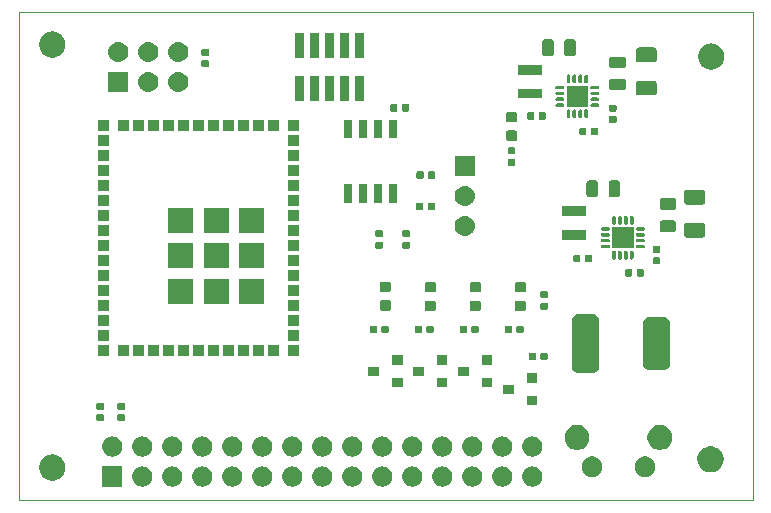
<source format=gbr>
G04 #@! TF.GenerationSoftware,KiCad,Pcbnew,(6.0.0-rc1-dev-1030-g80d50d98b)*
G04 #@! TF.CreationDate,2019-01-25T14:04:03-07:00*
G04 #@! TF.ProjectId,airmed_board_w1.0,6169726D65645F626F6172645F77312E,rev?*
G04 #@! TF.SameCoordinates,Original*
G04 #@! TF.FileFunction,Soldermask,Top*
G04 #@! TF.FilePolarity,Negative*
%FSLAX46Y46*%
G04 Gerber Fmt 4.6, Leading zero omitted, Abs format (unit mm)*
G04 Created by KiCad (PCBNEW (6.0.0-rc1-dev-1030-g80d50d98b)) date Friday, January 25, 2019 at 02:04:03 PM*
%MOMM*%
%LPD*%
G01*
G04 APERTURE LIST*
%ADD10C,0.050000*%
%ADD11C,0.020000*%
G04 APERTURE END LIST*
D10*
X113487200Y-131826000D02*
X113487200Y-116027200D01*
X175641000Y-131826000D02*
X113487200Y-131826000D01*
X175641000Y-90474800D02*
X175641000Y-131826000D01*
X113487200Y-90474800D02*
X175641000Y-90474800D01*
X113487200Y-91948000D02*
X113487200Y-90474800D01*
X113487200Y-116027200D02*
X113487200Y-91948000D01*
D11*
G36*
X157139609Y-128951371D02*
X157300777Y-129000261D01*
X157449311Y-129079655D01*
X157579501Y-129186499D01*
X157686345Y-129316689D01*
X157765739Y-129465223D01*
X157814629Y-129626391D01*
X157831136Y-129794000D01*
X157814629Y-129961609D01*
X157765739Y-130122777D01*
X157686345Y-130271311D01*
X157579501Y-130401501D01*
X157449311Y-130508345D01*
X157300777Y-130587739D01*
X157139609Y-130636629D01*
X157013998Y-130649000D01*
X156930002Y-130649000D01*
X156804391Y-130636629D01*
X156643223Y-130587739D01*
X156494689Y-130508345D01*
X156364499Y-130401501D01*
X156257655Y-130271311D01*
X156178261Y-130122777D01*
X156129371Y-129961609D01*
X156112864Y-129794000D01*
X156129371Y-129626391D01*
X156178261Y-129465223D01*
X156257655Y-129316689D01*
X156364499Y-129186499D01*
X156494689Y-129079655D01*
X156643223Y-129000261D01*
X156804391Y-128951371D01*
X156930002Y-128939000D01*
X157013998Y-128939000D01*
X157139609Y-128951371D01*
X157139609Y-128951371D01*
G37*
G36*
X154599609Y-128951371D02*
X154760777Y-129000261D01*
X154909311Y-129079655D01*
X155039501Y-129186499D01*
X155146345Y-129316689D01*
X155225739Y-129465223D01*
X155274629Y-129626391D01*
X155291136Y-129794000D01*
X155274629Y-129961609D01*
X155225739Y-130122777D01*
X155146345Y-130271311D01*
X155039501Y-130401501D01*
X154909311Y-130508345D01*
X154760777Y-130587739D01*
X154599609Y-130636629D01*
X154473998Y-130649000D01*
X154390002Y-130649000D01*
X154264391Y-130636629D01*
X154103223Y-130587739D01*
X153954689Y-130508345D01*
X153824499Y-130401501D01*
X153717655Y-130271311D01*
X153638261Y-130122777D01*
X153589371Y-129961609D01*
X153572864Y-129794000D01*
X153589371Y-129626391D01*
X153638261Y-129465223D01*
X153717655Y-129316689D01*
X153824499Y-129186499D01*
X153954689Y-129079655D01*
X154103223Y-129000261D01*
X154264391Y-128951371D01*
X154390002Y-128939000D01*
X154473998Y-128939000D01*
X154599609Y-128951371D01*
X154599609Y-128951371D01*
G37*
G36*
X152059609Y-128951371D02*
X152220777Y-129000261D01*
X152369311Y-129079655D01*
X152499501Y-129186499D01*
X152606345Y-129316689D01*
X152685739Y-129465223D01*
X152734629Y-129626391D01*
X152751136Y-129794000D01*
X152734629Y-129961609D01*
X152685739Y-130122777D01*
X152606345Y-130271311D01*
X152499501Y-130401501D01*
X152369311Y-130508345D01*
X152220777Y-130587739D01*
X152059609Y-130636629D01*
X151933998Y-130649000D01*
X151850002Y-130649000D01*
X151724391Y-130636629D01*
X151563223Y-130587739D01*
X151414689Y-130508345D01*
X151284499Y-130401501D01*
X151177655Y-130271311D01*
X151098261Y-130122777D01*
X151049371Y-129961609D01*
X151032864Y-129794000D01*
X151049371Y-129626391D01*
X151098261Y-129465223D01*
X151177655Y-129316689D01*
X151284499Y-129186499D01*
X151414689Y-129079655D01*
X151563223Y-129000261D01*
X151724391Y-128951371D01*
X151850002Y-128939000D01*
X151933998Y-128939000D01*
X152059609Y-128951371D01*
X152059609Y-128951371D01*
G37*
G36*
X149519609Y-128951371D02*
X149680777Y-129000261D01*
X149829311Y-129079655D01*
X149959501Y-129186499D01*
X150066345Y-129316689D01*
X150145739Y-129465223D01*
X150194629Y-129626391D01*
X150211136Y-129794000D01*
X150194629Y-129961609D01*
X150145739Y-130122777D01*
X150066345Y-130271311D01*
X149959501Y-130401501D01*
X149829311Y-130508345D01*
X149680777Y-130587739D01*
X149519609Y-130636629D01*
X149393998Y-130649000D01*
X149310002Y-130649000D01*
X149184391Y-130636629D01*
X149023223Y-130587739D01*
X148874689Y-130508345D01*
X148744499Y-130401501D01*
X148637655Y-130271311D01*
X148558261Y-130122777D01*
X148509371Y-129961609D01*
X148492864Y-129794000D01*
X148509371Y-129626391D01*
X148558261Y-129465223D01*
X148637655Y-129316689D01*
X148744499Y-129186499D01*
X148874689Y-129079655D01*
X149023223Y-129000261D01*
X149184391Y-128951371D01*
X149310002Y-128939000D01*
X149393998Y-128939000D01*
X149519609Y-128951371D01*
X149519609Y-128951371D01*
G37*
G36*
X146979609Y-128951371D02*
X147140777Y-129000261D01*
X147289311Y-129079655D01*
X147419501Y-129186499D01*
X147526345Y-129316689D01*
X147605739Y-129465223D01*
X147654629Y-129626391D01*
X147671136Y-129794000D01*
X147654629Y-129961609D01*
X147605739Y-130122777D01*
X147526345Y-130271311D01*
X147419501Y-130401501D01*
X147289311Y-130508345D01*
X147140777Y-130587739D01*
X146979609Y-130636629D01*
X146853998Y-130649000D01*
X146770002Y-130649000D01*
X146644391Y-130636629D01*
X146483223Y-130587739D01*
X146334689Y-130508345D01*
X146204499Y-130401501D01*
X146097655Y-130271311D01*
X146018261Y-130122777D01*
X145969371Y-129961609D01*
X145952864Y-129794000D01*
X145969371Y-129626391D01*
X146018261Y-129465223D01*
X146097655Y-129316689D01*
X146204499Y-129186499D01*
X146334689Y-129079655D01*
X146483223Y-129000261D01*
X146644391Y-128951371D01*
X146770002Y-128939000D01*
X146853998Y-128939000D01*
X146979609Y-128951371D01*
X146979609Y-128951371D01*
G37*
G36*
X144439609Y-128951371D02*
X144600777Y-129000261D01*
X144749311Y-129079655D01*
X144879501Y-129186499D01*
X144986345Y-129316689D01*
X145065739Y-129465223D01*
X145114629Y-129626391D01*
X145131136Y-129794000D01*
X145114629Y-129961609D01*
X145065739Y-130122777D01*
X144986345Y-130271311D01*
X144879501Y-130401501D01*
X144749311Y-130508345D01*
X144600777Y-130587739D01*
X144439609Y-130636629D01*
X144313998Y-130649000D01*
X144230002Y-130649000D01*
X144104391Y-130636629D01*
X143943223Y-130587739D01*
X143794689Y-130508345D01*
X143664499Y-130401501D01*
X143557655Y-130271311D01*
X143478261Y-130122777D01*
X143429371Y-129961609D01*
X143412864Y-129794000D01*
X143429371Y-129626391D01*
X143478261Y-129465223D01*
X143557655Y-129316689D01*
X143664499Y-129186499D01*
X143794689Y-129079655D01*
X143943223Y-129000261D01*
X144104391Y-128951371D01*
X144230002Y-128939000D01*
X144313998Y-128939000D01*
X144439609Y-128951371D01*
X144439609Y-128951371D01*
G37*
G36*
X141899609Y-128951371D02*
X142060777Y-129000261D01*
X142209311Y-129079655D01*
X142339501Y-129186499D01*
X142446345Y-129316689D01*
X142525739Y-129465223D01*
X142574629Y-129626391D01*
X142591136Y-129794000D01*
X142574629Y-129961609D01*
X142525739Y-130122777D01*
X142446345Y-130271311D01*
X142339501Y-130401501D01*
X142209311Y-130508345D01*
X142060777Y-130587739D01*
X141899609Y-130636629D01*
X141773998Y-130649000D01*
X141690002Y-130649000D01*
X141564391Y-130636629D01*
X141403223Y-130587739D01*
X141254689Y-130508345D01*
X141124499Y-130401501D01*
X141017655Y-130271311D01*
X140938261Y-130122777D01*
X140889371Y-129961609D01*
X140872864Y-129794000D01*
X140889371Y-129626391D01*
X140938261Y-129465223D01*
X141017655Y-129316689D01*
X141124499Y-129186499D01*
X141254689Y-129079655D01*
X141403223Y-129000261D01*
X141564391Y-128951371D01*
X141690002Y-128939000D01*
X141773998Y-128939000D01*
X141899609Y-128951371D01*
X141899609Y-128951371D01*
G37*
G36*
X139359609Y-128951371D02*
X139520777Y-129000261D01*
X139669311Y-129079655D01*
X139799501Y-129186499D01*
X139906345Y-129316689D01*
X139985739Y-129465223D01*
X140034629Y-129626391D01*
X140051136Y-129794000D01*
X140034629Y-129961609D01*
X139985739Y-130122777D01*
X139906345Y-130271311D01*
X139799501Y-130401501D01*
X139669311Y-130508345D01*
X139520777Y-130587739D01*
X139359609Y-130636629D01*
X139233998Y-130649000D01*
X139150002Y-130649000D01*
X139024391Y-130636629D01*
X138863223Y-130587739D01*
X138714689Y-130508345D01*
X138584499Y-130401501D01*
X138477655Y-130271311D01*
X138398261Y-130122777D01*
X138349371Y-129961609D01*
X138332864Y-129794000D01*
X138349371Y-129626391D01*
X138398261Y-129465223D01*
X138477655Y-129316689D01*
X138584499Y-129186499D01*
X138714689Y-129079655D01*
X138863223Y-129000261D01*
X139024391Y-128951371D01*
X139150002Y-128939000D01*
X139233998Y-128939000D01*
X139359609Y-128951371D01*
X139359609Y-128951371D01*
G37*
G36*
X136819609Y-128951371D02*
X136980777Y-129000261D01*
X137129311Y-129079655D01*
X137259501Y-129186499D01*
X137366345Y-129316689D01*
X137445739Y-129465223D01*
X137494629Y-129626391D01*
X137511136Y-129794000D01*
X137494629Y-129961609D01*
X137445739Y-130122777D01*
X137366345Y-130271311D01*
X137259501Y-130401501D01*
X137129311Y-130508345D01*
X136980777Y-130587739D01*
X136819609Y-130636629D01*
X136693998Y-130649000D01*
X136610002Y-130649000D01*
X136484391Y-130636629D01*
X136323223Y-130587739D01*
X136174689Y-130508345D01*
X136044499Y-130401501D01*
X135937655Y-130271311D01*
X135858261Y-130122777D01*
X135809371Y-129961609D01*
X135792864Y-129794000D01*
X135809371Y-129626391D01*
X135858261Y-129465223D01*
X135937655Y-129316689D01*
X136044499Y-129186499D01*
X136174689Y-129079655D01*
X136323223Y-129000261D01*
X136484391Y-128951371D01*
X136610002Y-128939000D01*
X136693998Y-128939000D01*
X136819609Y-128951371D01*
X136819609Y-128951371D01*
G37*
G36*
X134279609Y-128951371D02*
X134440777Y-129000261D01*
X134589311Y-129079655D01*
X134719501Y-129186499D01*
X134826345Y-129316689D01*
X134905739Y-129465223D01*
X134954629Y-129626391D01*
X134971136Y-129794000D01*
X134954629Y-129961609D01*
X134905739Y-130122777D01*
X134826345Y-130271311D01*
X134719501Y-130401501D01*
X134589311Y-130508345D01*
X134440777Y-130587739D01*
X134279609Y-130636629D01*
X134153998Y-130649000D01*
X134070002Y-130649000D01*
X133944391Y-130636629D01*
X133783223Y-130587739D01*
X133634689Y-130508345D01*
X133504499Y-130401501D01*
X133397655Y-130271311D01*
X133318261Y-130122777D01*
X133269371Y-129961609D01*
X133252864Y-129794000D01*
X133269371Y-129626391D01*
X133318261Y-129465223D01*
X133397655Y-129316689D01*
X133504499Y-129186499D01*
X133634689Y-129079655D01*
X133783223Y-129000261D01*
X133944391Y-128951371D01*
X134070002Y-128939000D01*
X134153998Y-128939000D01*
X134279609Y-128951371D01*
X134279609Y-128951371D01*
G37*
G36*
X131739609Y-128951371D02*
X131900777Y-129000261D01*
X132049311Y-129079655D01*
X132179501Y-129186499D01*
X132286345Y-129316689D01*
X132365739Y-129465223D01*
X132414629Y-129626391D01*
X132431136Y-129794000D01*
X132414629Y-129961609D01*
X132365739Y-130122777D01*
X132286345Y-130271311D01*
X132179501Y-130401501D01*
X132049311Y-130508345D01*
X131900777Y-130587739D01*
X131739609Y-130636629D01*
X131613998Y-130649000D01*
X131530002Y-130649000D01*
X131404391Y-130636629D01*
X131243223Y-130587739D01*
X131094689Y-130508345D01*
X130964499Y-130401501D01*
X130857655Y-130271311D01*
X130778261Y-130122777D01*
X130729371Y-129961609D01*
X130712864Y-129794000D01*
X130729371Y-129626391D01*
X130778261Y-129465223D01*
X130857655Y-129316689D01*
X130964499Y-129186499D01*
X131094689Y-129079655D01*
X131243223Y-129000261D01*
X131404391Y-128951371D01*
X131530002Y-128939000D01*
X131613998Y-128939000D01*
X131739609Y-128951371D01*
X131739609Y-128951371D01*
G37*
G36*
X129199609Y-128951371D02*
X129360777Y-129000261D01*
X129509311Y-129079655D01*
X129639501Y-129186499D01*
X129746345Y-129316689D01*
X129825739Y-129465223D01*
X129874629Y-129626391D01*
X129891136Y-129794000D01*
X129874629Y-129961609D01*
X129825739Y-130122777D01*
X129746345Y-130271311D01*
X129639501Y-130401501D01*
X129509311Y-130508345D01*
X129360777Y-130587739D01*
X129199609Y-130636629D01*
X129073998Y-130649000D01*
X128990002Y-130649000D01*
X128864391Y-130636629D01*
X128703223Y-130587739D01*
X128554689Y-130508345D01*
X128424499Y-130401501D01*
X128317655Y-130271311D01*
X128238261Y-130122777D01*
X128189371Y-129961609D01*
X128172864Y-129794000D01*
X128189371Y-129626391D01*
X128238261Y-129465223D01*
X128317655Y-129316689D01*
X128424499Y-129186499D01*
X128554689Y-129079655D01*
X128703223Y-129000261D01*
X128864391Y-128951371D01*
X128990002Y-128939000D01*
X129073998Y-128939000D01*
X129199609Y-128951371D01*
X129199609Y-128951371D01*
G37*
G36*
X126659609Y-128951371D02*
X126820777Y-129000261D01*
X126969311Y-129079655D01*
X127099501Y-129186499D01*
X127206345Y-129316689D01*
X127285739Y-129465223D01*
X127334629Y-129626391D01*
X127351136Y-129794000D01*
X127334629Y-129961609D01*
X127285739Y-130122777D01*
X127206345Y-130271311D01*
X127099501Y-130401501D01*
X126969311Y-130508345D01*
X126820777Y-130587739D01*
X126659609Y-130636629D01*
X126533998Y-130649000D01*
X126450002Y-130649000D01*
X126324391Y-130636629D01*
X126163223Y-130587739D01*
X126014689Y-130508345D01*
X125884499Y-130401501D01*
X125777655Y-130271311D01*
X125698261Y-130122777D01*
X125649371Y-129961609D01*
X125632864Y-129794000D01*
X125649371Y-129626391D01*
X125698261Y-129465223D01*
X125777655Y-129316689D01*
X125884499Y-129186499D01*
X126014689Y-129079655D01*
X126163223Y-129000261D01*
X126324391Y-128951371D01*
X126450002Y-128939000D01*
X126533998Y-128939000D01*
X126659609Y-128951371D01*
X126659609Y-128951371D01*
G37*
G36*
X124119609Y-128951371D02*
X124280777Y-129000261D01*
X124429311Y-129079655D01*
X124559501Y-129186499D01*
X124666345Y-129316689D01*
X124745739Y-129465223D01*
X124794629Y-129626391D01*
X124811136Y-129794000D01*
X124794629Y-129961609D01*
X124745739Y-130122777D01*
X124666345Y-130271311D01*
X124559501Y-130401501D01*
X124429311Y-130508345D01*
X124280777Y-130587739D01*
X124119609Y-130636629D01*
X123993998Y-130649000D01*
X123910002Y-130649000D01*
X123784391Y-130636629D01*
X123623223Y-130587739D01*
X123474689Y-130508345D01*
X123344499Y-130401501D01*
X123237655Y-130271311D01*
X123158261Y-130122777D01*
X123109371Y-129961609D01*
X123092864Y-129794000D01*
X123109371Y-129626391D01*
X123158261Y-129465223D01*
X123237655Y-129316689D01*
X123344499Y-129186499D01*
X123474689Y-129079655D01*
X123623223Y-129000261D01*
X123784391Y-128951371D01*
X123910002Y-128939000D01*
X123993998Y-128939000D01*
X124119609Y-128951371D01*
X124119609Y-128951371D01*
G37*
G36*
X122267000Y-130649000D02*
X120557000Y-130649000D01*
X120557000Y-128939000D01*
X122267000Y-128939000D01*
X122267000Y-130649000D01*
X122267000Y-130649000D01*
G37*
G36*
X116547575Y-127948232D02*
X116654317Y-127969464D01*
X116855414Y-128052761D01*
X117036397Y-128173690D01*
X117190310Y-128327603D01*
X117311239Y-128508586D01*
X117334343Y-128564365D01*
X117394536Y-128709684D01*
X117431304Y-128894528D01*
X117437000Y-128923167D01*
X117437000Y-129140833D01*
X117394536Y-129354317D01*
X117311239Y-129555414D01*
X117190310Y-129736397D01*
X117036397Y-129890310D01*
X116855414Y-130011239D01*
X116654317Y-130094536D01*
X116547575Y-130115768D01*
X116440834Y-130137000D01*
X116223166Y-130137000D01*
X116116425Y-130115768D01*
X116009683Y-130094536D01*
X115808586Y-130011239D01*
X115627603Y-129890310D01*
X115473690Y-129736397D01*
X115352761Y-129555414D01*
X115269464Y-129354317D01*
X115227000Y-129140833D01*
X115227000Y-128923167D01*
X115232697Y-128894528D01*
X115269464Y-128709684D01*
X115329657Y-128564365D01*
X115352761Y-128508586D01*
X115473690Y-128327603D01*
X115627603Y-128173690D01*
X115808586Y-128052761D01*
X116009683Y-127969464D01*
X116116425Y-127948232D01*
X116223166Y-127927000D01*
X116440834Y-127927000D01*
X116547575Y-127948232D01*
X116547575Y-127948232D01*
G37*
G36*
X166779085Y-128135017D02*
X166779088Y-128135018D01*
X166779087Y-128135018D01*
X166939236Y-128201354D01*
X167082399Y-128297012D01*
X167083370Y-128297661D01*
X167205939Y-128420230D01*
X167205941Y-128420233D01*
X167302246Y-128564364D01*
X167349153Y-128677608D01*
X167368583Y-128724515D01*
X167402400Y-128894526D01*
X167402400Y-129067874D01*
X167368583Y-129237885D01*
X167368582Y-129237887D01*
X167302246Y-129398036D01*
X167257353Y-129465223D01*
X167205939Y-129542170D01*
X167083370Y-129664739D01*
X167083367Y-129664741D01*
X166939236Y-129761046D01*
X166859678Y-129794000D01*
X166779085Y-129827383D01*
X166609074Y-129861200D01*
X166435726Y-129861200D01*
X166265715Y-129827383D01*
X166185122Y-129794000D01*
X166105564Y-129761046D01*
X165961433Y-129664741D01*
X165961430Y-129664739D01*
X165838861Y-129542170D01*
X165787447Y-129465223D01*
X165742554Y-129398036D01*
X165676218Y-129237887D01*
X165676217Y-129237885D01*
X165642400Y-129067874D01*
X165642400Y-128894526D01*
X165676217Y-128724515D01*
X165695647Y-128677608D01*
X165742554Y-128564364D01*
X165838859Y-128420233D01*
X165838861Y-128420230D01*
X165961430Y-128297661D01*
X165962401Y-128297012D01*
X166105564Y-128201354D01*
X166265713Y-128135018D01*
X166265712Y-128135018D01*
X166265715Y-128135017D01*
X166435726Y-128101200D01*
X166609074Y-128101200D01*
X166779085Y-128135017D01*
X166779085Y-128135017D01*
G37*
G36*
X162279085Y-128135017D02*
X162279088Y-128135018D01*
X162279087Y-128135018D01*
X162439236Y-128201354D01*
X162582399Y-128297012D01*
X162583370Y-128297661D01*
X162705939Y-128420230D01*
X162705941Y-128420233D01*
X162802246Y-128564364D01*
X162849153Y-128677608D01*
X162868583Y-128724515D01*
X162902400Y-128894526D01*
X162902400Y-129067874D01*
X162868583Y-129237885D01*
X162868582Y-129237887D01*
X162802246Y-129398036D01*
X162757353Y-129465223D01*
X162705939Y-129542170D01*
X162583370Y-129664739D01*
X162583367Y-129664741D01*
X162439236Y-129761046D01*
X162359678Y-129794000D01*
X162279085Y-129827383D01*
X162109074Y-129861200D01*
X161935726Y-129861200D01*
X161765715Y-129827383D01*
X161685122Y-129794000D01*
X161605564Y-129761046D01*
X161461433Y-129664741D01*
X161461430Y-129664739D01*
X161338861Y-129542170D01*
X161287447Y-129465223D01*
X161242554Y-129398036D01*
X161176218Y-129237887D01*
X161176217Y-129237885D01*
X161142400Y-129067874D01*
X161142400Y-128894526D01*
X161176217Y-128724515D01*
X161195647Y-128677608D01*
X161242554Y-128564364D01*
X161338859Y-128420233D01*
X161338861Y-128420230D01*
X161461430Y-128297661D01*
X161462401Y-128297012D01*
X161605564Y-128201354D01*
X161765713Y-128135018D01*
X161765712Y-128135018D01*
X161765715Y-128135017D01*
X161935726Y-128101200D01*
X162109074Y-128101200D01*
X162279085Y-128135017D01*
X162279085Y-128135017D01*
G37*
G36*
X172275175Y-127237032D02*
X172381917Y-127258264D01*
X172583014Y-127341561D01*
X172763997Y-127462490D01*
X172917910Y-127616403D01*
X173038839Y-127797386D01*
X173109652Y-127968345D01*
X173122136Y-127998484D01*
X173164600Y-128211966D01*
X173164600Y-128429634D01*
X173143368Y-128536375D01*
X173122136Y-128643117D01*
X173038839Y-128844214D01*
X172917910Y-129025197D01*
X172763997Y-129179110D01*
X172583014Y-129300039D01*
X172381917Y-129383336D01*
X172308019Y-129398035D01*
X172168434Y-129425800D01*
X171950766Y-129425800D01*
X171811181Y-129398035D01*
X171737283Y-129383336D01*
X171536186Y-129300039D01*
X171355203Y-129179110D01*
X171201290Y-129025197D01*
X171080361Y-128844214D01*
X170997064Y-128643117D01*
X170975832Y-128536375D01*
X170954600Y-128429634D01*
X170954600Y-128211966D01*
X170997064Y-127998484D01*
X171009548Y-127968345D01*
X171080361Y-127797386D01*
X171201290Y-127616403D01*
X171355203Y-127462490D01*
X171536186Y-127341561D01*
X171737283Y-127258264D01*
X171844025Y-127237032D01*
X171950766Y-127215800D01*
X172168434Y-127215800D01*
X172275175Y-127237032D01*
X172275175Y-127237032D01*
G37*
G36*
X124119609Y-126411371D02*
X124280777Y-126460261D01*
X124429311Y-126539655D01*
X124559501Y-126646499D01*
X124666345Y-126776689D01*
X124745739Y-126925223D01*
X124794629Y-127086391D01*
X124811136Y-127254000D01*
X124794629Y-127421609D01*
X124745739Y-127582777D01*
X124666345Y-127731311D01*
X124559501Y-127861501D01*
X124429311Y-127968345D01*
X124280777Y-128047739D01*
X124119609Y-128096629D01*
X123993998Y-128109000D01*
X123910002Y-128109000D01*
X123784391Y-128096629D01*
X123623223Y-128047739D01*
X123474689Y-127968345D01*
X123344499Y-127861501D01*
X123237655Y-127731311D01*
X123158261Y-127582777D01*
X123109371Y-127421609D01*
X123092864Y-127254000D01*
X123109371Y-127086391D01*
X123158261Y-126925223D01*
X123237655Y-126776689D01*
X123344499Y-126646499D01*
X123474689Y-126539655D01*
X123623223Y-126460261D01*
X123784391Y-126411371D01*
X123910002Y-126399000D01*
X123993998Y-126399000D01*
X124119609Y-126411371D01*
X124119609Y-126411371D01*
G37*
G36*
X121579609Y-126411371D02*
X121740777Y-126460261D01*
X121889311Y-126539655D01*
X122019501Y-126646499D01*
X122126345Y-126776689D01*
X122205739Y-126925223D01*
X122254629Y-127086391D01*
X122271136Y-127254000D01*
X122254629Y-127421609D01*
X122205739Y-127582777D01*
X122126345Y-127731311D01*
X122019501Y-127861501D01*
X121889311Y-127968345D01*
X121740777Y-128047739D01*
X121579609Y-128096629D01*
X121453998Y-128109000D01*
X121370002Y-128109000D01*
X121244391Y-128096629D01*
X121083223Y-128047739D01*
X120934689Y-127968345D01*
X120804499Y-127861501D01*
X120697655Y-127731311D01*
X120618261Y-127582777D01*
X120569371Y-127421609D01*
X120552864Y-127254000D01*
X120569371Y-127086391D01*
X120618261Y-126925223D01*
X120697655Y-126776689D01*
X120804499Y-126646499D01*
X120934689Y-126539655D01*
X121083223Y-126460261D01*
X121244391Y-126411371D01*
X121370002Y-126399000D01*
X121453998Y-126399000D01*
X121579609Y-126411371D01*
X121579609Y-126411371D01*
G37*
G36*
X126659609Y-126411371D02*
X126820777Y-126460261D01*
X126969311Y-126539655D01*
X127099501Y-126646499D01*
X127206345Y-126776689D01*
X127285739Y-126925223D01*
X127334629Y-127086391D01*
X127351136Y-127254000D01*
X127334629Y-127421609D01*
X127285739Y-127582777D01*
X127206345Y-127731311D01*
X127099501Y-127861501D01*
X126969311Y-127968345D01*
X126820777Y-128047739D01*
X126659609Y-128096629D01*
X126533998Y-128109000D01*
X126450002Y-128109000D01*
X126324391Y-128096629D01*
X126163223Y-128047739D01*
X126014689Y-127968345D01*
X125884499Y-127861501D01*
X125777655Y-127731311D01*
X125698261Y-127582777D01*
X125649371Y-127421609D01*
X125632864Y-127254000D01*
X125649371Y-127086391D01*
X125698261Y-126925223D01*
X125777655Y-126776689D01*
X125884499Y-126646499D01*
X126014689Y-126539655D01*
X126163223Y-126460261D01*
X126324391Y-126411371D01*
X126450002Y-126399000D01*
X126533998Y-126399000D01*
X126659609Y-126411371D01*
X126659609Y-126411371D01*
G37*
G36*
X129199609Y-126411371D02*
X129360777Y-126460261D01*
X129509311Y-126539655D01*
X129639501Y-126646499D01*
X129746345Y-126776689D01*
X129825739Y-126925223D01*
X129874629Y-127086391D01*
X129891136Y-127254000D01*
X129874629Y-127421609D01*
X129825739Y-127582777D01*
X129746345Y-127731311D01*
X129639501Y-127861501D01*
X129509311Y-127968345D01*
X129360777Y-128047739D01*
X129199609Y-128096629D01*
X129073998Y-128109000D01*
X128990002Y-128109000D01*
X128864391Y-128096629D01*
X128703223Y-128047739D01*
X128554689Y-127968345D01*
X128424499Y-127861501D01*
X128317655Y-127731311D01*
X128238261Y-127582777D01*
X128189371Y-127421609D01*
X128172864Y-127254000D01*
X128189371Y-127086391D01*
X128238261Y-126925223D01*
X128317655Y-126776689D01*
X128424499Y-126646499D01*
X128554689Y-126539655D01*
X128703223Y-126460261D01*
X128864391Y-126411371D01*
X128990002Y-126399000D01*
X129073998Y-126399000D01*
X129199609Y-126411371D01*
X129199609Y-126411371D01*
G37*
G36*
X157139609Y-126411371D02*
X157300777Y-126460261D01*
X157449311Y-126539655D01*
X157579501Y-126646499D01*
X157686345Y-126776689D01*
X157765739Y-126925223D01*
X157814629Y-127086391D01*
X157831136Y-127254000D01*
X157814629Y-127421609D01*
X157765739Y-127582777D01*
X157686345Y-127731311D01*
X157579501Y-127861501D01*
X157449311Y-127968345D01*
X157300777Y-128047739D01*
X157139609Y-128096629D01*
X157013998Y-128109000D01*
X156930002Y-128109000D01*
X156804391Y-128096629D01*
X156643223Y-128047739D01*
X156494689Y-127968345D01*
X156364499Y-127861501D01*
X156257655Y-127731311D01*
X156178261Y-127582777D01*
X156129371Y-127421609D01*
X156112864Y-127254000D01*
X156129371Y-127086391D01*
X156178261Y-126925223D01*
X156257655Y-126776689D01*
X156364499Y-126646499D01*
X156494689Y-126539655D01*
X156643223Y-126460261D01*
X156804391Y-126411371D01*
X156930002Y-126399000D01*
X157013998Y-126399000D01*
X157139609Y-126411371D01*
X157139609Y-126411371D01*
G37*
G36*
X131739609Y-126411371D02*
X131900777Y-126460261D01*
X132049311Y-126539655D01*
X132179501Y-126646499D01*
X132286345Y-126776689D01*
X132365739Y-126925223D01*
X132414629Y-127086391D01*
X132431136Y-127254000D01*
X132414629Y-127421609D01*
X132365739Y-127582777D01*
X132286345Y-127731311D01*
X132179501Y-127861501D01*
X132049311Y-127968345D01*
X131900777Y-128047739D01*
X131739609Y-128096629D01*
X131613998Y-128109000D01*
X131530002Y-128109000D01*
X131404391Y-128096629D01*
X131243223Y-128047739D01*
X131094689Y-127968345D01*
X130964499Y-127861501D01*
X130857655Y-127731311D01*
X130778261Y-127582777D01*
X130729371Y-127421609D01*
X130712864Y-127254000D01*
X130729371Y-127086391D01*
X130778261Y-126925223D01*
X130857655Y-126776689D01*
X130964499Y-126646499D01*
X131094689Y-126539655D01*
X131243223Y-126460261D01*
X131404391Y-126411371D01*
X131530002Y-126399000D01*
X131613998Y-126399000D01*
X131739609Y-126411371D01*
X131739609Y-126411371D01*
G37*
G36*
X154599609Y-126411371D02*
X154760777Y-126460261D01*
X154909311Y-126539655D01*
X155039501Y-126646499D01*
X155146345Y-126776689D01*
X155225739Y-126925223D01*
X155274629Y-127086391D01*
X155291136Y-127254000D01*
X155274629Y-127421609D01*
X155225739Y-127582777D01*
X155146345Y-127731311D01*
X155039501Y-127861501D01*
X154909311Y-127968345D01*
X154760777Y-128047739D01*
X154599609Y-128096629D01*
X154473998Y-128109000D01*
X154390002Y-128109000D01*
X154264391Y-128096629D01*
X154103223Y-128047739D01*
X153954689Y-127968345D01*
X153824499Y-127861501D01*
X153717655Y-127731311D01*
X153638261Y-127582777D01*
X153589371Y-127421609D01*
X153572864Y-127254000D01*
X153589371Y-127086391D01*
X153638261Y-126925223D01*
X153717655Y-126776689D01*
X153824499Y-126646499D01*
X153954689Y-126539655D01*
X154103223Y-126460261D01*
X154264391Y-126411371D01*
X154390002Y-126399000D01*
X154473998Y-126399000D01*
X154599609Y-126411371D01*
X154599609Y-126411371D01*
G37*
G36*
X134279609Y-126411371D02*
X134440777Y-126460261D01*
X134589311Y-126539655D01*
X134719501Y-126646499D01*
X134826345Y-126776689D01*
X134905739Y-126925223D01*
X134954629Y-127086391D01*
X134971136Y-127254000D01*
X134954629Y-127421609D01*
X134905739Y-127582777D01*
X134826345Y-127731311D01*
X134719501Y-127861501D01*
X134589311Y-127968345D01*
X134440777Y-128047739D01*
X134279609Y-128096629D01*
X134153998Y-128109000D01*
X134070002Y-128109000D01*
X133944391Y-128096629D01*
X133783223Y-128047739D01*
X133634689Y-127968345D01*
X133504499Y-127861501D01*
X133397655Y-127731311D01*
X133318261Y-127582777D01*
X133269371Y-127421609D01*
X133252864Y-127254000D01*
X133269371Y-127086391D01*
X133318261Y-126925223D01*
X133397655Y-126776689D01*
X133504499Y-126646499D01*
X133634689Y-126539655D01*
X133783223Y-126460261D01*
X133944391Y-126411371D01*
X134070002Y-126399000D01*
X134153998Y-126399000D01*
X134279609Y-126411371D01*
X134279609Y-126411371D01*
G37*
G36*
X152059609Y-126411371D02*
X152220777Y-126460261D01*
X152369311Y-126539655D01*
X152499501Y-126646499D01*
X152606345Y-126776689D01*
X152685739Y-126925223D01*
X152734629Y-127086391D01*
X152751136Y-127254000D01*
X152734629Y-127421609D01*
X152685739Y-127582777D01*
X152606345Y-127731311D01*
X152499501Y-127861501D01*
X152369311Y-127968345D01*
X152220777Y-128047739D01*
X152059609Y-128096629D01*
X151933998Y-128109000D01*
X151850002Y-128109000D01*
X151724391Y-128096629D01*
X151563223Y-128047739D01*
X151414689Y-127968345D01*
X151284499Y-127861501D01*
X151177655Y-127731311D01*
X151098261Y-127582777D01*
X151049371Y-127421609D01*
X151032864Y-127254000D01*
X151049371Y-127086391D01*
X151098261Y-126925223D01*
X151177655Y-126776689D01*
X151284499Y-126646499D01*
X151414689Y-126539655D01*
X151563223Y-126460261D01*
X151724391Y-126411371D01*
X151850002Y-126399000D01*
X151933998Y-126399000D01*
X152059609Y-126411371D01*
X152059609Y-126411371D01*
G37*
G36*
X136819609Y-126411371D02*
X136980777Y-126460261D01*
X137129311Y-126539655D01*
X137259501Y-126646499D01*
X137366345Y-126776689D01*
X137445739Y-126925223D01*
X137494629Y-127086391D01*
X137511136Y-127254000D01*
X137494629Y-127421609D01*
X137445739Y-127582777D01*
X137366345Y-127731311D01*
X137259501Y-127861501D01*
X137129311Y-127968345D01*
X136980777Y-128047739D01*
X136819609Y-128096629D01*
X136693998Y-128109000D01*
X136610002Y-128109000D01*
X136484391Y-128096629D01*
X136323223Y-128047739D01*
X136174689Y-127968345D01*
X136044499Y-127861501D01*
X135937655Y-127731311D01*
X135858261Y-127582777D01*
X135809371Y-127421609D01*
X135792864Y-127254000D01*
X135809371Y-127086391D01*
X135858261Y-126925223D01*
X135937655Y-126776689D01*
X136044499Y-126646499D01*
X136174689Y-126539655D01*
X136323223Y-126460261D01*
X136484391Y-126411371D01*
X136610002Y-126399000D01*
X136693998Y-126399000D01*
X136819609Y-126411371D01*
X136819609Y-126411371D01*
G37*
G36*
X149519609Y-126411371D02*
X149680777Y-126460261D01*
X149829311Y-126539655D01*
X149959501Y-126646499D01*
X150066345Y-126776689D01*
X150145739Y-126925223D01*
X150194629Y-127086391D01*
X150211136Y-127254000D01*
X150194629Y-127421609D01*
X150145739Y-127582777D01*
X150066345Y-127731311D01*
X149959501Y-127861501D01*
X149829311Y-127968345D01*
X149680777Y-128047739D01*
X149519609Y-128096629D01*
X149393998Y-128109000D01*
X149310002Y-128109000D01*
X149184391Y-128096629D01*
X149023223Y-128047739D01*
X148874689Y-127968345D01*
X148744499Y-127861501D01*
X148637655Y-127731311D01*
X148558261Y-127582777D01*
X148509371Y-127421609D01*
X148492864Y-127254000D01*
X148509371Y-127086391D01*
X148558261Y-126925223D01*
X148637655Y-126776689D01*
X148744499Y-126646499D01*
X148874689Y-126539655D01*
X149023223Y-126460261D01*
X149184391Y-126411371D01*
X149310002Y-126399000D01*
X149393998Y-126399000D01*
X149519609Y-126411371D01*
X149519609Y-126411371D01*
G37*
G36*
X139359609Y-126411371D02*
X139520777Y-126460261D01*
X139669311Y-126539655D01*
X139799501Y-126646499D01*
X139906345Y-126776689D01*
X139985739Y-126925223D01*
X140034629Y-127086391D01*
X140051136Y-127254000D01*
X140034629Y-127421609D01*
X139985739Y-127582777D01*
X139906345Y-127731311D01*
X139799501Y-127861501D01*
X139669311Y-127968345D01*
X139520777Y-128047739D01*
X139359609Y-128096629D01*
X139233998Y-128109000D01*
X139150002Y-128109000D01*
X139024391Y-128096629D01*
X138863223Y-128047739D01*
X138714689Y-127968345D01*
X138584499Y-127861501D01*
X138477655Y-127731311D01*
X138398261Y-127582777D01*
X138349371Y-127421609D01*
X138332864Y-127254000D01*
X138349371Y-127086391D01*
X138398261Y-126925223D01*
X138477655Y-126776689D01*
X138584499Y-126646499D01*
X138714689Y-126539655D01*
X138863223Y-126460261D01*
X139024391Y-126411371D01*
X139150002Y-126399000D01*
X139233998Y-126399000D01*
X139359609Y-126411371D01*
X139359609Y-126411371D01*
G37*
G36*
X146979609Y-126411371D02*
X147140777Y-126460261D01*
X147289311Y-126539655D01*
X147419501Y-126646499D01*
X147526345Y-126776689D01*
X147605739Y-126925223D01*
X147654629Y-127086391D01*
X147671136Y-127254000D01*
X147654629Y-127421609D01*
X147605739Y-127582777D01*
X147526345Y-127731311D01*
X147419501Y-127861501D01*
X147289311Y-127968345D01*
X147140777Y-128047739D01*
X146979609Y-128096629D01*
X146853998Y-128109000D01*
X146770002Y-128109000D01*
X146644391Y-128096629D01*
X146483223Y-128047739D01*
X146334689Y-127968345D01*
X146204499Y-127861501D01*
X146097655Y-127731311D01*
X146018261Y-127582777D01*
X145969371Y-127421609D01*
X145952864Y-127254000D01*
X145969371Y-127086391D01*
X146018261Y-126925223D01*
X146097655Y-126776689D01*
X146204499Y-126646499D01*
X146334689Y-126539655D01*
X146483223Y-126460261D01*
X146644391Y-126411371D01*
X146770002Y-126399000D01*
X146853998Y-126399000D01*
X146979609Y-126411371D01*
X146979609Y-126411371D01*
G37*
G36*
X141899609Y-126411371D02*
X142060777Y-126460261D01*
X142209311Y-126539655D01*
X142339501Y-126646499D01*
X142446345Y-126776689D01*
X142525739Y-126925223D01*
X142574629Y-127086391D01*
X142591136Y-127254000D01*
X142574629Y-127421609D01*
X142525739Y-127582777D01*
X142446345Y-127731311D01*
X142339501Y-127861501D01*
X142209311Y-127968345D01*
X142060777Y-128047739D01*
X141899609Y-128096629D01*
X141773998Y-128109000D01*
X141690002Y-128109000D01*
X141564391Y-128096629D01*
X141403223Y-128047739D01*
X141254689Y-127968345D01*
X141124499Y-127861501D01*
X141017655Y-127731311D01*
X140938261Y-127582777D01*
X140889371Y-127421609D01*
X140872864Y-127254000D01*
X140889371Y-127086391D01*
X140938261Y-126925223D01*
X141017655Y-126776689D01*
X141124499Y-126646499D01*
X141254689Y-126539655D01*
X141403223Y-126460261D01*
X141564391Y-126411371D01*
X141690002Y-126399000D01*
X141773998Y-126399000D01*
X141899609Y-126411371D01*
X141899609Y-126411371D01*
G37*
G36*
X144439609Y-126411371D02*
X144600777Y-126460261D01*
X144749311Y-126539655D01*
X144879501Y-126646499D01*
X144986345Y-126776689D01*
X145065739Y-126925223D01*
X145114629Y-127086391D01*
X145131136Y-127254000D01*
X145114629Y-127421609D01*
X145065739Y-127582777D01*
X144986345Y-127731311D01*
X144879501Y-127861501D01*
X144749311Y-127968345D01*
X144600777Y-128047739D01*
X144439609Y-128096629D01*
X144313998Y-128109000D01*
X144230002Y-128109000D01*
X144104391Y-128096629D01*
X143943223Y-128047739D01*
X143794689Y-127968345D01*
X143664499Y-127861501D01*
X143557655Y-127731311D01*
X143478261Y-127582777D01*
X143429371Y-127421609D01*
X143412864Y-127254000D01*
X143429371Y-127086391D01*
X143478261Y-126925223D01*
X143557655Y-126776689D01*
X143664499Y-126646499D01*
X143794689Y-126539655D01*
X143943223Y-126460261D01*
X144104391Y-126411371D01*
X144230002Y-126399000D01*
X144313998Y-126399000D01*
X144439609Y-126411371D01*
X144439609Y-126411371D01*
G37*
G36*
X168080131Y-125476742D02*
X168272131Y-125556271D01*
X168444925Y-125671728D01*
X168591872Y-125818675D01*
X168707329Y-125991469D01*
X168786858Y-126183469D01*
X168827400Y-126387290D01*
X168827400Y-126595110D01*
X168786858Y-126798931D01*
X168707329Y-126990931D01*
X168591872Y-127163725D01*
X168444925Y-127310672D01*
X168272131Y-127426129D01*
X168080131Y-127505658D01*
X167876310Y-127546200D01*
X167668490Y-127546200D01*
X167464669Y-127505658D01*
X167272669Y-127426129D01*
X167099875Y-127310672D01*
X166952928Y-127163725D01*
X166837471Y-126990931D01*
X166757942Y-126798931D01*
X166717400Y-126595110D01*
X166717400Y-126387290D01*
X166757942Y-126183469D01*
X166837471Y-125991469D01*
X166952928Y-125818675D01*
X167099875Y-125671728D01*
X167272669Y-125556271D01*
X167464669Y-125476742D01*
X167668490Y-125436200D01*
X167876310Y-125436200D01*
X168080131Y-125476742D01*
X168080131Y-125476742D01*
G37*
G36*
X161070131Y-125476742D02*
X161262131Y-125556271D01*
X161434925Y-125671728D01*
X161581872Y-125818675D01*
X161697329Y-125991469D01*
X161776858Y-126183469D01*
X161817400Y-126387290D01*
X161817400Y-126595110D01*
X161776858Y-126798931D01*
X161697329Y-126990931D01*
X161581872Y-127163725D01*
X161434925Y-127310672D01*
X161262131Y-127426129D01*
X161070131Y-127505658D01*
X160866310Y-127546200D01*
X160658490Y-127546200D01*
X160454669Y-127505658D01*
X160262669Y-127426129D01*
X160089875Y-127310672D01*
X159942928Y-127163725D01*
X159827471Y-126990931D01*
X159747942Y-126798931D01*
X159707400Y-126595110D01*
X159707400Y-126387290D01*
X159747942Y-126183469D01*
X159827471Y-125991469D01*
X159942928Y-125818675D01*
X160089875Y-125671728D01*
X160262669Y-125556271D01*
X160454669Y-125476742D01*
X160658490Y-125436200D01*
X160866310Y-125436200D01*
X161070131Y-125476742D01*
X161070131Y-125476742D01*
G37*
G36*
X120620340Y-124520639D02*
X120643742Y-124527738D01*
X120665313Y-124539268D01*
X120684218Y-124554782D01*
X120699732Y-124573687D01*
X120711262Y-124595258D01*
X120718361Y-124618660D01*
X120721000Y-124645454D01*
X120721000Y-124990546D01*
X120718361Y-125017340D01*
X120711262Y-125040742D01*
X120699732Y-125062313D01*
X120684218Y-125081218D01*
X120665313Y-125096732D01*
X120643742Y-125108262D01*
X120620340Y-125115361D01*
X120593546Y-125118000D01*
X120198454Y-125118000D01*
X120171660Y-125115361D01*
X120148258Y-125108262D01*
X120126687Y-125096732D01*
X120107782Y-125081218D01*
X120092268Y-125062313D01*
X120080738Y-125040742D01*
X120073639Y-125017340D01*
X120071000Y-124990546D01*
X120071000Y-124645454D01*
X120073639Y-124618660D01*
X120080738Y-124595258D01*
X120092268Y-124573687D01*
X120107782Y-124554782D01*
X120126687Y-124539268D01*
X120148258Y-124527738D01*
X120171660Y-124520639D01*
X120198454Y-124518000D01*
X120593546Y-124518000D01*
X120620340Y-124520639D01*
X120620340Y-124520639D01*
G37*
G36*
X122398340Y-124520639D02*
X122421742Y-124527738D01*
X122443313Y-124539268D01*
X122462218Y-124554782D01*
X122477732Y-124573687D01*
X122489262Y-124595258D01*
X122496361Y-124618660D01*
X122499000Y-124645454D01*
X122499000Y-124990546D01*
X122496361Y-125017340D01*
X122489262Y-125040742D01*
X122477732Y-125062313D01*
X122462218Y-125081218D01*
X122443313Y-125096732D01*
X122421742Y-125108262D01*
X122398340Y-125115361D01*
X122371546Y-125118000D01*
X121976454Y-125118000D01*
X121949660Y-125115361D01*
X121926258Y-125108262D01*
X121904687Y-125096732D01*
X121885782Y-125081218D01*
X121870268Y-125062313D01*
X121858738Y-125040742D01*
X121851639Y-125017340D01*
X121849000Y-124990546D01*
X121849000Y-124645454D01*
X121851639Y-124618660D01*
X121858738Y-124595258D01*
X121870268Y-124573687D01*
X121885782Y-124554782D01*
X121904687Y-124539268D01*
X121926258Y-124527738D01*
X121949660Y-124520639D01*
X121976454Y-124518000D01*
X122371546Y-124518000D01*
X122398340Y-124520639D01*
X122398340Y-124520639D01*
G37*
G36*
X122398340Y-123550639D02*
X122421742Y-123557738D01*
X122443313Y-123569268D01*
X122462218Y-123584782D01*
X122477732Y-123603687D01*
X122489262Y-123625258D01*
X122496361Y-123648660D01*
X122499000Y-123675454D01*
X122499000Y-124020546D01*
X122496361Y-124047340D01*
X122489262Y-124070742D01*
X122477732Y-124092313D01*
X122462218Y-124111218D01*
X122443313Y-124126732D01*
X122421742Y-124138262D01*
X122398340Y-124145361D01*
X122371546Y-124148000D01*
X121976454Y-124148000D01*
X121949660Y-124145361D01*
X121926258Y-124138262D01*
X121904687Y-124126732D01*
X121885782Y-124111218D01*
X121870268Y-124092313D01*
X121858738Y-124070742D01*
X121851639Y-124047340D01*
X121849000Y-124020546D01*
X121849000Y-123675454D01*
X121851639Y-123648660D01*
X121858738Y-123625258D01*
X121870268Y-123603687D01*
X121885782Y-123584782D01*
X121904687Y-123569268D01*
X121926258Y-123557738D01*
X121949660Y-123550639D01*
X121976454Y-123548000D01*
X122371546Y-123548000D01*
X122398340Y-123550639D01*
X122398340Y-123550639D01*
G37*
G36*
X120620340Y-123550639D02*
X120643742Y-123557738D01*
X120665313Y-123569268D01*
X120684218Y-123584782D01*
X120699732Y-123603687D01*
X120711262Y-123625258D01*
X120718361Y-123648660D01*
X120721000Y-123675454D01*
X120721000Y-124020546D01*
X120718361Y-124047340D01*
X120711262Y-124070742D01*
X120699732Y-124092313D01*
X120684218Y-124111218D01*
X120665313Y-124126732D01*
X120643742Y-124138262D01*
X120620340Y-124145361D01*
X120593546Y-124148000D01*
X120198454Y-124148000D01*
X120171660Y-124145361D01*
X120148258Y-124138262D01*
X120126687Y-124126732D01*
X120107782Y-124111218D01*
X120092268Y-124092313D01*
X120080738Y-124070742D01*
X120073639Y-124047340D01*
X120071000Y-124020546D01*
X120071000Y-123675454D01*
X120073639Y-123648660D01*
X120080738Y-123625258D01*
X120092268Y-123603687D01*
X120107782Y-123584782D01*
X120126687Y-123569268D01*
X120148258Y-123557738D01*
X120171660Y-123550639D01*
X120198454Y-123548000D01*
X120593546Y-123548000D01*
X120620340Y-123550639D01*
X120620340Y-123550639D01*
G37*
G36*
X157411000Y-123783000D02*
X156501000Y-123783000D01*
X156501000Y-122973000D01*
X157411000Y-122973000D01*
X157411000Y-123783000D01*
X157411000Y-123783000D01*
G37*
G36*
X155411000Y-122833000D02*
X154501000Y-122833000D01*
X154501000Y-122023000D01*
X155411000Y-122023000D01*
X155411000Y-122833000D01*
X155411000Y-122833000D01*
G37*
G36*
X153601000Y-122259000D02*
X152691000Y-122259000D01*
X152691000Y-121449000D01*
X153601000Y-121449000D01*
X153601000Y-122259000D01*
X153601000Y-122259000D01*
G37*
G36*
X145997000Y-122259000D02*
X145087000Y-122259000D01*
X145087000Y-121449000D01*
X145997000Y-121449000D01*
X145997000Y-122259000D01*
X145997000Y-122259000D01*
G37*
G36*
X149791000Y-122259000D02*
X148881000Y-122259000D01*
X148881000Y-121449000D01*
X149791000Y-121449000D01*
X149791000Y-122259000D01*
X149791000Y-122259000D01*
G37*
G36*
X157411000Y-121883000D02*
X156501000Y-121883000D01*
X156501000Y-121073000D01*
X157411000Y-121073000D01*
X157411000Y-121883000D01*
X157411000Y-121883000D01*
G37*
G36*
X151601000Y-121309000D02*
X150691000Y-121309000D01*
X150691000Y-120499000D01*
X151601000Y-120499000D01*
X151601000Y-121309000D01*
X151601000Y-121309000D01*
G37*
G36*
X147791000Y-121309000D02*
X146881000Y-121309000D01*
X146881000Y-120499000D01*
X147791000Y-120499000D01*
X147791000Y-121309000D01*
X147791000Y-121309000D01*
G37*
G36*
X143997000Y-121309000D02*
X143087000Y-121309000D01*
X143087000Y-120499000D01*
X143997000Y-120499000D01*
X143997000Y-121309000D01*
X143997000Y-121309000D01*
G37*
G36*
X162194040Y-116022253D02*
X162297640Y-116053680D01*
X162393118Y-116104715D01*
X162476806Y-116173394D01*
X162545485Y-116257082D01*
X162596520Y-116352560D01*
X162627947Y-116456160D01*
X162638800Y-116566354D01*
X162638800Y-120466446D01*
X162627947Y-120576640D01*
X162596520Y-120680240D01*
X162545485Y-120775718D01*
X162476806Y-120859406D01*
X162393118Y-120928085D01*
X162297640Y-120979120D01*
X162194040Y-121010547D01*
X162083846Y-121021400D01*
X160883754Y-121021400D01*
X160773560Y-121010547D01*
X160669960Y-120979120D01*
X160574482Y-120928085D01*
X160490794Y-120859406D01*
X160422115Y-120775718D01*
X160371080Y-120680240D01*
X160339653Y-120576640D01*
X160328800Y-120466446D01*
X160328800Y-116566354D01*
X160339653Y-116456160D01*
X160371080Y-116352560D01*
X160422115Y-116257082D01*
X160490794Y-116173394D01*
X160574482Y-116104715D01*
X160669960Y-116053680D01*
X160773560Y-116022253D01*
X160883754Y-116011400D01*
X162083846Y-116011400D01*
X162194040Y-116022253D01*
X162194040Y-116022253D01*
G37*
G36*
X168194040Y-116272253D02*
X168297640Y-116303680D01*
X168393118Y-116354715D01*
X168476806Y-116423394D01*
X168545485Y-116507082D01*
X168596520Y-116602560D01*
X168627947Y-116706160D01*
X168638800Y-116816354D01*
X168638800Y-120216446D01*
X168627947Y-120326640D01*
X168596520Y-120430240D01*
X168545485Y-120525718D01*
X168476806Y-120609406D01*
X168393118Y-120678085D01*
X168297640Y-120729120D01*
X168194040Y-120760547D01*
X168083846Y-120771400D01*
X166883754Y-120771400D01*
X166773560Y-120760547D01*
X166669960Y-120729120D01*
X166574482Y-120678085D01*
X166490794Y-120609406D01*
X166422115Y-120525718D01*
X166371080Y-120430240D01*
X166339653Y-120326640D01*
X166328800Y-120216446D01*
X166328800Y-116816354D01*
X166339653Y-116706160D01*
X166371080Y-116602560D01*
X166422115Y-116507082D01*
X166490794Y-116423394D01*
X166574482Y-116354715D01*
X166669960Y-116303680D01*
X166773560Y-116272253D01*
X166883754Y-116261400D01*
X168083846Y-116261400D01*
X168194040Y-116272253D01*
X168194040Y-116272253D01*
G37*
G36*
X145997000Y-120359000D02*
X145087000Y-120359000D01*
X145087000Y-119549000D01*
X145997000Y-119549000D01*
X145997000Y-120359000D01*
X145997000Y-120359000D01*
G37*
G36*
X153601000Y-120359000D02*
X152691000Y-120359000D01*
X152691000Y-119549000D01*
X153601000Y-119549000D01*
X153601000Y-120359000D01*
X153601000Y-120359000D01*
G37*
G36*
X149791000Y-120359000D02*
X148881000Y-120359000D01*
X148881000Y-119549000D01*
X149791000Y-119549000D01*
X149791000Y-120359000D01*
X149791000Y-120359000D01*
G37*
G36*
X158164340Y-119311639D02*
X158187742Y-119318738D01*
X158209313Y-119330268D01*
X158228218Y-119345782D01*
X158243732Y-119364687D01*
X158255262Y-119386258D01*
X158262361Y-119409660D01*
X158265000Y-119436454D01*
X158265000Y-119831546D01*
X158262361Y-119858340D01*
X158255262Y-119881742D01*
X158243732Y-119903313D01*
X158228218Y-119922218D01*
X158209313Y-119937732D01*
X158187742Y-119949262D01*
X158164340Y-119956361D01*
X158137546Y-119959000D01*
X157792454Y-119959000D01*
X157765660Y-119956361D01*
X157742258Y-119949262D01*
X157720687Y-119937732D01*
X157701782Y-119922218D01*
X157686268Y-119903313D01*
X157674738Y-119881742D01*
X157667639Y-119858340D01*
X157665000Y-119831546D01*
X157665000Y-119436454D01*
X157667639Y-119409660D01*
X157674738Y-119386258D01*
X157686268Y-119364687D01*
X157701782Y-119345782D01*
X157720687Y-119330268D01*
X157742258Y-119318738D01*
X157765660Y-119311639D01*
X157792454Y-119309000D01*
X158137546Y-119309000D01*
X158164340Y-119311639D01*
X158164340Y-119311639D01*
G37*
G36*
X157194340Y-119311639D02*
X157217742Y-119318738D01*
X157239313Y-119330268D01*
X157258218Y-119345782D01*
X157273732Y-119364687D01*
X157285262Y-119386258D01*
X157292361Y-119409660D01*
X157295000Y-119436454D01*
X157295000Y-119831546D01*
X157292361Y-119858340D01*
X157285262Y-119881742D01*
X157273732Y-119903313D01*
X157258218Y-119922218D01*
X157239313Y-119937732D01*
X157217742Y-119949262D01*
X157194340Y-119956361D01*
X157167546Y-119959000D01*
X156822454Y-119959000D01*
X156795660Y-119956361D01*
X156772258Y-119949262D01*
X156750687Y-119937732D01*
X156731782Y-119922218D01*
X156716268Y-119903313D01*
X156704738Y-119881742D01*
X156697639Y-119858340D01*
X156695000Y-119831546D01*
X156695000Y-119436454D01*
X156697639Y-119409660D01*
X156704738Y-119386258D01*
X156716268Y-119364687D01*
X156731782Y-119345782D01*
X156750687Y-119330268D01*
X156772258Y-119318738D01*
X156795660Y-119311639D01*
X156822454Y-119309000D01*
X157167546Y-119309000D01*
X157194340Y-119311639D01*
X157194340Y-119311639D01*
G37*
G36*
X122806800Y-119581000D02*
X121896800Y-119581000D01*
X121896800Y-118671000D01*
X122806800Y-118671000D01*
X122806800Y-119581000D01*
X122806800Y-119581000D01*
G37*
G36*
X124076800Y-119581000D02*
X123166800Y-119581000D01*
X123166800Y-118671000D01*
X124076800Y-118671000D01*
X124076800Y-119581000D01*
X124076800Y-119581000D01*
G37*
G36*
X125346800Y-119581000D02*
X124436800Y-119581000D01*
X124436800Y-118671000D01*
X125346800Y-118671000D01*
X125346800Y-119581000D01*
X125346800Y-119581000D01*
G37*
G36*
X137206800Y-119581000D02*
X136296800Y-119581000D01*
X136296800Y-118671000D01*
X137206800Y-118671000D01*
X137206800Y-119581000D01*
X137206800Y-119581000D01*
G37*
G36*
X135506800Y-119581000D02*
X134596800Y-119581000D01*
X134596800Y-118671000D01*
X135506800Y-118671000D01*
X135506800Y-119581000D01*
X135506800Y-119581000D01*
G37*
G36*
X134236800Y-119581000D02*
X133326800Y-119581000D01*
X133326800Y-118671000D01*
X134236800Y-118671000D01*
X134236800Y-119581000D01*
X134236800Y-119581000D01*
G37*
G36*
X132966800Y-119581000D02*
X132056800Y-119581000D01*
X132056800Y-118671000D01*
X132966800Y-118671000D01*
X132966800Y-119581000D01*
X132966800Y-119581000D01*
G37*
G36*
X131696800Y-119581000D02*
X130786800Y-119581000D01*
X130786800Y-118671000D01*
X131696800Y-118671000D01*
X131696800Y-119581000D01*
X131696800Y-119581000D01*
G37*
G36*
X130426800Y-119581000D02*
X129516800Y-119581000D01*
X129516800Y-118671000D01*
X130426800Y-118671000D01*
X130426800Y-119581000D01*
X130426800Y-119581000D01*
G37*
G36*
X129156800Y-119581000D02*
X128246800Y-119581000D01*
X128246800Y-118671000D01*
X129156800Y-118671000D01*
X129156800Y-119581000D01*
X129156800Y-119581000D01*
G37*
G36*
X127886800Y-119581000D02*
X126976800Y-119581000D01*
X126976800Y-118671000D01*
X127886800Y-118671000D01*
X127886800Y-119581000D01*
X127886800Y-119581000D01*
G37*
G36*
X126616800Y-119581000D02*
X125706800Y-119581000D01*
X125706800Y-118671000D01*
X126616800Y-118671000D01*
X126616800Y-119581000D01*
X126616800Y-119581000D01*
G37*
G36*
X121106800Y-119581000D02*
X120196800Y-119581000D01*
X120196800Y-118671000D01*
X121106800Y-118671000D01*
X121106800Y-119581000D01*
X121106800Y-119581000D01*
G37*
G36*
X137206800Y-118311000D02*
X136296800Y-118311000D01*
X136296800Y-117401000D01*
X137206800Y-117401000D01*
X137206800Y-118311000D01*
X137206800Y-118311000D01*
G37*
G36*
X121106800Y-118311000D02*
X120196800Y-118311000D01*
X120196800Y-117401000D01*
X121106800Y-117401000D01*
X121106800Y-118311000D01*
X121106800Y-118311000D01*
G37*
G36*
X156132340Y-117025639D02*
X156155742Y-117032738D01*
X156177313Y-117044268D01*
X156196218Y-117059782D01*
X156211732Y-117078687D01*
X156223262Y-117100258D01*
X156230361Y-117123660D01*
X156233000Y-117150454D01*
X156233000Y-117545546D01*
X156230361Y-117572340D01*
X156223262Y-117595742D01*
X156211732Y-117617313D01*
X156196218Y-117636218D01*
X156177313Y-117651732D01*
X156155742Y-117663262D01*
X156132340Y-117670361D01*
X156105546Y-117673000D01*
X155760454Y-117673000D01*
X155733660Y-117670361D01*
X155710258Y-117663262D01*
X155688687Y-117651732D01*
X155669782Y-117636218D01*
X155654268Y-117617313D01*
X155642738Y-117595742D01*
X155635639Y-117572340D01*
X155633000Y-117545546D01*
X155633000Y-117150454D01*
X155635639Y-117123660D01*
X155642738Y-117100258D01*
X155654268Y-117078687D01*
X155669782Y-117059782D01*
X155688687Y-117044268D01*
X155710258Y-117032738D01*
X155733660Y-117025639D01*
X155760454Y-117023000D01*
X156105546Y-117023000D01*
X156132340Y-117025639D01*
X156132340Y-117025639D01*
G37*
G36*
X155162340Y-117025639D02*
X155185742Y-117032738D01*
X155207313Y-117044268D01*
X155226218Y-117059782D01*
X155241732Y-117078687D01*
X155253262Y-117100258D01*
X155260361Y-117123660D01*
X155263000Y-117150454D01*
X155263000Y-117545546D01*
X155260361Y-117572340D01*
X155253262Y-117595742D01*
X155241732Y-117617313D01*
X155226218Y-117636218D01*
X155207313Y-117651732D01*
X155185742Y-117663262D01*
X155162340Y-117670361D01*
X155135546Y-117673000D01*
X154790454Y-117673000D01*
X154763660Y-117670361D01*
X154740258Y-117663262D01*
X154718687Y-117651732D01*
X154699782Y-117636218D01*
X154684268Y-117617313D01*
X154672738Y-117595742D01*
X154665639Y-117572340D01*
X154663000Y-117545546D01*
X154663000Y-117150454D01*
X154665639Y-117123660D01*
X154672738Y-117100258D01*
X154684268Y-117078687D01*
X154699782Y-117059782D01*
X154718687Y-117044268D01*
X154740258Y-117032738D01*
X154763660Y-117025639D01*
X154790454Y-117023000D01*
X155135546Y-117023000D01*
X155162340Y-117025639D01*
X155162340Y-117025639D01*
G37*
G36*
X143732340Y-117025639D02*
X143755742Y-117032738D01*
X143777313Y-117044268D01*
X143796218Y-117059782D01*
X143811732Y-117078687D01*
X143823262Y-117100258D01*
X143830361Y-117123660D01*
X143833000Y-117150454D01*
X143833000Y-117545546D01*
X143830361Y-117572340D01*
X143823262Y-117595742D01*
X143811732Y-117617313D01*
X143796218Y-117636218D01*
X143777313Y-117651732D01*
X143755742Y-117663262D01*
X143732340Y-117670361D01*
X143705546Y-117673000D01*
X143360454Y-117673000D01*
X143333660Y-117670361D01*
X143310258Y-117663262D01*
X143288687Y-117651732D01*
X143269782Y-117636218D01*
X143254268Y-117617313D01*
X143242738Y-117595742D01*
X143235639Y-117572340D01*
X143233000Y-117545546D01*
X143233000Y-117150454D01*
X143235639Y-117123660D01*
X143242738Y-117100258D01*
X143254268Y-117078687D01*
X143269782Y-117059782D01*
X143288687Y-117044268D01*
X143310258Y-117032738D01*
X143333660Y-117025639D01*
X143360454Y-117023000D01*
X143705546Y-117023000D01*
X143732340Y-117025639D01*
X143732340Y-117025639D01*
G37*
G36*
X151352340Y-117025639D02*
X151375742Y-117032738D01*
X151397313Y-117044268D01*
X151416218Y-117059782D01*
X151431732Y-117078687D01*
X151443262Y-117100258D01*
X151450361Y-117123660D01*
X151453000Y-117150454D01*
X151453000Y-117545546D01*
X151450361Y-117572340D01*
X151443262Y-117595742D01*
X151431732Y-117617313D01*
X151416218Y-117636218D01*
X151397313Y-117651732D01*
X151375742Y-117663262D01*
X151352340Y-117670361D01*
X151325546Y-117673000D01*
X150980454Y-117673000D01*
X150953660Y-117670361D01*
X150930258Y-117663262D01*
X150908687Y-117651732D01*
X150889782Y-117636218D01*
X150874268Y-117617313D01*
X150862738Y-117595742D01*
X150855639Y-117572340D01*
X150853000Y-117545546D01*
X150853000Y-117150454D01*
X150855639Y-117123660D01*
X150862738Y-117100258D01*
X150874268Y-117078687D01*
X150889782Y-117059782D01*
X150908687Y-117044268D01*
X150930258Y-117032738D01*
X150953660Y-117025639D01*
X150980454Y-117023000D01*
X151325546Y-117023000D01*
X151352340Y-117025639D01*
X151352340Y-117025639D01*
G37*
G36*
X148512340Y-117025639D02*
X148535742Y-117032738D01*
X148557313Y-117044268D01*
X148576218Y-117059782D01*
X148591732Y-117078687D01*
X148603262Y-117100258D01*
X148610361Y-117123660D01*
X148613000Y-117150454D01*
X148613000Y-117545546D01*
X148610361Y-117572340D01*
X148603262Y-117595742D01*
X148591732Y-117617313D01*
X148576218Y-117636218D01*
X148557313Y-117651732D01*
X148535742Y-117663262D01*
X148512340Y-117670361D01*
X148485546Y-117673000D01*
X148140454Y-117673000D01*
X148113660Y-117670361D01*
X148090258Y-117663262D01*
X148068687Y-117651732D01*
X148049782Y-117636218D01*
X148034268Y-117617313D01*
X148022738Y-117595742D01*
X148015639Y-117572340D01*
X148013000Y-117545546D01*
X148013000Y-117150454D01*
X148015639Y-117123660D01*
X148022738Y-117100258D01*
X148034268Y-117078687D01*
X148049782Y-117059782D01*
X148068687Y-117044268D01*
X148090258Y-117032738D01*
X148113660Y-117025639D01*
X148140454Y-117023000D01*
X148485546Y-117023000D01*
X148512340Y-117025639D01*
X148512340Y-117025639D01*
G37*
G36*
X147542340Y-117025639D02*
X147565742Y-117032738D01*
X147587313Y-117044268D01*
X147606218Y-117059782D01*
X147621732Y-117078687D01*
X147633262Y-117100258D01*
X147640361Y-117123660D01*
X147643000Y-117150454D01*
X147643000Y-117545546D01*
X147640361Y-117572340D01*
X147633262Y-117595742D01*
X147621732Y-117617313D01*
X147606218Y-117636218D01*
X147587313Y-117651732D01*
X147565742Y-117663262D01*
X147542340Y-117670361D01*
X147515546Y-117673000D01*
X147170454Y-117673000D01*
X147143660Y-117670361D01*
X147120258Y-117663262D01*
X147098687Y-117651732D01*
X147079782Y-117636218D01*
X147064268Y-117617313D01*
X147052738Y-117595742D01*
X147045639Y-117572340D01*
X147043000Y-117545546D01*
X147043000Y-117150454D01*
X147045639Y-117123660D01*
X147052738Y-117100258D01*
X147064268Y-117078687D01*
X147079782Y-117059782D01*
X147098687Y-117044268D01*
X147120258Y-117032738D01*
X147143660Y-117025639D01*
X147170454Y-117023000D01*
X147515546Y-117023000D01*
X147542340Y-117025639D01*
X147542340Y-117025639D01*
G37*
G36*
X144702340Y-117025639D02*
X144725742Y-117032738D01*
X144747313Y-117044268D01*
X144766218Y-117059782D01*
X144781732Y-117078687D01*
X144793262Y-117100258D01*
X144800361Y-117123660D01*
X144803000Y-117150454D01*
X144803000Y-117545546D01*
X144800361Y-117572340D01*
X144793262Y-117595742D01*
X144781732Y-117617313D01*
X144766218Y-117636218D01*
X144747313Y-117651732D01*
X144725742Y-117663262D01*
X144702340Y-117670361D01*
X144675546Y-117673000D01*
X144330454Y-117673000D01*
X144303660Y-117670361D01*
X144280258Y-117663262D01*
X144258687Y-117651732D01*
X144239782Y-117636218D01*
X144224268Y-117617313D01*
X144212738Y-117595742D01*
X144205639Y-117572340D01*
X144203000Y-117545546D01*
X144203000Y-117150454D01*
X144205639Y-117123660D01*
X144212738Y-117100258D01*
X144224268Y-117078687D01*
X144239782Y-117059782D01*
X144258687Y-117044268D01*
X144280258Y-117032738D01*
X144303660Y-117025639D01*
X144330454Y-117023000D01*
X144675546Y-117023000D01*
X144702340Y-117025639D01*
X144702340Y-117025639D01*
G37*
G36*
X152322340Y-117025639D02*
X152345742Y-117032738D01*
X152367313Y-117044268D01*
X152386218Y-117059782D01*
X152401732Y-117078687D01*
X152413262Y-117100258D01*
X152420361Y-117123660D01*
X152423000Y-117150454D01*
X152423000Y-117545546D01*
X152420361Y-117572340D01*
X152413262Y-117595742D01*
X152401732Y-117617313D01*
X152386218Y-117636218D01*
X152367313Y-117651732D01*
X152345742Y-117663262D01*
X152322340Y-117670361D01*
X152295546Y-117673000D01*
X151950454Y-117673000D01*
X151923660Y-117670361D01*
X151900258Y-117663262D01*
X151878687Y-117651732D01*
X151859782Y-117636218D01*
X151844268Y-117617313D01*
X151832738Y-117595742D01*
X151825639Y-117572340D01*
X151823000Y-117545546D01*
X151823000Y-117150454D01*
X151825639Y-117123660D01*
X151832738Y-117100258D01*
X151844268Y-117078687D01*
X151859782Y-117059782D01*
X151878687Y-117044268D01*
X151900258Y-117032738D01*
X151923660Y-117025639D01*
X151950454Y-117023000D01*
X152295546Y-117023000D01*
X152322340Y-117025639D01*
X152322340Y-117025639D01*
G37*
G36*
X121106800Y-117041000D02*
X120196800Y-117041000D01*
X120196800Y-116131000D01*
X121106800Y-116131000D01*
X121106800Y-117041000D01*
X121106800Y-117041000D01*
G37*
G36*
X137206800Y-117041000D02*
X136296800Y-117041000D01*
X136296800Y-116131000D01*
X137206800Y-116131000D01*
X137206800Y-117041000D01*
X137206800Y-117041000D01*
G37*
G36*
X152467988Y-114903008D02*
X152504759Y-114914162D01*
X152538646Y-114932276D01*
X152568349Y-114956651D01*
X152592724Y-114986354D01*
X152610838Y-115020241D01*
X152621992Y-115057012D01*
X152626000Y-115097704D01*
X152626000Y-115585296D01*
X152621992Y-115625988D01*
X152610838Y-115662759D01*
X152592724Y-115696646D01*
X152568349Y-115726349D01*
X152538646Y-115750724D01*
X152504759Y-115768838D01*
X152467988Y-115779992D01*
X152427296Y-115784000D01*
X151864704Y-115784000D01*
X151824012Y-115779992D01*
X151787241Y-115768838D01*
X151753354Y-115750724D01*
X151723651Y-115726349D01*
X151699276Y-115696646D01*
X151681162Y-115662759D01*
X151670008Y-115625988D01*
X151666000Y-115585296D01*
X151666000Y-115097704D01*
X151670008Y-115057012D01*
X151681162Y-115020241D01*
X151699276Y-114986354D01*
X151723651Y-114956651D01*
X151753354Y-114932276D01*
X151787241Y-114914162D01*
X151824012Y-114903008D01*
X151864704Y-114899000D01*
X152427296Y-114899000D01*
X152467988Y-114903008D01*
X152467988Y-114903008D01*
G37*
G36*
X148657988Y-114903008D02*
X148694759Y-114914162D01*
X148728646Y-114932276D01*
X148758349Y-114956651D01*
X148782724Y-114986354D01*
X148800838Y-115020241D01*
X148811992Y-115057012D01*
X148816000Y-115097704D01*
X148816000Y-115585296D01*
X148811992Y-115625988D01*
X148800838Y-115662759D01*
X148782724Y-115696646D01*
X148758349Y-115726349D01*
X148728646Y-115750724D01*
X148694759Y-115768838D01*
X148657988Y-115779992D01*
X148617296Y-115784000D01*
X148054704Y-115784000D01*
X148014012Y-115779992D01*
X147977241Y-115768838D01*
X147943354Y-115750724D01*
X147913651Y-115726349D01*
X147889276Y-115696646D01*
X147871162Y-115662759D01*
X147860008Y-115625988D01*
X147856000Y-115585296D01*
X147856000Y-115097704D01*
X147860008Y-115057012D01*
X147871162Y-115020241D01*
X147889276Y-114986354D01*
X147913651Y-114956651D01*
X147943354Y-114932276D01*
X147977241Y-114914162D01*
X148014012Y-114903008D01*
X148054704Y-114899000D01*
X148617296Y-114899000D01*
X148657988Y-114903008D01*
X148657988Y-114903008D01*
G37*
G36*
X156277988Y-114903008D02*
X156314759Y-114914162D01*
X156348646Y-114932276D01*
X156378349Y-114956651D01*
X156402724Y-114986354D01*
X156420838Y-115020241D01*
X156431992Y-115057012D01*
X156436000Y-115097704D01*
X156436000Y-115585296D01*
X156431992Y-115625988D01*
X156420838Y-115662759D01*
X156402724Y-115696646D01*
X156378349Y-115726349D01*
X156348646Y-115750724D01*
X156314759Y-115768838D01*
X156277988Y-115779992D01*
X156237296Y-115784000D01*
X155674704Y-115784000D01*
X155634012Y-115779992D01*
X155597241Y-115768838D01*
X155563354Y-115750724D01*
X155533651Y-115726349D01*
X155509276Y-115696646D01*
X155491162Y-115662759D01*
X155480008Y-115625988D01*
X155476000Y-115585296D01*
X155476000Y-115097704D01*
X155480008Y-115057012D01*
X155491162Y-115020241D01*
X155509276Y-114986354D01*
X155533651Y-114956651D01*
X155563354Y-114932276D01*
X155597241Y-114914162D01*
X155634012Y-114903008D01*
X155674704Y-114899000D01*
X156237296Y-114899000D01*
X156277988Y-114903008D01*
X156277988Y-114903008D01*
G37*
G36*
X121106800Y-115771000D02*
X120196800Y-115771000D01*
X120196800Y-114861000D01*
X121106800Y-114861000D01*
X121106800Y-115771000D01*
X121106800Y-115771000D01*
G37*
G36*
X137206800Y-115771000D02*
X136296800Y-115771000D01*
X136296800Y-114861000D01*
X137206800Y-114861000D01*
X137206800Y-115771000D01*
X137206800Y-115771000D01*
G37*
G36*
X144847988Y-114877508D02*
X144884759Y-114888662D01*
X144918646Y-114906776D01*
X144948349Y-114931151D01*
X144972724Y-114960854D01*
X144990838Y-114994741D01*
X145001992Y-115031512D01*
X145006000Y-115072204D01*
X145006000Y-115559796D01*
X145001992Y-115600488D01*
X144990838Y-115637259D01*
X144972724Y-115671146D01*
X144948349Y-115700849D01*
X144918646Y-115725224D01*
X144884759Y-115743338D01*
X144847988Y-115754492D01*
X144807296Y-115758500D01*
X144244704Y-115758500D01*
X144204012Y-115754492D01*
X144167241Y-115743338D01*
X144133354Y-115725224D01*
X144103651Y-115700849D01*
X144079276Y-115671146D01*
X144061162Y-115637259D01*
X144050008Y-115600488D01*
X144046000Y-115559796D01*
X144046000Y-115072204D01*
X144050008Y-115031512D01*
X144061162Y-114994741D01*
X144079276Y-114960854D01*
X144103651Y-114931151D01*
X144133354Y-114906776D01*
X144167241Y-114888662D01*
X144204012Y-114877508D01*
X144244704Y-114873500D01*
X144807296Y-114873500D01*
X144847988Y-114877508D01*
X144847988Y-114877508D01*
G37*
G36*
X158212340Y-115071839D02*
X158235742Y-115078938D01*
X158257313Y-115090468D01*
X158276218Y-115105982D01*
X158291732Y-115124887D01*
X158303262Y-115146458D01*
X158310361Y-115169860D01*
X158313000Y-115196654D01*
X158313000Y-115541746D01*
X158310361Y-115568540D01*
X158303262Y-115591942D01*
X158291732Y-115613513D01*
X158276218Y-115632418D01*
X158257313Y-115647932D01*
X158235742Y-115659462D01*
X158212340Y-115666561D01*
X158185546Y-115669200D01*
X157790454Y-115669200D01*
X157763660Y-115666561D01*
X157740258Y-115659462D01*
X157718687Y-115647932D01*
X157699782Y-115632418D01*
X157684268Y-115613513D01*
X157672738Y-115591942D01*
X157665639Y-115568540D01*
X157663000Y-115541746D01*
X157663000Y-115196654D01*
X157665639Y-115169860D01*
X157672738Y-115146458D01*
X157684268Y-115124887D01*
X157699782Y-115105982D01*
X157718687Y-115090468D01*
X157740258Y-115078938D01*
X157763660Y-115071839D01*
X157790454Y-115069200D01*
X158185546Y-115069200D01*
X158212340Y-115071839D01*
X158212340Y-115071839D01*
G37*
G36*
X131256800Y-115156000D02*
X129146800Y-115156000D01*
X129146800Y-113046000D01*
X131256800Y-113046000D01*
X131256800Y-115156000D01*
X131256800Y-115156000D01*
G37*
G36*
X134256800Y-115156000D02*
X132146800Y-115156000D01*
X132146800Y-113046000D01*
X134256800Y-113046000D01*
X134256800Y-115156000D01*
X134256800Y-115156000D01*
G37*
G36*
X128256800Y-115156000D02*
X126146800Y-115156000D01*
X126146800Y-113046000D01*
X128256800Y-113046000D01*
X128256800Y-115156000D01*
X128256800Y-115156000D01*
G37*
G36*
X158212340Y-114101839D02*
X158235742Y-114108938D01*
X158257313Y-114120468D01*
X158276218Y-114135982D01*
X158291732Y-114154887D01*
X158303262Y-114176458D01*
X158310361Y-114199860D01*
X158313000Y-114226654D01*
X158313000Y-114571746D01*
X158310361Y-114598540D01*
X158303262Y-114621942D01*
X158291732Y-114643513D01*
X158276218Y-114662418D01*
X158257313Y-114677932D01*
X158235742Y-114689462D01*
X158212340Y-114696561D01*
X158185546Y-114699200D01*
X157790454Y-114699200D01*
X157763660Y-114696561D01*
X157740258Y-114689462D01*
X157718687Y-114677932D01*
X157699782Y-114662418D01*
X157684268Y-114643513D01*
X157672738Y-114621942D01*
X157665639Y-114598540D01*
X157663000Y-114571746D01*
X157663000Y-114226654D01*
X157665639Y-114199860D01*
X157672738Y-114176458D01*
X157684268Y-114154887D01*
X157699782Y-114135982D01*
X157718687Y-114120468D01*
X157740258Y-114108938D01*
X157763660Y-114101839D01*
X157790454Y-114099200D01*
X158185546Y-114099200D01*
X158212340Y-114101839D01*
X158212340Y-114101839D01*
G37*
G36*
X121106800Y-114501000D02*
X120196800Y-114501000D01*
X120196800Y-113591000D01*
X121106800Y-113591000D01*
X121106800Y-114501000D01*
X121106800Y-114501000D01*
G37*
G36*
X137206800Y-114501000D02*
X136296800Y-114501000D01*
X136296800Y-113591000D01*
X137206800Y-113591000D01*
X137206800Y-114501000D01*
X137206800Y-114501000D01*
G37*
G36*
X148657988Y-113328008D02*
X148694759Y-113339162D01*
X148728646Y-113357276D01*
X148758349Y-113381651D01*
X148782724Y-113411354D01*
X148800838Y-113445241D01*
X148811992Y-113482012D01*
X148816000Y-113522704D01*
X148816000Y-114010296D01*
X148811992Y-114050988D01*
X148800838Y-114087759D01*
X148782724Y-114121646D01*
X148758349Y-114151349D01*
X148728646Y-114175724D01*
X148694759Y-114193838D01*
X148657988Y-114204992D01*
X148617296Y-114209000D01*
X148054704Y-114209000D01*
X148014012Y-114204992D01*
X147977241Y-114193838D01*
X147943354Y-114175724D01*
X147913651Y-114151349D01*
X147889276Y-114121646D01*
X147871162Y-114087759D01*
X147860008Y-114050988D01*
X147856000Y-114010296D01*
X147856000Y-113522704D01*
X147860008Y-113482012D01*
X147871162Y-113445241D01*
X147889276Y-113411354D01*
X147913651Y-113381651D01*
X147943354Y-113357276D01*
X147977241Y-113339162D01*
X148014012Y-113328008D01*
X148054704Y-113324000D01*
X148617296Y-113324000D01*
X148657988Y-113328008D01*
X148657988Y-113328008D01*
G37*
G36*
X152467988Y-113328008D02*
X152504759Y-113339162D01*
X152538646Y-113357276D01*
X152568349Y-113381651D01*
X152592724Y-113411354D01*
X152610838Y-113445241D01*
X152621992Y-113482012D01*
X152626000Y-113522704D01*
X152626000Y-114010296D01*
X152621992Y-114050988D01*
X152610838Y-114087759D01*
X152592724Y-114121646D01*
X152568349Y-114151349D01*
X152538646Y-114175724D01*
X152504759Y-114193838D01*
X152467988Y-114204992D01*
X152427296Y-114209000D01*
X151864704Y-114209000D01*
X151824012Y-114204992D01*
X151787241Y-114193838D01*
X151753354Y-114175724D01*
X151723651Y-114151349D01*
X151699276Y-114121646D01*
X151681162Y-114087759D01*
X151670008Y-114050988D01*
X151666000Y-114010296D01*
X151666000Y-113522704D01*
X151670008Y-113482012D01*
X151681162Y-113445241D01*
X151699276Y-113411354D01*
X151723651Y-113381651D01*
X151753354Y-113357276D01*
X151787241Y-113339162D01*
X151824012Y-113328008D01*
X151864704Y-113324000D01*
X152427296Y-113324000D01*
X152467988Y-113328008D01*
X152467988Y-113328008D01*
G37*
G36*
X156277988Y-113328008D02*
X156314759Y-113339162D01*
X156348646Y-113357276D01*
X156378349Y-113381651D01*
X156402724Y-113411354D01*
X156420838Y-113445241D01*
X156431992Y-113482012D01*
X156436000Y-113522704D01*
X156436000Y-114010296D01*
X156431992Y-114050988D01*
X156420838Y-114087759D01*
X156402724Y-114121646D01*
X156378349Y-114151349D01*
X156348646Y-114175724D01*
X156314759Y-114193838D01*
X156277988Y-114204992D01*
X156237296Y-114209000D01*
X155674704Y-114209000D01*
X155634012Y-114204992D01*
X155597241Y-114193838D01*
X155563354Y-114175724D01*
X155533651Y-114151349D01*
X155509276Y-114121646D01*
X155491162Y-114087759D01*
X155480008Y-114050988D01*
X155476000Y-114010296D01*
X155476000Y-113522704D01*
X155480008Y-113482012D01*
X155491162Y-113445241D01*
X155509276Y-113411354D01*
X155533651Y-113381651D01*
X155563354Y-113357276D01*
X155597241Y-113339162D01*
X155634012Y-113328008D01*
X155674704Y-113324000D01*
X156237296Y-113324000D01*
X156277988Y-113328008D01*
X156277988Y-113328008D01*
G37*
G36*
X144847988Y-113302508D02*
X144884759Y-113313662D01*
X144918646Y-113331776D01*
X144948349Y-113356151D01*
X144972724Y-113385854D01*
X144990838Y-113419741D01*
X145001992Y-113456512D01*
X145006000Y-113497204D01*
X145006000Y-113984796D01*
X145001992Y-114025488D01*
X144990838Y-114062259D01*
X144972724Y-114096146D01*
X144948349Y-114125849D01*
X144918646Y-114150224D01*
X144884759Y-114168338D01*
X144847988Y-114179492D01*
X144807296Y-114183500D01*
X144244704Y-114183500D01*
X144204012Y-114179492D01*
X144167241Y-114168338D01*
X144133354Y-114150224D01*
X144103651Y-114125849D01*
X144079276Y-114096146D01*
X144061162Y-114062259D01*
X144050008Y-114025488D01*
X144046000Y-113984796D01*
X144046000Y-113497204D01*
X144050008Y-113456512D01*
X144061162Y-113419741D01*
X144079276Y-113385854D01*
X144103651Y-113356151D01*
X144133354Y-113331776D01*
X144167241Y-113313662D01*
X144204012Y-113302508D01*
X144244704Y-113298500D01*
X144807296Y-113298500D01*
X144847988Y-113302508D01*
X144847988Y-113302508D01*
G37*
G36*
X137206800Y-113231000D02*
X136296800Y-113231000D01*
X136296800Y-112321000D01*
X137206800Y-112321000D01*
X137206800Y-113231000D01*
X137206800Y-113231000D01*
G37*
G36*
X121106800Y-113231000D02*
X120196800Y-113231000D01*
X120196800Y-112321000D01*
X121106800Y-112321000D01*
X121106800Y-113231000D01*
X121106800Y-113231000D01*
G37*
G36*
X166317740Y-112225039D02*
X166341142Y-112232138D01*
X166362713Y-112243668D01*
X166381618Y-112259182D01*
X166397132Y-112278087D01*
X166408662Y-112299658D01*
X166415761Y-112323060D01*
X166418400Y-112349854D01*
X166418400Y-112744946D01*
X166415761Y-112771740D01*
X166408662Y-112795142D01*
X166397132Y-112816713D01*
X166381618Y-112835618D01*
X166362713Y-112851132D01*
X166341142Y-112862662D01*
X166317740Y-112869761D01*
X166290946Y-112872400D01*
X165945854Y-112872400D01*
X165919060Y-112869761D01*
X165895658Y-112862662D01*
X165874087Y-112851132D01*
X165855182Y-112835618D01*
X165839668Y-112816713D01*
X165828138Y-112795142D01*
X165821039Y-112771740D01*
X165818400Y-112744946D01*
X165818400Y-112349854D01*
X165821039Y-112323060D01*
X165828138Y-112299658D01*
X165839668Y-112278087D01*
X165855182Y-112259182D01*
X165874087Y-112243668D01*
X165895658Y-112232138D01*
X165919060Y-112225039D01*
X165945854Y-112222400D01*
X166290946Y-112222400D01*
X166317740Y-112225039D01*
X166317740Y-112225039D01*
G37*
G36*
X165347740Y-112225039D02*
X165371142Y-112232138D01*
X165392713Y-112243668D01*
X165411618Y-112259182D01*
X165427132Y-112278087D01*
X165438662Y-112299658D01*
X165445761Y-112323060D01*
X165448400Y-112349854D01*
X165448400Y-112744946D01*
X165445761Y-112771740D01*
X165438662Y-112795142D01*
X165427132Y-112816713D01*
X165411618Y-112835618D01*
X165392713Y-112851132D01*
X165371142Y-112862662D01*
X165347740Y-112869761D01*
X165320946Y-112872400D01*
X164975854Y-112872400D01*
X164949060Y-112869761D01*
X164925658Y-112862662D01*
X164904087Y-112851132D01*
X164885182Y-112835618D01*
X164869668Y-112816713D01*
X164858138Y-112795142D01*
X164851039Y-112771740D01*
X164848400Y-112744946D01*
X164848400Y-112349854D01*
X164851039Y-112323060D01*
X164858138Y-112299658D01*
X164869668Y-112278087D01*
X164885182Y-112259182D01*
X164904087Y-112243668D01*
X164925658Y-112232138D01*
X164949060Y-112225039D01*
X164975854Y-112222400D01*
X165320946Y-112222400D01*
X165347740Y-112225039D01*
X165347740Y-112225039D01*
G37*
G36*
X128256800Y-112156000D02*
X126146800Y-112156000D01*
X126146800Y-110046000D01*
X128256800Y-110046000D01*
X128256800Y-112156000D01*
X128256800Y-112156000D01*
G37*
G36*
X131256800Y-112156000D02*
X129146800Y-112156000D01*
X129146800Y-110046000D01*
X131256800Y-110046000D01*
X131256800Y-112156000D01*
X131256800Y-112156000D01*
G37*
G36*
X134256800Y-112156000D02*
X132146800Y-112156000D01*
X132146800Y-110046000D01*
X134256800Y-110046000D01*
X134256800Y-112156000D01*
X134256800Y-112156000D01*
G37*
G36*
X137206800Y-111961000D02*
X136296800Y-111961000D01*
X136296800Y-111051000D01*
X137206800Y-111051000D01*
X137206800Y-111961000D01*
X137206800Y-111961000D01*
G37*
G36*
X121106800Y-111961000D02*
X120196800Y-111961000D01*
X120196800Y-111051000D01*
X121106800Y-111051000D01*
X121106800Y-111961000D01*
X121106800Y-111961000D01*
G37*
G36*
X167711940Y-111236439D02*
X167735342Y-111243538D01*
X167756913Y-111255068D01*
X167775818Y-111270582D01*
X167791332Y-111289487D01*
X167802862Y-111311058D01*
X167809961Y-111334460D01*
X167812600Y-111361254D01*
X167812600Y-111706346D01*
X167809961Y-111733140D01*
X167802862Y-111756542D01*
X167791332Y-111778113D01*
X167775818Y-111797018D01*
X167756913Y-111812532D01*
X167735342Y-111824062D01*
X167711940Y-111831161D01*
X167685146Y-111833800D01*
X167290054Y-111833800D01*
X167263260Y-111831161D01*
X167239858Y-111824062D01*
X167218287Y-111812532D01*
X167199382Y-111797018D01*
X167183868Y-111778113D01*
X167172338Y-111756542D01*
X167165239Y-111733140D01*
X167162600Y-111706346D01*
X167162600Y-111361254D01*
X167165239Y-111334460D01*
X167172338Y-111311058D01*
X167183868Y-111289487D01*
X167199382Y-111270582D01*
X167218287Y-111255068D01*
X167239858Y-111243538D01*
X167263260Y-111236439D01*
X167290054Y-111233800D01*
X167685146Y-111233800D01*
X167711940Y-111236439D01*
X167711940Y-111236439D01*
G37*
G36*
X160953540Y-111005839D02*
X160976942Y-111012938D01*
X160998513Y-111024468D01*
X161017418Y-111039982D01*
X161032932Y-111058887D01*
X161044462Y-111080458D01*
X161051561Y-111103860D01*
X161054200Y-111130654D01*
X161054200Y-111525746D01*
X161051561Y-111552540D01*
X161044462Y-111575942D01*
X161032932Y-111597513D01*
X161017418Y-111616418D01*
X160998513Y-111631932D01*
X160976942Y-111643462D01*
X160953540Y-111650561D01*
X160926746Y-111653200D01*
X160581654Y-111653200D01*
X160554860Y-111650561D01*
X160531458Y-111643462D01*
X160509887Y-111631932D01*
X160490982Y-111616418D01*
X160475468Y-111597513D01*
X160463938Y-111575942D01*
X160456839Y-111552540D01*
X160454200Y-111525746D01*
X160454200Y-111130654D01*
X160456839Y-111103860D01*
X160463938Y-111080458D01*
X160475468Y-111058887D01*
X160490982Y-111039982D01*
X160509887Y-111024468D01*
X160531458Y-111012938D01*
X160554860Y-111005839D01*
X160581654Y-111003200D01*
X160926746Y-111003200D01*
X160953540Y-111005839D01*
X160953540Y-111005839D01*
G37*
G36*
X161923540Y-111005839D02*
X161946942Y-111012938D01*
X161968513Y-111024468D01*
X161987418Y-111039982D01*
X162002932Y-111058887D01*
X162014462Y-111080458D01*
X162021561Y-111103860D01*
X162024200Y-111130654D01*
X162024200Y-111525746D01*
X162021561Y-111552540D01*
X162014462Y-111575942D01*
X162002932Y-111597513D01*
X161987418Y-111616418D01*
X161968513Y-111631932D01*
X161946942Y-111643462D01*
X161923540Y-111650561D01*
X161896746Y-111653200D01*
X161551654Y-111653200D01*
X161524860Y-111650561D01*
X161501458Y-111643462D01*
X161479887Y-111631932D01*
X161460982Y-111616418D01*
X161445468Y-111597513D01*
X161433938Y-111575942D01*
X161426839Y-111552540D01*
X161424200Y-111525746D01*
X161424200Y-111130654D01*
X161426839Y-111103860D01*
X161433938Y-111080458D01*
X161445468Y-111058887D01*
X161460982Y-111039982D01*
X161479887Y-111024468D01*
X161501458Y-111012938D01*
X161524860Y-111005839D01*
X161551654Y-111003200D01*
X161896746Y-111003200D01*
X161923540Y-111005839D01*
X161923540Y-111005839D01*
G37*
G36*
X164423184Y-110672843D02*
X164452400Y-110681706D01*
X164452402Y-110681707D01*
X164479329Y-110696099D01*
X164495598Y-110709451D01*
X164502932Y-110715469D01*
X164512616Y-110727269D01*
X164522301Y-110739070D01*
X164535166Y-110763140D01*
X164536694Y-110765999D01*
X164545557Y-110795215D01*
X164547800Y-110817992D01*
X164547800Y-111283208D01*
X164545557Y-111305985D01*
X164536694Y-111335201D01*
X164536693Y-111335203D01*
X164522301Y-111362130D01*
X164515434Y-111370497D01*
X164502932Y-111385732D01*
X164487697Y-111398234D01*
X164479330Y-111405101D01*
X164452403Y-111419493D01*
X164452401Y-111419494D01*
X164423185Y-111428357D01*
X164392800Y-111431349D01*
X164362416Y-111428357D01*
X164333200Y-111419494D01*
X164333198Y-111419493D01*
X164306271Y-111405101D01*
X164297904Y-111398234D01*
X164282669Y-111385732D01*
X164270167Y-111370497D01*
X164263300Y-111362130D01*
X164248908Y-111335203D01*
X164248907Y-111335201D01*
X164240044Y-111305985D01*
X164237801Y-111283208D01*
X164237800Y-110817993D01*
X164240043Y-110795216D01*
X164248906Y-110766000D01*
X164250435Y-110763140D01*
X164263299Y-110739071D01*
X164276651Y-110722802D01*
X164282669Y-110715468D01*
X164294469Y-110705784D01*
X164306270Y-110696099D01*
X164333197Y-110681707D01*
X164333199Y-110681706D01*
X164362415Y-110672843D01*
X164392800Y-110669851D01*
X164423184Y-110672843D01*
X164423184Y-110672843D01*
G37*
G36*
X164923184Y-110672843D02*
X164952400Y-110681706D01*
X164952402Y-110681707D01*
X164979329Y-110696099D01*
X164995598Y-110709451D01*
X165002932Y-110715469D01*
X165012616Y-110727269D01*
X165022301Y-110739070D01*
X165035166Y-110763140D01*
X165036694Y-110765999D01*
X165045557Y-110795215D01*
X165047800Y-110817992D01*
X165047800Y-111283208D01*
X165045557Y-111305985D01*
X165036694Y-111335201D01*
X165036693Y-111335203D01*
X165022301Y-111362130D01*
X165015434Y-111370497D01*
X165002932Y-111385732D01*
X164987697Y-111398234D01*
X164979330Y-111405101D01*
X164952403Y-111419493D01*
X164952401Y-111419494D01*
X164923185Y-111428357D01*
X164892800Y-111431349D01*
X164862416Y-111428357D01*
X164833200Y-111419494D01*
X164833198Y-111419493D01*
X164806271Y-111405101D01*
X164797904Y-111398234D01*
X164782669Y-111385732D01*
X164770167Y-111370497D01*
X164763300Y-111362130D01*
X164748908Y-111335203D01*
X164748907Y-111335201D01*
X164740044Y-111305985D01*
X164737801Y-111283208D01*
X164737800Y-110817993D01*
X164740043Y-110795216D01*
X164748906Y-110766000D01*
X164750435Y-110763140D01*
X164763299Y-110739071D01*
X164776651Y-110722802D01*
X164782669Y-110715468D01*
X164794469Y-110705784D01*
X164806270Y-110696099D01*
X164833197Y-110681707D01*
X164833199Y-110681706D01*
X164862415Y-110672843D01*
X164892800Y-110669851D01*
X164923184Y-110672843D01*
X164923184Y-110672843D01*
G37*
G36*
X165423184Y-110672843D02*
X165452400Y-110681706D01*
X165452402Y-110681707D01*
X165479329Y-110696099D01*
X165495598Y-110709451D01*
X165502932Y-110715469D01*
X165512616Y-110727269D01*
X165522301Y-110739070D01*
X165535166Y-110763140D01*
X165536694Y-110765999D01*
X165545557Y-110795215D01*
X165547800Y-110817992D01*
X165547800Y-111283208D01*
X165545557Y-111305985D01*
X165536694Y-111335201D01*
X165536693Y-111335203D01*
X165522301Y-111362130D01*
X165515434Y-111370497D01*
X165502932Y-111385732D01*
X165487697Y-111398234D01*
X165479330Y-111405101D01*
X165452403Y-111419493D01*
X165452401Y-111419494D01*
X165423185Y-111428357D01*
X165392800Y-111431349D01*
X165362416Y-111428357D01*
X165333200Y-111419494D01*
X165333198Y-111419493D01*
X165306271Y-111405101D01*
X165297904Y-111398234D01*
X165282669Y-111385732D01*
X165270167Y-111370497D01*
X165263300Y-111362130D01*
X165248908Y-111335203D01*
X165248907Y-111335201D01*
X165240044Y-111305985D01*
X165237801Y-111283208D01*
X165237800Y-110817993D01*
X165240043Y-110795216D01*
X165248906Y-110766000D01*
X165250435Y-110763140D01*
X165263299Y-110739071D01*
X165276651Y-110722802D01*
X165282669Y-110715468D01*
X165294469Y-110705784D01*
X165306270Y-110696099D01*
X165333197Y-110681707D01*
X165333199Y-110681706D01*
X165362415Y-110672843D01*
X165392800Y-110669851D01*
X165423184Y-110672843D01*
X165423184Y-110672843D01*
G37*
G36*
X163923184Y-110672843D02*
X163952400Y-110681706D01*
X163952402Y-110681707D01*
X163979329Y-110696099D01*
X163995598Y-110709451D01*
X164002932Y-110715469D01*
X164012616Y-110727269D01*
X164022301Y-110739070D01*
X164035166Y-110763140D01*
X164036694Y-110765999D01*
X164045557Y-110795215D01*
X164047800Y-110817992D01*
X164047800Y-111283208D01*
X164045557Y-111305985D01*
X164036694Y-111335201D01*
X164036693Y-111335203D01*
X164022301Y-111362130D01*
X164015434Y-111370497D01*
X164002932Y-111385732D01*
X163987697Y-111398234D01*
X163979330Y-111405101D01*
X163952403Y-111419493D01*
X163952401Y-111419494D01*
X163923185Y-111428357D01*
X163892800Y-111431349D01*
X163862416Y-111428357D01*
X163833200Y-111419494D01*
X163833198Y-111419493D01*
X163806271Y-111405101D01*
X163797904Y-111398234D01*
X163782669Y-111385732D01*
X163770167Y-111370497D01*
X163763300Y-111362130D01*
X163748908Y-111335203D01*
X163748907Y-111335201D01*
X163740044Y-111305985D01*
X163737801Y-111283208D01*
X163737800Y-110817993D01*
X163740043Y-110795216D01*
X163748906Y-110766000D01*
X163750435Y-110763140D01*
X163763299Y-110739071D01*
X163776651Y-110722802D01*
X163782669Y-110715468D01*
X163794469Y-110705784D01*
X163806270Y-110696099D01*
X163833197Y-110681707D01*
X163833199Y-110681706D01*
X163862415Y-110672843D01*
X163892800Y-110669851D01*
X163923184Y-110672843D01*
X163923184Y-110672843D01*
G37*
G36*
X167711940Y-110266439D02*
X167735342Y-110273538D01*
X167756913Y-110285068D01*
X167775818Y-110300582D01*
X167791332Y-110319487D01*
X167802862Y-110341058D01*
X167809961Y-110364460D01*
X167812600Y-110391254D01*
X167812600Y-110736346D01*
X167809961Y-110763140D01*
X167802862Y-110786542D01*
X167791332Y-110808113D01*
X167775818Y-110827018D01*
X167756913Y-110842532D01*
X167735342Y-110854062D01*
X167711940Y-110861161D01*
X167685146Y-110863800D01*
X167290054Y-110863800D01*
X167263260Y-110861161D01*
X167239858Y-110854062D01*
X167218287Y-110842532D01*
X167199382Y-110827018D01*
X167183868Y-110808113D01*
X167172338Y-110786542D01*
X167165239Y-110763140D01*
X167162600Y-110736346D01*
X167162600Y-110391254D01*
X167165239Y-110364460D01*
X167172338Y-110341058D01*
X167183868Y-110319487D01*
X167199382Y-110300582D01*
X167218287Y-110285068D01*
X167239858Y-110273538D01*
X167263260Y-110266439D01*
X167290054Y-110263800D01*
X167685146Y-110263800D01*
X167711940Y-110266439D01*
X167711940Y-110266439D01*
G37*
G36*
X121106800Y-110691000D02*
X120196800Y-110691000D01*
X120196800Y-109781000D01*
X121106800Y-109781000D01*
X121106800Y-110691000D01*
X121106800Y-110691000D01*
G37*
G36*
X137206800Y-110691000D02*
X136296800Y-110691000D01*
X136296800Y-109781000D01*
X137206800Y-109781000D01*
X137206800Y-110691000D01*
X137206800Y-110691000D01*
G37*
G36*
X144242340Y-109915639D02*
X144265742Y-109922738D01*
X144287313Y-109934268D01*
X144306218Y-109949782D01*
X144321732Y-109968687D01*
X144333262Y-109990258D01*
X144340361Y-110013660D01*
X144343000Y-110040454D01*
X144343000Y-110385546D01*
X144340361Y-110412340D01*
X144333262Y-110435742D01*
X144321732Y-110457313D01*
X144306218Y-110476218D01*
X144287313Y-110491732D01*
X144265742Y-110503262D01*
X144242340Y-110510361D01*
X144215546Y-110513000D01*
X143820454Y-110513000D01*
X143793660Y-110510361D01*
X143770258Y-110503262D01*
X143748687Y-110491732D01*
X143729782Y-110476218D01*
X143714268Y-110457313D01*
X143702738Y-110435742D01*
X143695639Y-110412340D01*
X143693000Y-110385546D01*
X143693000Y-110040454D01*
X143695639Y-110013660D01*
X143702738Y-109990258D01*
X143714268Y-109968687D01*
X143729782Y-109949782D01*
X143748687Y-109934268D01*
X143770258Y-109922738D01*
X143793660Y-109915639D01*
X143820454Y-109913000D01*
X144215546Y-109913000D01*
X144242340Y-109915639D01*
X144242340Y-109915639D01*
G37*
G36*
X146528340Y-109915639D02*
X146551742Y-109922738D01*
X146573313Y-109934268D01*
X146592218Y-109949782D01*
X146607732Y-109968687D01*
X146619262Y-109990258D01*
X146626361Y-110013660D01*
X146629000Y-110040454D01*
X146629000Y-110385546D01*
X146626361Y-110412340D01*
X146619262Y-110435742D01*
X146607732Y-110457313D01*
X146592218Y-110476218D01*
X146573313Y-110491732D01*
X146551742Y-110503262D01*
X146528340Y-110510361D01*
X146501546Y-110513000D01*
X146106454Y-110513000D01*
X146079660Y-110510361D01*
X146056258Y-110503262D01*
X146034687Y-110491732D01*
X146015782Y-110476218D01*
X146000268Y-110457313D01*
X145988738Y-110435742D01*
X145981639Y-110412340D01*
X145979000Y-110385546D01*
X145979000Y-110040454D01*
X145981639Y-110013660D01*
X145988738Y-109990258D01*
X146000268Y-109968687D01*
X146015782Y-109949782D01*
X146034687Y-109934268D01*
X146056258Y-109922738D01*
X146079660Y-109915639D01*
X146106454Y-109913000D01*
X146501546Y-109913000D01*
X146528340Y-109915639D01*
X146528340Y-109915639D01*
G37*
G36*
X165547800Y-110480600D02*
X163737800Y-110480600D01*
X163737800Y-108670600D01*
X165547800Y-108670600D01*
X165547800Y-110480600D01*
X165547800Y-110480600D01*
G37*
G36*
X166373185Y-110172843D02*
X166402401Y-110181706D01*
X166402403Y-110181707D01*
X166429330Y-110196099D01*
X166437697Y-110202966D01*
X166452932Y-110215468D01*
X166465434Y-110230703D01*
X166472301Y-110239070D01*
X166485519Y-110263800D01*
X166486694Y-110265999D01*
X166495557Y-110295215D01*
X166498549Y-110325600D01*
X166495557Y-110355985D01*
X166486694Y-110385201D01*
X166486693Y-110385203D01*
X166472301Y-110412130D01*
X166470930Y-110413800D01*
X166452932Y-110435732D01*
X166440010Y-110446336D01*
X166429330Y-110455101D01*
X166403202Y-110469066D01*
X166402401Y-110469494D01*
X166373185Y-110478357D01*
X166350408Y-110480600D01*
X165885192Y-110480600D01*
X165862415Y-110478357D01*
X165833199Y-110469494D01*
X165832398Y-110469066D01*
X165806270Y-110455101D01*
X165795590Y-110446336D01*
X165782668Y-110435732D01*
X165764670Y-110413800D01*
X165763299Y-110412130D01*
X165748907Y-110385203D01*
X165748906Y-110385201D01*
X165740043Y-110355985D01*
X165737051Y-110325600D01*
X165740043Y-110295215D01*
X165748906Y-110265999D01*
X165750081Y-110263800D01*
X165763299Y-110239070D01*
X165770166Y-110230703D01*
X165782668Y-110215468D01*
X165797903Y-110202966D01*
X165806270Y-110196099D01*
X165833197Y-110181707D01*
X165833199Y-110181706D01*
X165862415Y-110172843D01*
X165885192Y-110170600D01*
X166350408Y-110170600D01*
X166373185Y-110172843D01*
X166373185Y-110172843D01*
G37*
G36*
X163423185Y-110172843D02*
X163452401Y-110181706D01*
X163452403Y-110181707D01*
X163479330Y-110196099D01*
X163487697Y-110202966D01*
X163502932Y-110215468D01*
X163515434Y-110230703D01*
X163522301Y-110239070D01*
X163535519Y-110263800D01*
X163536694Y-110265999D01*
X163545557Y-110295215D01*
X163548549Y-110325600D01*
X163545557Y-110355985D01*
X163536694Y-110385201D01*
X163536693Y-110385203D01*
X163522301Y-110412130D01*
X163520930Y-110413800D01*
X163502932Y-110435732D01*
X163490010Y-110446336D01*
X163479330Y-110455101D01*
X163453202Y-110469066D01*
X163452401Y-110469494D01*
X163423185Y-110478357D01*
X163400408Y-110480600D01*
X162935192Y-110480600D01*
X162912415Y-110478357D01*
X162883199Y-110469494D01*
X162882398Y-110469066D01*
X162856270Y-110455101D01*
X162845590Y-110446336D01*
X162832668Y-110435732D01*
X162814670Y-110413800D01*
X162813299Y-110412130D01*
X162798907Y-110385203D01*
X162798906Y-110385201D01*
X162790043Y-110355985D01*
X162787051Y-110325600D01*
X162790043Y-110295215D01*
X162798906Y-110265999D01*
X162800081Y-110263800D01*
X162813299Y-110239070D01*
X162820166Y-110230703D01*
X162832668Y-110215468D01*
X162847903Y-110202966D01*
X162856270Y-110196099D01*
X162883197Y-110181707D01*
X162883199Y-110181706D01*
X162912415Y-110172843D01*
X162935192Y-110170600D01*
X163400408Y-110170600D01*
X163423185Y-110172843D01*
X163423185Y-110172843D01*
G37*
G36*
X166373185Y-109672843D02*
X166402401Y-109681706D01*
X166402403Y-109681707D01*
X166429330Y-109696099D01*
X166437697Y-109702966D01*
X166452932Y-109715468D01*
X166465434Y-109730703D01*
X166472301Y-109739070D01*
X166486693Y-109765997D01*
X166486694Y-109765999D01*
X166495557Y-109795215D01*
X166498549Y-109825600D01*
X166495557Y-109855985D01*
X166486694Y-109885201D01*
X166486693Y-109885203D01*
X166472301Y-109912130D01*
X166465434Y-109920497D01*
X166452932Y-109935732D01*
X166437697Y-109948234D01*
X166429330Y-109955101D01*
X166403911Y-109968687D01*
X166402401Y-109969494D01*
X166373185Y-109978357D01*
X166350408Y-109980600D01*
X165885192Y-109980600D01*
X165862415Y-109978357D01*
X165833199Y-109969494D01*
X165831689Y-109968687D01*
X165806270Y-109955101D01*
X165797903Y-109948234D01*
X165782668Y-109935732D01*
X165770166Y-109920497D01*
X165763299Y-109912130D01*
X165748907Y-109885203D01*
X165748906Y-109885201D01*
X165740043Y-109855985D01*
X165737051Y-109825600D01*
X165740043Y-109795215D01*
X165748906Y-109765999D01*
X165748907Y-109765997D01*
X165763299Y-109739070D01*
X165770166Y-109730703D01*
X165782668Y-109715468D01*
X165797903Y-109702966D01*
X165806270Y-109696099D01*
X165833197Y-109681707D01*
X165833199Y-109681706D01*
X165862415Y-109672843D01*
X165885192Y-109670600D01*
X166350408Y-109670600D01*
X166373185Y-109672843D01*
X166373185Y-109672843D01*
G37*
G36*
X163423185Y-109672843D02*
X163452401Y-109681706D01*
X163452403Y-109681707D01*
X163479330Y-109696099D01*
X163487697Y-109702966D01*
X163502932Y-109715468D01*
X163515434Y-109730703D01*
X163522301Y-109739070D01*
X163536693Y-109765997D01*
X163536694Y-109765999D01*
X163545557Y-109795215D01*
X163548549Y-109825600D01*
X163545557Y-109855985D01*
X163536694Y-109885201D01*
X163536693Y-109885203D01*
X163522301Y-109912130D01*
X163515434Y-109920497D01*
X163502932Y-109935732D01*
X163487697Y-109948234D01*
X163479330Y-109955101D01*
X163453911Y-109968687D01*
X163452401Y-109969494D01*
X163423185Y-109978357D01*
X163400408Y-109980600D01*
X162935192Y-109980600D01*
X162912415Y-109978357D01*
X162883199Y-109969494D01*
X162881689Y-109968687D01*
X162856270Y-109955101D01*
X162847903Y-109948234D01*
X162832668Y-109935732D01*
X162820166Y-109920497D01*
X162813299Y-109912130D01*
X162798907Y-109885203D01*
X162798906Y-109885201D01*
X162790043Y-109855985D01*
X162787051Y-109825600D01*
X162790043Y-109795215D01*
X162798906Y-109765999D01*
X162798907Y-109765997D01*
X162813299Y-109739070D01*
X162820166Y-109730703D01*
X162832668Y-109715468D01*
X162847903Y-109702966D01*
X162856270Y-109696099D01*
X162883197Y-109681707D01*
X162883199Y-109681706D01*
X162912415Y-109672843D01*
X162935192Y-109670600D01*
X163400408Y-109670600D01*
X163423185Y-109672843D01*
X163423185Y-109672843D01*
G37*
G36*
X161482200Y-109736000D02*
X159472200Y-109736000D01*
X159472200Y-108926000D01*
X161482200Y-108926000D01*
X161482200Y-109736000D01*
X161482200Y-109736000D01*
G37*
G36*
X171414661Y-108318102D02*
X171456264Y-108330723D01*
X171494603Y-108351215D01*
X171528207Y-108378793D01*
X171555785Y-108412397D01*
X171576277Y-108450736D01*
X171588898Y-108492339D01*
X171593400Y-108538053D01*
X171593400Y-109349147D01*
X171588898Y-109394861D01*
X171576277Y-109436464D01*
X171555785Y-109474803D01*
X171528207Y-109508407D01*
X171494603Y-109535985D01*
X171456264Y-109556477D01*
X171414661Y-109569098D01*
X171368947Y-109573600D01*
X170057853Y-109573600D01*
X170012139Y-109569098D01*
X169970536Y-109556477D01*
X169932197Y-109535985D01*
X169898593Y-109508407D01*
X169871015Y-109474803D01*
X169850523Y-109436464D01*
X169837902Y-109394861D01*
X169833400Y-109349147D01*
X169833400Y-108538053D01*
X169837902Y-108492339D01*
X169850523Y-108450736D01*
X169871015Y-108412397D01*
X169898593Y-108378793D01*
X169932197Y-108351215D01*
X169970536Y-108330723D01*
X170012139Y-108318102D01*
X170057853Y-108313600D01*
X171368947Y-108313600D01*
X171414661Y-108318102D01*
X171414661Y-108318102D01*
G37*
G36*
X146528340Y-108945639D02*
X146551742Y-108952738D01*
X146573313Y-108964268D01*
X146592218Y-108979782D01*
X146607732Y-108998687D01*
X146619262Y-109020258D01*
X146626361Y-109043660D01*
X146629000Y-109070454D01*
X146629000Y-109415546D01*
X146626361Y-109442340D01*
X146619262Y-109465742D01*
X146607732Y-109487313D01*
X146592218Y-109506218D01*
X146573313Y-109521732D01*
X146551742Y-109533262D01*
X146528340Y-109540361D01*
X146501546Y-109543000D01*
X146106454Y-109543000D01*
X146079660Y-109540361D01*
X146056258Y-109533262D01*
X146034687Y-109521732D01*
X146015782Y-109506218D01*
X146000268Y-109487313D01*
X145988738Y-109465742D01*
X145981639Y-109442340D01*
X145979000Y-109415546D01*
X145979000Y-109070454D01*
X145981639Y-109043660D01*
X145988738Y-109020258D01*
X146000268Y-108998687D01*
X146015782Y-108979782D01*
X146034687Y-108964268D01*
X146056258Y-108952738D01*
X146079660Y-108945639D01*
X146106454Y-108943000D01*
X146501546Y-108943000D01*
X146528340Y-108945639D01*
X146528340Y-108945639D01*
G37*
G36*
X144242340Y-108945639D02*
X144265742Y-108952738D01*
X144287313Y-108964268D01*
X144306218Y-108979782D01*
X144321732Y-108998687D01*
X144333262Y-109020258D01*
X144340361Y-109043660D01*
X144343000Y-109070454D01*
X144343000Y-109415546D01*
X144340361Y-109442340D01*
X144333262Y-109465742D01*
X144321732Y-109487313D01*
X144306218Y-109506218D01*
X144287313Y-109521732D01*
X144265742Y-109533262D01*
X144242340Y-109540361D01*
X144215546Y-109543000D01*
X143820454Y-109543000D01*
X143793660Y-109540361D01*
X143770258Y-109533262D01*
X143748687Y-109521732D01*
X143729782Y-109506218D01*
X143714268Y-109487313D01*
X143702738Y-109465742D01*
X143695639Y-109442340D01*
X143693000Y-109415546D01*
X143693000Y-109070454D01*
X143695639Y-109043660D01*
X143702738Y-109020258D01*
X143714268Y-108998687D01*
X143729782Y-108979782D01*
X143748687Y-108964268D01*
X143770258Y-108952738D01*
X143793660Y-108945639D01*
X143820454Y-108943000D01*
X144215546Y-108943000D01*
X144242340Y-108945639D01*
X144242340Y-108945639D01*
G37*
G36*
X163423185Y-109172843D02*
X163452401Y-109181706D01*
X163452403Y-109181707D01*
X163479330Y-109196099D01*
X163487697Y-109202966D01*
X163502932Y-109215468D01*
X163515434Y-109230703D01*
X163522301Y-109239070D01*
X163536693Y-109265997D01*
X163536694Y-109265999D01*
X163545557Y-109295215D01*
X163548549Y-109325600D01*
X163545557Y-109355985D01*
X163538654Y-109378739D01*
X163536693Y-109385203D01*
X163522301Y-109412130D01*
X163515434Y-109420497D01*
X163502932Y-109435732D01*
X163487697Y-109448234D01*
X163479330Y-109455101D01*
X163452403Y-109469493D01*
X163452401Y-109469494D01*
X163423185Y-109478357D01*
X163400408Y-109480600D01*
X162935192Y-109480600D01*
X162912415Y-109478357D01*
X162883199Y-109469494D01*
X162883197Y-109469493D01*
X162856270Y-109455101D01*
X162847903Y-109448234D01*
X162832668Y-109435732D01*
X162820166Y-109420497D01*
X162813299Y-109412130D01*
X162798907Y-109385203D01*
X162796946Y-109378739D01*
X162790043Y-109355985D01*
X162787051Y-109325600D01*
X162790043Y-109295215D01*
X162798906Y-109265999D01*
X162798907Y-109265997D01*
X162813299Y-109239070D01*
X162820166Y-109230703D01*
X162832668Y-109215468D01*
X162847903Y-109202966D01*
X162856270Y-109196099D01*
X162883197Y-109181707D01*
X162883199Y-109181706D01*
X162912415Y-109172843D01*
X162935192Y-109170600D01*
X163400408Y-109170600D01*
X163423185Y-109172843D01*
X163423185Y-109172843D01*
G37*
G36*
X166373185Y-109172843D02*
X166402401Y-109181706D01*
X166402403Y-109181707D01*
X166429330Y-109196099D01*
X166437697Y-109202966D01*
X166452932Y-109215468D01*
X166465434Y-109230703D01*
X166472301Y-109239070D01*
X166486693Y-109265997D01*
X166486694Y-109265999D01*
X166495557Y-109295215D01*
X166498549Y-109325600D01*
X166495557Y-109355985D01*
X166488654Y-109378739D01*
X166486693Y-109385203D01*
X166472301Y-109412130D01*
X166465434Y-109420497D01*
X166452932Y-109435732D01*
X166437697Y-109448234D01*
X166429330Y-109455101D01*
X166402403Y-109469493D01*
X166402401Y-109469494D01*
X166373185Y-109478357D01*
X166350408Y-109480600D01*
X165885192Y-109480600D01*
X165862415Y-109478357D01*
X165833199Y-109469494D01*
X165833197Y-109469493D01*
X165806270Y-109455101D01*
X165797903Y-109448234D01*
X165782668Y-109435732D01*
X165770166Y-109420497D01*
X165763299Y-109412130D01*
X165748907Y-109385203D01*
X165746946Y-109378739D01*
X165740043Y-109355985D01*
X165737051Y-109325600D01*
X165740043Y-109295215D01*
X165748906Y-109265999D01*
X165748907Y-109265997D01*
X165763299Y-109239070D01*
X165770166Y-109230703D01*
X165782668Y-109215468D01*
X165797903Y-109202966D01*
X165806270Y-109196099D01*
X165833197Y-109181707D01*
X165833199Y-109181706D01*
X165862415Y-109172843D01*
X165885192Y-109170600D01*
X166350408Y-109170600D01*
X166373185Y-109172843D01*
X166373185Y-109172843D01*
G37*
G36*
X151424609Y-107742371D02*
X151585777Y-107791261D01*
X151734311Y-107870655D01*
X151864501Y-107977499D01*
X151971345Y-108107689D01*
X152050739Y-108256223D01*
X152099629Y-108417391D01*
X152116136Y-108585000D01*
X152099629Y-108752609D01*
X152050739Y-108913777D01*
X151971345Y-109062311D01*
X151864501Y-109192501D01*
X151734311Y-109299345D01*
X151585777Y-109378739D01*
X151424609Y-109427629D01*
X151298998Y-109440000D01*
X151215002Y-109440000D01*
X151089391Y-109427629D01*
X150928223Y-109378739D01*
X150779689Y-109299345D01*
X150649499Y-109192501D01*
X150542655Y-109062311D01*
X150463261Y-108913777D01*
X150414371Y-108752609D01*
X150397864Y-108585000D01*
X150414371Y-108417391D01*
X150463261Y-108256223D01*
X150542655Y-108107689D01*
X150649499Y-107977499D01*
X150779689Y-107870655D01*
X150928223Y-107791261D01*
X151089391Y-107742371D01*
X151215002Y-107730000D01*
X151298998Y-107730000D01*
X151424609Y-107742371D01*
X151424609Y-107742371D01*
G37*
G36*
X121106800Y-109421000D02*
X120196800Y-109421000D01*
X120196800Y-108511000D01*
X121106800Y-108511000D01*
X121106800Y-109421000D01*
X121106800Y-109421000D01*
G37*
G36*
X137206800Y-109421000D02*
X136296800Y-109421000D01*
X136296800Y-108511000D01*
X137206800Y-108511000D01*
X137206800Y-109421000D01*
X137206800Y-109421000D01*
G37*
G36*
X128256800Y-109156000D02*
X126146800Y-109156000D01*
X126146800Y-107046000D01*
X128256800Y-107046000D01*
X128256800Y-109156000D01*
X128256800Y-109156000D01*
G37*
G36*
X131256800Y-109156000D02*
X129146800Y-109156000D01*
X129146800Y-107046000D01*
X131256800Y-107046000D01*
X131256800Y-109156000D01*
X131256800Y-109156000D01*
G37*
G36*
X134256800Y-109156000D02*
X132146800Y-109156000D01*
X132146800Y-107046000D01*
X134256800Y-107046000D01*
X134256800Y-109156000D01*
X134256800Y-109156000D01*
G37*
G36*
X168979666Y-108120088D02*
X169021126Y-108132665D01*
X169059336Y-108153089D01*
X169092827Y-108180573D01*
X169120311Y-108214064D01*
X169140735Y-108252274D01*
X169153312Y-108293734D01*
X169157800Y-108339304D01*
X169157800Y-108876896D01*
X169153312Y-108922466D01*
X169140735Y-108963926D01*
X169120311Y-109002136D01*
X169092827Y-109035627D01*
X169059336Y-109063111D01*
X169021126Y-109083535D01*
X168979666Y-109096112D01*
X168934096Y-109100600D01*
X167971504Y-109100600D01*
X167925934Y-109096112D01*
X167884474Y-109083535D01*
X167846264Y-109063111D01*
X167812773Y-109035627D01*
X167785289Y-109002136D01*
X167764865Y-108963926D01*
X167752288Y-108922466D01*
X167747800Y-108876896D01*
X167747800Y-108339304D01*
X167752288Y-108293734D01*
X167764865Y-108252274D01*
X167785289Y-108214064D01*
X167812773Y-108180573D01*
X167846264Y-108153089D01*
X167884474Y-108132665D01*
X167925934Y-108120088D01*
X167971504Y-108115600D01*
X168934096Y-108115600D01*
X168979666Y-108120088D01*
X168979666Y-108120088D01*
G37*
G36*
X166373185Y-108672843D02*
X166402401Y-108681706D01*
X166402403Y-108681707D01*
X166429330Y-108696099D01*
X166437697Y-108702966D01*
X166452932Y-108715468D01*
X166465434Y-108730703D01*
X166472301Y-108739070D01*
X166479537Y-108752609D01*
X166486694Y-108765999D01*
X166495557Y-108795215D01*
X166498549Y-108825600D01*
X166495557Y-108855985D01*
X166489213Y-108876896D01*
X166486693Y-108885203D01*
X166472301Y-108912130D01*
X166465434Y-108920497D01*
X166452932Y-108935732D01*
X166440859Y-108945639D01*
X166429330Y-108955101D01*
X166404672Y-108968280D01*
X166402401Y-108969494D01*
X166373185Y-108978357D01*
X166350408Y-108980600D01*
X165885192Y-108980600D01*
X165862415Y-108978357D01*
X165833199Y-108969494D01*
X165830928Y-108968280D01*
X165806270Y-108955101D01*
X165794741Y-108945639D01*
X165782668Y-108935732D01*
X165770166Y-108920497D01*
X165763299Y-108912130D01*
X165748907Y-108885203D01*
X165746387Y-108876896D01*
X165740043Y-108855985D01*
X165737051Y-108825600D01*
X165740043Y-108795215D01*
X165748906Y-108765999D01*
X165756063Y-108752609D01*
X165763299Y-108739070D01*
X165770166Y-108730703D01*
X165782668Y-108715468D01*
X165797903Y-108702966D01*
X165806270Y-108696099D01*
X165833197Y-108681707D01*
X165833199Y-108681706D01*
X165862415Y-108672843D01*
X165885192Y-108670600D01*
X166350408Y-108670600D01*
X166373185Y-108672843D01*
X166373185Y-108672843D01*
G37*
G36*
X163423185Y-108672843D02*
X163452401Y-108681706D01*
X163452403Y-108681707D01*
X163479330Y-108696099D01*
X163487697Y-108702966D01*
X163502932Y-108715468D01*
X163515434Y-108730703D01*
X163522301Y-108739070D01*
X163529537Y-108752609D01*
X163536694Y-108765999D01*
X163545557Y-108795215D01*
X163548549Y-108825600D01*
X163545557Y-108855985D01*
X163539213Y-108876896D01*
X163536693Y-108885203D01*
X163522301Y-108912130D01*
X163515434Y-108920497D01*
X163502932Y-108935732D01*
X163490859Y-108945639D01*
X163479330Y-108955101D01*
X163454672Y-108968280D01*
X163452401Y-108969494D01*
X163423185Y-108978357D01*
X163400408Y-108980600D01*
X162935192Y-108980600D01*
X162912415Y-108978357D01*
X162883199Y-108969494D01*
X162880928Y-108968280D01*
X162856270Y-108955101D01*
X162844741Y-108945639D01*
X162832668Y-108935732D01*
X162820166Y-108920497D01*
X162813299Y-108912130D01*
X162798907Y-108885203D01*
X162796387Y-108876896D01*
X162790043Y-108855985D01*
X162787051Y-108825600D01*
X162790043Y-108795215D01*
X162798906Y-108765999D01*
X162806063Y-108752609D01*
X162813299Y-108739070D01*
X162820166Y-108730703D01*
X162832668Y-108715468D01*
X162847903Y-108702966D01*
X162856270Y-108696099D01*
X162883197Y-108681707D01*
X162883199Y-108681706D01*
X162912415Y-108672843D01*
X162935192Y-108670600D01*
X163400408Y-108670600D01*
X163423185Y-108672843D01*
X163423185Y-108672843D01*
G37*
G36*
X164423184Y-107722843D02*
X164452400Y-107731706D01*
X164452402Y-107731707D01*
X164479329Y-107746099D01*
X164495598Y-107759451D01*
X164502932Y-107765469D01*
X164512616Y-107777270D01*
X164522301Y-107789070D01*
X164536693Y-107815997D01*
X164536694Y-107815999D01*
X164545557Y-107845215D01*
X164547800Y-107867992D01*
X164547800Y-108333208D01*
X164545557Y-108355985D01*
X164536694Y-108385201D01*
X164536693Y-108385203D01*
X164522301Y-108412130D01*
X164517983Y-108417391D01*
X164502932Y-108435732D01*
X164487697Y-108448234D01*
X164479330Y-108455101D01*
X164452403Y-108469493D01*
X164452401Y-108469494D01*
X164423185Y-108478357D01*
X164392800Y-108481349D01*
X164362416Y-108478357D01*
X164333200Y-108469494D01*
X164333198Y-108469493D01*
X164306271Y-108455101D01*
X164297904Y-108448234D01*
X164282669Y-108435732D01*
X164267618Y-108417391D01*
X164263300Y-108412130D01*
X164248908Y-108385203D01*
X164248907Y-108385201D01*
X164240044Y-108355985D01*
X164237801Y-108333208D01*
X164237800Y-107867993D01*
X164240043Y-107845216D01*
X164248906Y-107816000D01*
X164248908Y-107815997D01*
X164263299Y-107789071D01*
X164276651Y-107772802D01*
X164282669Y-107765468D01*
X164294470Y-107755784D01*
X164306270Y-107746099D01*
X164333197Y-107731707D01*
X164333199Y-107731706D01*
X164362415Y-107722843D01*
X164392800Y-107719851D01*
X164423184Y-107722843D01*
X164423184Y-107722843D01*
G37*
G36*
X164923184Y-107722843D02*
X164952400Y-107731706D01*
X164952402Y-107731707D01*
X164979329Y-107746099D01*
X164995598Y-107759451D01*
X165002932Y-107765469D01*
X165012616Y-107777270D01*
X165022301Y-107789070D01*
X165036693Y-107815997D01*
X165036694Y-107815999D01*
X165045557Y-107845215D01*
X165047800Y-107867992D01*
X165047800Y-108333208D01*
X165045557Y-108355985D01*
X165036694Y-108385201D01*
X165036693Y-108385203D01*
X165022301Y-108412130D01*
X165017983Y-108417391D01*
X165002932Y-108435732D01*
X164987697Y-108448234D01*
X164979330Y-108455101D01*
X164952403Y-108469493D01*
X164952401Y-108469494D01*
X164923185Y-108478357D01*
X164892800Y-108481349D01*
X164862416Y-108478357D01*
X164833200Y-108469494D01*
X164833198Y-108469493D01*
X164806271Y-108455101D01*
X164797904Y-108448234D01*
X164782669Y-108435732D01*
X164767618Y-108417391D01*
X164763300Y-108412130D01*
X164748908Y-108385203D01*
X164748907Y-108385201D01*
X164740044Y-108355985D01*
X164737801Y-108333208D01*
X164737800Y-107867993D01*
X164740043Y-107845216D01*
X164748906Y-107816000D01*
X164748908Y-107815997D01*
X164763299Y-107789071D01*
X164776651Y-107772802D01*
X164782669Y-107765468D01*
X164794470Y-107755784D01*
X164806270Y-107746099D01*
X164833197Y-107731707D01*
X164833199Y-107731706D01*
X164862415Y-107722843D01*
X164892800Y-107719851D01*
X164923184Y-107722843D01*
X164923184Y-107722843D01*
G37*
G36*
X165423184Y-107722843D02*
X165452400Y-107731706D01*
X165452402Y-107731707D01*
X165479329Y-107746099D01*
X165495598Y-107759451D01*
X165502932Y-107765469D01*
X165512616Y-107777270D01*
X165522301Y-107789070D01*
X165536693Y-107815997D01*
X165536694Y-107815999D01*
X165545557Y-107845215D01*
X165547800Y-107867992D01*
X165547800Y-108333208D01*
X165545557Y-108355985D01*
X165536694Y-108385201D01*
X165536693Y-108385203D01*
X165522301Y-108412130D01*
X165517983Y-108417391D01*
X165502932Y-108435732D01*
X165487697Y-108448234D01*
X165479330Y-108455101D01*
X165452403Y-108469493D01*
X165452401Y-108469494D01*
X165423185Y-108478357D01*
X165392800Y-108481349D01*
X165362416Y-108478357D01*
X165333200Y-108469494D01*
X165333198Y-108469493D01*
X165306271Y-108455101D01*
X165297904Y-108448234D01*
X165282669Y-108435732D01*
X165267618Y-108417391D01*
X165263300Y-108412130D01*
X165248908Y-108385203D01*
X165248907Y-108385201D01*
X165240044Y-108355985D01*
X165237801Y-108333208D01*
X165237800Y-107867993D01*
X165240043Y-107845216D01*
X165248906Y-107816000D01*
X165248908Y-107815997D01*
X165263299Y-107789071D01*
X165276651Y-107772802D01*
X165282669Y-107765468D01*
X165294470Y-107755784D01*
X165306270Y-107746099D01*
X165333197Y-107731707D01*
X165333199Y-107731706D01*
X165362415Y-107722843D01*
X165392800Y-107719851D01*
X165423184Y-107722843D01*
X165423184Y-107722843D01*
G37*
G36*
X163923184Y-107722843D02*
X163952400Y-107731706D01*
X163952402Y-107731707D01*
X163979329Y-107746099D01*
X163995598Y-107759451D01*
X164002932Y-107765469D01*
X164012616Y-107777270D01*
X164022301Y-107789070D01*
X164036693Y-107815997D01*
X164036694Y-107815999D01*
X164045557Y-107845215D01*
X164047800Y-107867992D01*
X164047800Y-108333208D01*
X164045557Y-108355985D01*
X164036694Y-108385201D01*
X164036693Y-108385203D01*
X164022301Y-108412130D01*
X164017983Y-108417391D01*
X164002932Y-108435732D01*
X163987697Y-108448234D01*
X163979330Y-108455101D01*
X163952403Y-108469493D01*
X163952401Y-108469494D01*
X163923185Y-108478357D01*
X163892800Y-108481349D01*
X163862416Y-108478357D01*
X163833200Y-108469494D01*
X163833198Y-108469493D01*
X163806271Y-108455101D01*
X163797904Y-108448234D01*
X163782669Y-108435732D01*
X163767618Y-108417391D01*
X163763300Y-108412130D01*
X163748908Y-108385203D01*
X163748907Y-108385201D01*
X163740044Y-108355985D01*
X163737801Y-108333208D01*
X163737800Y-107867993D01*
X163740043Y-107845216D01*
X163748906Y-107816000D01*
X163748908Y-107815997D01*
X163763299Y-107789071D01*
X163776651Y-107772802D01*
X163782669Y-107765468D01*
X163794470Y-107755784D01*
X163806270Y-107746099D01*
X163833197Y-107731707D01*
X163833199Y-107731706D01*
X163862415Y-107722843D01*
X163892800Y-107719851D01*
X163923184Y-107722843D01*
X163923184Y-107722843D01*
G37*
G36*
X137206800Y-108151000D02*
X136296800Y-108151000D01*
X136296800Y-107241000D01*
X137206800Y-107241000D01*
X137206800Y-108151000D01*
X137206800Y-108151000D01*
G37*
G36*
X121106800Y-108151000D02*
X120196800Y-108151000D01*
X120196800Y-107241000D01*
X121106800Y-107241000D01*
X121106800Y-108151000D01*
X121106800Y-108151000D01*
G37*
G36*
X161482200Y-107736000D02*
X159472200Y-107736000D01*
X159472200Y-106926000D01*
X161482200Y-106926000D01*
X161482200Y-107736000D01*
X161482200Y-107736000D01*
G37*
G36*
X147646340Y-106611639D02*
X147669742Y-106618738D01*
X147691313Y-106630268D01*
X147710218Y-106645782D01*
X147725732Y-106664687D01*
X147737262Y-106686258D01*
X147744361Y-106709660D01*
X147747000Y-106736454D01*
X147747000Y-107131546D01*
X147744361Y-107158340D01*
X147737262Y-107181742D01*
X147725732Y-107203313D01*
X147710218Y-107222218D01*
X147691313Y-107237732D01*
X147669742Y-107249262D01*
X147646340Y-107256361D01*
X147619546Y-107259000D01*
X147274454Y-107259000D01*
X147247660Y-107256361D01*
X147224258Y-107249262D01*
X147202687Y-107237732D01*
X147183782Y-107222218D01*
X147168268Y-107203313D01*
X147156738Y-107181742D01*
X147149639Y-107158340D01*
X147147000Y-107131546D01*
X147147000Y-106736454D01*
X147149639Y-106709660D01*
X147156738Y-106686258D01*
X147168268Y-106664687D01*
X147183782Y-106645782D01*
X147202687Y-106630268D01*
X147224258Y-106618738D01*
X147247660Y-106611639D01*
X147274454Y-106609000D01*
X147619546Y-106609000D01*
X147646340Y-106611639D01*
X147646340Y-106611639D01*
G37*
G36*
X148616340Y-106611639D02*
X148639742Y-106618738D01*
X148661313Y-106630268D01*
X148680218Y-106645782D01*
X148695732Y-106664687D01*
X148707262Y-106686258D01*
X148714361Y-106709660D01*
X148717000Y-106736454D01*
X148717000Y-107131546D01*
X148714361Y-107158340D01*
X148707262Y-107181742D01*
X148695732Y-107203313D01*
X148680218Y-107222218D01*
X148661313Y-107237732D01*
X148639742Y-107249262D01*
X148616340Y-107256361D01*
X148589546Y-107259000D01*
X148244454Y-107259000D01*
X148217660Y-107256361D01*
X148194258Y-107249262D01*
X148172687Y-107237732D01*
X148153782Y-107222218D01*
X148138268Y-107203313D01*
X148126738Y-107181742D01*
X148119639Y-107158340D01*
X148117000Y-107131546D01*
X148117000Y-106736454D01*
X148119639Y-106709660D01*
X148126738Y-106686258D01*
X148138268Y-106664687D01*
X148153782Y-106645782D01*
X148172687Y-106630268D01*
X148194258Y-106618738D01*
X148217660Y-106611639D01*
X148244454Y-106609000D01*
X148589546Y-106609000D01*
X148616340Y-106611639D01*
X148616340Y-106611639D01*
G37*
G36*
X168979666Y-106245088D02*
X169021126Y-106257665D01*
X169059336Y-106278089D01*
X169092827Y-106305573D01*
X169120311Y-106339064D01*
X169140735Y-106377274D01*
X169153312Y-106418734D01*
X169157800Y-106464304D01*
X169157800Y-107001896D01*
X169153312Y-107047466D01*
X169140735Y-107088926D01*
X169120311Y-107127136D01*
X169092827Y-107160627D01*
X169059336Y-107188111D01*
X169021126Y-107208535D01*
X168979666Y-107221112D01*
X168934096Y-107225600D01*
X167971504Y-107225600D01*
X167925934Y-107221112D01*
X167884474Y-107208535D01*
X167846264Y-107188111D01*
X167812773Y-107160627D01*
X167785289Y-107127136D01*
X167764865Y-107088926D01*
X167752288Y-107047466D01*
X167747800Y-107001896D01*
X167747800Y-106464304D01*
X167752288Y-106418734D01*
X167764865Y-106377274D01*
X167785289Y-106339064D01*
X167812773Y-106305573D01*
X167846264Y-106278089D01*
X167884474Y-106257665D01*
X167925934Y-106245088D01*
X167971504Y-106240600D01*
X168934096Y-106240600D01*
X168979666Y-106245088D01*
X168979666Y-106245088D01*
G37*
G36*
X151424609Y-105202371D02*
X151585777Y-105251261D01*
X151734311Y-105330655D01*
X151864501Y-105437499D01*
X151971345Y-105567689D01*
X152050739Y-105716223D01*
X152099629Y-105877391D01*
X152116136Y-106045000D01*
X152099629Y-106212609D01*
X152050739Y-106373777D01*
X151971345Y-106522311D01*
X151864501Y-106652501D01*
X151734311Y-106759345D01*
X151585777Y-106838739D01*
X151424609Y-106887629D01*
X151298998Y-106900000D01*
X151215002Y-106900000D01*
X151089391Y-106887629D01*
X150928223Y-106838739D01*
X150779689Y-106759345D01*
X150649499Y-106652501D01*
X150542655Y-106522311D01*
X150463261Y-106373777D01*
X150414371Y-106212609D01*
X150397864Y-106045000D01*
X150414371Y-105877391D01*
X150463261Y-105716223D01*
X150542655Y-105567689D01*
X150649499Y-105437499D01*
X150779689Y-105330655D01*
X150928223Y-105251261D01*
X151089391Y-105202371D01*
X151215002Y-105190000D01*
X151298998Y-105190000D01*
X151424609Y-105202371D01*
X151424609Y-105202371D01*
G37*
G36*
X121106800Y-106881000D02*
X120196800Y-106881000D01*
X120196800Y-105971000D01*
X121106800Y-105971000D01*
X121106800Y-106881000D01*
X121106800Y-106881000D01*
G37*
G36*
X137206800Y-106881000D02*
X136296800Y-106881000D01*
X136296800Y-105971000D01*
X137206800Y-105971000D01*
X137206800Y-106881000D01*
X137206800Y-106881000D01*
G37*
G36*
X171414661Y-105518102D02*
X171456264Y-105530723D01*
X171494603Y-105551215D01*
X171528207Y-105578793D01*
X171555785Y-105612397D01*
X171576277Y-105650736D01*
X171588898Y-105692339D01*
X171593400Y-105738053D01*
X171593400Y-106549147D01*
X171588898Y-106594861D01*
X171576277Y-106636464D01*
X171555785Y-106674803D01*
X171528207Y-106708407D01*
X171494603Y-106735985D01*
X171456264Y-106756477D01*
X171414661Y-106769098D01*
X171368947Y-106773600D01*
X170057853Y-106773600D01*
X170012139Y-106769098D01*
X169970536Y-106756477D01*
X169932197Y-106735985D01*
X169898593Y-106708407D01*
X169871015Y-106674803D01*
X169850523Y-106636464D01*
X169837902Y-106594861D01*
X169833400Y-106549147D01*
X169833400Y-105738053D01*
X169837902Y-105692339D01*
X169850523Y-105650736D01*
X169871015Y-105612397D01*
X169898593Y-105578793D01*
X169932197Y-105551215D01*
X169970536Y-105530723D01*
X170012139Y-105518102D01*
X170057853Y-105513600D01*
X171368947Y-105513600D01*
X171414661Y-105518102D01*
X171414661Y-105518102D01*
G37*
G36*
X142976000Y-106629000D02*
X142266000Y-106629000D01*
X142266000Y-105069000D01*
X142976000Y-105069000D01*
X142976000Y-106629000D01*
X142976000Y-106629000D01*
G37*
G36*
X144246000Y-106629000D02*
X143536000Y-106629000D01*
X143536000Y-105069000D01*
X144246000Y-105069000D01*
X144246000Y-106629000D01*
X144246000Y-106629000D01*
G37*
G36*
X145516000Y-106629000D02*
X144806000Y-106629000D01*
X144806000Y-105069000D01*
X145516000Y-105069000D01*
X145516000Y-106629000D01*
X145516000Y-106629000D01*
G37*
G36*
X141706000Y-106629000D02*
X140996000Y-106629000D01*
X140996000Y-105069000D01*
X141706000Y-105069000D01*
X141706000Y-106629000D01*
X141706000Y-106629000D01*
G37*
G36*
X164241366Y-104734888D02*
X164282826Y-104747465D01*
X164321036Y-104767889D01*
X164354527Y-104795373D01*
X164382011Y-104828864D01*
X164402435Y-104867074D01*
X164415012Y-104908534D01*
X164419500Y-104954104D01*
X164419500Y-105916696D01*
X164415012Y-105962266D01*
X164402435Y-106003726D01*
X164382011Y-106041936D01*
X164354527Y-106075427D01*
X164321036Y-106102911D01*
X164282826Y-106123335D01*
X164241366Y-106135912D01*
X164195796Y-106140400D01*
X163658204Y-106140400D01*
X163612634Y-106135912D01*
X163571174Y-106123335D01*
X163532964Y-106102911D01*
X163499473Y-106075427D01*
X163471989Y-106041936D01*
X163451565Y-106003726D01*
X163438988Y-105962266D01*
X163434500Y-105916696D01*
X163434500Y-104954104D01*
X163438988Y-104908534D01*
X163451565Y-104867074D01*
X163471989Y-104828864D01*
X163499473Y-104795373D01*
X163532964Y-104767889D01*
X163571174Y-104747465D01*
X163612634Y-104734888D01*
X163658204Y-104730400D01*
X164195796Y-104730400D01*
X164241366Y-104734888D01*
X164241366Y-104734888D01*
G37*
G36*
X162366366Y-104734888D02*
X162407826Y-104747465D01*
X162446036Y-104767889D01*
X162479527Y-104795373D01*
X162507011Y-104828864D01*
X162527435Y-104867074D01*
X162540012Y-104908534D01*
X162544500Y-104954104D01*
X162544500Y-105916696D01*
X162540012Y-105962266D01*
X162527435Y-106003726D01*
X162507011Y-106041936D01*
X162479527Y-106075427D01*
X162446036Y-106102911D01*
X162407826Y-106123335D01*
X162366366Y-106135912D01*
X162320796Y-106140400D01*
X161783204Y-106140400D01*
X161737634Y-106135912D01*
X161696174Y-106123335D01*
X161657964Y-106102911D01*
X161624473Y-106075427D01*
X161596989Y-106041936D01*
X161576565Y-106003726D01*
X161563988Y-105962266D01*
X161559500Y-105916696D01*
X161559500Y-104954104D01*
X161563988Y-104908534D01*
X161576565Y-104867074D01*
X161596989Y-104828864D01*
X161624473Y-104795373D01*
X161657964Y-104767889D01*
X161696174Y-104747465D01*
X161737634Y-104734888D01*
X161783204Y-104730400D01*
X162320796Y-104730400D01*
X162366366Y-104734888D01*
X162366366Y-104734888D01*
G37*
G36*
X137206800Y-105611000D02*
X136296800Y-105611000D01*
X136296800Y-104701000D01*
X137206800Y-104701000D01*
X137206800Y-105611000D01*
X137206800Y-105611000D01*
G37*
G36*
X121106800Y-105611000D02*
X120196800Y-105611000D01*
X120196800Y-104701000D01*
X121106800Y-104701000D01*
X121106800Y-105611000D01*
X121106800Y-105611000D01*
G37*
G36*
X148639340Y-103944639D02*
X148662742Y-103951738D01*
X148684313Y-103963268D01*
X148703218Y-103978782D01*
X148718732Y-103997687D01*
X148730262Y-104019258D01*
X148737361Y-104042660D01*
X148740000Y-104069454D01*
X148740000Y-104464546D01*
X148737361Y-104491340D01*
X148730262Y-104514742D01*
X148718732Y-104536313D01*
X148703218Y-104555218D01*
X148684313Y-104570732D01*
X148662742Y-104582262D01*
X148639340Y-104589361D01*
X148612546Y-104592000D01*
X148267454Y-104592000D01*
X148240660Y-104589361D01*
X148217258Y-104582262D01*
X148195687Y-104570732D01*
X148176782Y-104555218D01*
X148161268Y-104536313D01*
X148149738Y-104514742D01*
X148142639Y-104491340D01*
X148140000Y-104464546D01*
X148140000Y-104069454D01*
X148142639Y-104042660D01*
X148149738Y-104019258D01*
X148161268Y-103997687D01*
X148176782Y-103978782D01*
X148195687Y-103963268D01*
X148217258Y-103951738D01*
X148240660Y-103944639D01*
X148267454Y-103942000D01*
X148612546Y-103942000D01*
X148639340Y-103944639D01*
X148639340Y-103944639D01*
G37*
G36*
X147669340Y-103944639D02*
X147692742Y-103951738D01*
X147714313Y-103963268D01*
X147733218Y-103978782D01*
X147748732Y-103997687D01*
X147760262Y-104019258D01*
X147767361Y-104042660D01*
X147770000Y-104069454D01*
X147770000Y-104464546D01*
X147767361Y-104491340D01*
X147760262Y-104514742D01*
X147748732Y-104536313D01*
X147733218Y-104555218D01*
X147714313Y-104570732D01*
X147692742Y-104582262D01*
X147669340Y-104589361D01*
X147642546Y-104592000D01*
X147297454Y-104592000D01*
X147270660Y-104589361D01*
X147247258Y-104582262D01*
X147225687Y-104570732D01*
X147206782Y-104555218D01*
X147191268Y-104536313D01*
X147179738Y-104514742D01*
X147172639Y-104491340D01*
X147170000Y-104464546D01*
X147170000Y-104069454D01*
X147172639Y-104042660D01*
X147179738Y-104019258D01*
X147191268Y-103997687D01*
X147206782Y-103978782D01*
X147225687Y-103963268D01*
X147247258Y-103951738D01*
X147270660Y-103944639D01*
X147297454Y-103942000D01*
X147642546Y-103942000D01*
X147669340Y-103944639D01*
X147669340Y-103944639D01*
G37*
G36*
X152112000Y-104360000D02*
X150402000Y-104360000D01*
X150402000Y-102650000D01*
X152112000Y-102650000D01*
X152112000Y-104360000D01*
X152112000Y-104360000D01*
G37*
G36*
X137206800Y-104341000D02*
X136296800Y-104341000D01*
X136296800Y-103431000D01*
X137206800Y-103431000D01*
X137206800Y-104341000D01*
X137206800Y-104341000D01*
G37*
G36*
X121106800Y-104341000D02*
X120196800Y-104341000D01*
X120196800Y-103431000D01*
X121106800Y-103431000D01*
X121106800Y-104341000D01*
X121106800Y-104341000D01*
G37*
G36*
X155443740Y-102905239D02*
X155467142Y-102912338D01*
X155488713Y-102923868D01*
X155507618Y-102939382D01*
X155523132Y-102958287D01*
X155534662Y-102979858D01*
X155541761Y-103003260D01*
X155544400Y-103030054D01*
X155544400Y-103375146D01*
X155541761Y-103401940D01*
X155534662Y-103425342D01*
X155523132Y-103446913D01*
X155507618Y-103465818D01*
X155488713Y-103481332D01*
X155467142Y-103492862D01*
X155443740Y-103499961D01*
X155416946Y-103502600D01*
X155021854Y-103502600D01*
X154995060Y-103499961D01*
X154971658Y-103492862D01*
X154950087Y-103481332D01*
X154931182Y-103465818D01*
X154915668Y-103446913D01*
X154904138Y-103425342D01*
X154897039Y-103401940D01*
X154894400Y-103375146D01*
X154894400Y-103030054D01*
X154897039Y-103003260D01*
X154904138Y-102979858D01*
X154915668Y-102958287D01*
X154931182Y-102939382D01*
X154950087Y-102923868D01*
X154971658Y-102912338D01*
X154995060Y-102905239D01*
X155021854Y-102902600D01*
X155416946Y-102902600D01*
X155443740Y-102905239D01*
X155443740Y-102905239D01*
G37*
G36*
X121106800Y-103071000D02*
X120196800Y-103071000D01*
X120196800Y-102161000D01*
X121106800Y-102161000D01*
X121106800Y-103071000D01*
X121106800Y-103071000D01*
G37*
G36*
X137206800Y-103071000D02*
X136296800Y-103071000D01*
X136296800Y-102161000D01*
X137206800Y-102161000D01*
X137206800Y-103071000D01*
X137206800Y-103071000D01*
G37*
G36*
X155443740Y-101935239D02*
X155467142Y-101942338D01*
X155488713Y-101953868D01*
X155507618Y-101969382D01*
X155523132Y-101988287D01*
X155534662Y-102009858D01*
X155541761Y-102033260D01*
X155544400Y-102060054D01*
X155544400Y-102405146D01*
X155541761Y-102431940D01*
X155534662Y-102455342D01*
X155523132Y-102476913D01*
X155507618Y-102495818D01*
X155488713Y-102511332D01*
X155467142Y-102522862D01*
X155443740Y-102529961D01*
X155416946Y-102532600D01*
X155021854Y-102532600D01*
X154995060Y-102529961D01*
X154971658Y-102522862D01*
X154950087Y-102511332D01*
X154931182Y-102495818D01*
X154915668Y-102476913D01*
X154904138Y-102455342D01*
X154897039Y-102431940D01*
X154894400Y-102405146D01*
X154894400Y-102060054D01*
X154897039Y-102033260D01*
X154904138Y-102009858D01*
X154915668Y-101988287D01*
X154931182Y-101969382D01*
X154950087Y-101953868D01*
X154971658Y-101942338D01*
X154995060Y-101935239D01*
X155021854Y-101932600D01*
X155416946Y-101932600D01*
X155443740Y-101935239D01*
X155443740Y-101935239D01*
G37*
G36*
X137206800Y-101801000D02*
X136296800Y-101801000D01*
X136296800Y-100891000D01*
X137206800Y-100891000D01*
X137206800Y-101801000D01*
X137206800Y-101801000D01*
G37*
G36*
X121106800Y-101801000D02*
X120196800Y-101801000D01*
X120196800Y-100891000D01*
X121106800Y-100891000D01*
X121106800Y-101801000D01*
X121106800Y-101801000D01*
G37*
G36*
X155541388Y-100501208D02*
X155578159Y-100512362D01*
X155612046Y-100530476D01*
X155641749Y-100554851D01*
X155666124Y-100584554D01*
X155684238Y-100618441D01*
X155695392Y-100655212D01*
X155699400Y-100695904D01*
X155699400Y-101183496D01*
X155695392Y-101224188D01*
X155684238Y-101260959D01*
X155666124Y-101294846D01*
X155641749Y-101324549D01*
X155612046Y-101348924D01*
X155578159Y-101367038D01*
X155541388Y-101378192D01*
X155500696Y-101382200D01*
X154938104Y-101382200D01*
X154897412Y-101378192D01*
X154860641Y-101367038D01*
X154826754Y-101348924D01*
X154797051Y-101324549D01*
X154772676Y-101294846D01*
X154754562Y-101260959D01*
X154743408Y-101224188D01*
X154739400Y-101183496D01*
X154739400Y-100695904D01*
X154743408Y-100655212D01*
X154754562Y-100618441D01*
X154772676Y-100584554D01*
X154797051Y-100554851D01*
X154826754Y-100530476D01*
X154860641Y-100512362D01*
X154897412Y-100501208D01*
X154938104Y-100497200D01*
X155500696Y-100497200D01*
X155541388Y-100501208D01*
X155541388Y-100501208D01*
G37*
G36*
X145516000Y-101179000D02*
X144806000Y-101179000D01*
X144806000Y-99619000D01*
X145516000Y-99619000D01*
X145516000Y-101179000D01*
X145516000Y-101179000D01*
G37*
G36*
X144246000Y-101179000D02*
X143536000Y-101179000D01*
X143536000Y-99619000D01*
X144246000Y-99619000D01*
X144246000Y-101179000D01*
X144246000Y-101179000D01*
G37*
G36*
X142976000Y-101179000D02*
X142266000Y-101179000D01*
X142266000Y-99619000D01*
X142976000Y-99619000D01*
X142976000Y-101179000D01*
X142976000Y-101179000D01*
G37*
G36*
X141706000Y-101179000D02*
X140996000Y-101179000D01*
X140996000Y-99619000D01*
X141706000Y-99619000D01*
X141706000Y-101179000D01*
X141706000Y-101179000D01*
G37*
G36*
X162431540Y-100261639D02*
X162454942Y-100268738D01*
X162476513Y-100280268D01*
X162495418Y-100295782D01*
X162510932Y-100314687D01*
X162522462Y-100336258D01*
X162529561Y-100359660D01*
X162532200Y-100386454D01*
X162532200Y-100781546D01*
X162529561Y-100808340D01*
X162522462Y-100831742D01*
X162510932Y-100853313D01*
X162495418Y-100872218D01*
X162476513Y-100887732D01*
X162454942Y-100899262D01*
X162431540Y-100906361D01*
X162404746Y-100909000D01*
X162059654Y-100909000D01*
X162032860Y-100906361D01*
X162009458Y-100899262D01*
X161987887Y-100887732D01*
X161968982Y-100872218D01*
X161953468Y-100853313D01*
X161941938Y-100831742D01*
X161934839Y-100808340D01*
X161932200Y-100781546D01*
X161932200Y-100386454D01*
X161934839Y-100359660D01*
X161941938Y-100336258D01*
X161953468Y-100314687D01*
X161968982Y-100295782D01*
X161987887Y-100280268D01*
X162009458Y-100268738D01*
X162032860Y-100261639D01*
X162059654Y-100259000D01*
X162404746Y-100259000D01*
X162431540Y-100261639D01*
X162431540Y-100261639D01*
G37*
G36*
X161461540Y-100261639D02*
X161484942Y-100268738D01*
X161506513Y-100280268D01*
X161525418Y-100295782D01*
X161540932Y-100314687D01*
X161552462Y-100336258D01*
X161559561Y-100359660D01*
X161562200Y-100386454D01*
X161562200Y-100781546D01*
X161559561Y-100808340D01*
X161552462Y-100831742D01*
X161540932Y-100853313D01*
X161525418Y-100872218D01*
X161506513Y-100887732D01*
X161484942Y-100899262D01*
X161461540Y-100906361D01*
X161434746Y-100909000D01*
X161089654Y-100909000D01*
X161062860Y-100906361D01*
X161039458Y-100899262D01*
X161017887Y-100887732D01*
X160998982Y-100872218D01*
X160983468Y-100853313D01*
X160971938Y-100831742D01*
X160964839Y-100808340D01*
X160962200Y-100781546D01*
X160962200Y-100386454D01*
X160964839Y-100359660D01*
X160971938Y-100336258D01*
X160983468Y-100314687D01*
X160998982Y-100295782D01*
X161017887Y-100280268D01*
X161039458Y-100268738D01*
X161062860Y-100261639D01*
X161089654Y-100259000D01*
X161434746Y-100259000D01*
X161461540Y-100261639D01*
X161461540Y-100261639D01*
G37*
G36*
X122806800Y-100531000D02*
X121896800Y-100531000D01*
X121896800Y-99621000D01*
X122806800Y-99621000D01*
X122806800Y-100531000D01*
X122806800Y-100531000D01*
G37*
G36*
X132966800Y-100531000D02*
X132056800Y-100531000D01*
X132056800Y-99621000D01*
X132966800Y-99621000D01*
X132966800Y-100531000D01*
X132966800Y-100531000D01*
G37*
G36*
X121106800Y-100531000D02*
X120196800Y-100531000D01*
X120196800Y-99621000D01*
X121106800Y-99621000D01*
X121106800Y-100531000D01*
X121106800Y-100531000D01*
G37*
G36*
X130426800Y-100531000D02*
X129516800Y-100531000D01*
X129516800Y-99621000D01*
X130426800Y-99621000D01*
X130426800Y-100531000D01*
X130426800Y-100531000D01*
G37*
G36*
X124076800Y-100531000D02*
X123166800Y-100531000D01*
X123166800Y-99621000D01*
X124076800Y-99621000D01*
X124076800Y-100531000D01*
X124076800Y-100531000D01*
G37*
G36*
X125346800Y-100531000D02*
X124436800Y-100531000D01*
X124436800Y-99621000D01*
X125346800Y-99621000D01*
X125346800Y-100531000D01*
X125346800Y-100531000D01*
G37*
G36*
X126616800Y-100531000D02*
X125706800Y-100531000D01*
X125706800Y-99621000D01*
X126616800Y-99621000D01*
X126616800Y-100531000D01*
X126616800Y-100531000D01*
G37*
G36*
X127886800Y-100531000D02*
X126976800Y-100531000D01*
X126976800Y-99621000D01*
X127886800Y-99621000D01*
X127886800Y-100531000D01*
X127886800Y-100531000D01*
G37*
G36*
X129156800Y-100531000D02*
X128246800Y-100531000D01*
X128246800Y-99621000D01*
X129156800Y-99621000D01*
X129156800Y-100531000D01*
X129156800Y-100531000D01*
G37*
G36*
X131696800Y-100531000D02*
X130786800Y-100531000D01*
X130786800Y-99621000D01*
X131696800Y-99621000D01*
X131696800Y-100531000D01*
X131696800Y-100531000D01*
G37*
G36*
X134236800Y-100531000D02*
X133326800Y-100531000D01*
X133326800Y-99621000D01*
X134236800Y-99621000D01*
X134236800Y-100531000D01*
X134236800Y-100531000D01*
G37*
G36*
X135506800Y-100531000D02*
X134596800Y-100531000D01*
X134596800Y-99621000D01*
X135506800Y-99621000D01*
X135506800Y-100531000D01*
X135506800Y-100531000D01*
G37*
G36*
X137206800Y-100531000D02*
X136296800Y-100531000D01*
X136296800Y-99621000D01*
X137206800Y-99621000D01*
X137206800Y-100531000D01*
X137206800Y-100531000D01*
G37*
G36*
X164003540Y-99273039D02*
X164026942Y-99280138D01*
X164048513Y-99291668D01*
X164067418Y-99307182D01*
X164082932Y-99326087D01*
X164094462Y-99347658D01*
X164101561Y-99371060D01*
X164104200Y-99397854D01*
X164104200Y-99742946D01*
X164101561Y-99769740D01*
X164094462Y-99793142D01*
X164082932Y-99814713D01*
X164067418Y-99833618D01*
X164048513Y-99849132D01*
X164026942Y-99860662D01*
X164003540Y-99867761D01*
X163976746Y-99870400D01*
X163581654Y-99870400D01*
X163554860Y-99867761D01*
X163531458Y-99860662D01*
X163509887Y-99849132D01*
X163490982Y-99833618D01*
X163475468Y-99814713D01*
X163463938Y-99793142D01*
X163456839Y-99769740D01*
X163454200Y-99742946D01*
X163454200Y-99397854D01*
X163456839Y-99371060D01*
X163463938Y-99347658D01*
X163475468Y-99326087D01*
X163490982Y-99307182D01*
X163509887Y-99291668D01*
X163531458Y-99280138D01*
X163554860Y-99273039D01*
X163581654Y-99270400D01*
X163976746Y-99270400D01*
X164003540Y-99273039D01*
X164003540Y-99273039D01*
G37*
G36*
X155541388Y-98926208D02*
X155578159Y-98937362D01*
X155612046Y-98955476D01*
X155641749Y-98979851D01*
X155666124Y-99009554D01*
X155684238Y-99043441D01*
X155695392Y-99080212D01*
X155699400Y-99120904D01*
X155699400Y-99608496D01*
X155695392Y-99649188D01*
X155684238Y-99685959D01*
X155666124Y-99719846D01*
X155641749Y-99749549D01*
X155612046Y-99773924D01*
X155578159Y-99792038D01*
X155541388Y-99803192D01*
X155500696Y-99807200D01*
X154938104Y-99807200D01*
X154897412Y-99803192D01*
X154860641Y-99792038D01*
X154826754Y-99773924D01*
X154797051Y-99749549D01*
X154772676Y-99719846D01*
X154754562Y-99685959D01*
X154743408Y-99649188D01*
X154739400Y-99608496D01*
X154739400Y-99120904D01*
X154743408Y-99080212D01*
X154754562Y-99043441D01*
X154772676Y-99009554D01*
X154797051Y-98979851D01*
X154826754Y-98955476D01*
X154860641Y-98937362D01*
X154897412Y-98926208D01*
X154938104Y-98922200D01*
X155500696Y-98922200D01*
X155541388Y-98926208D01*
X155541388Y-98926208D01*
G37*
G36*
X158011940Y-98940839D02*
X158035342Y-98947938D01*
X158056913Y-98959468D01*
X158075818Y-98974982D01*
X158091332Y-98993887D01*
X158102862Y-99015458D01*
X158109961Y-99038860D01*
X158112600Y-99065654D01*
X158112600Y-99460746D01*
X158109961Y-99487540D01*
X158102862Y-99510942D01*
X158091332Y-99532513D01*
X158075818Y-99551418D01*
X158056913Y-99566932D01*
X158035342Y-99578462D01*
X158011940Y-99585561D01*
X157985146Y-99588200D01*
X157640054Y-99588200D01*
X157613260Y-99585561D01*
X157589858Y-99578462D01*
X157568287Y-99566932D01*
X157549382Y-99551418D01*
X157533868Y-99532513D01*
X157522338Y-99510942D01*
X157515239Y-99487540D01*
X157512600Y-99460746D01*
X157512600Y-99065654D01*
X157515239Y-99038860D01*
X157522338Y-99015458D01*
X157533868Y-98993887D01*
X157549382Y-98974982D01*
X157568287Y-98959468D01*
X157589858Y-98947938D01*
X157613260Y-98940839D01*
X157640054Y-98938200D01*
X157985146Y-98938200D01*
X158011940Y-98940839D01*
X158011940Y-98940839D01*
G37*
G36*
X157041940Y-98940839D02*
X157065342Y-98947938D01*
X157086913Y-98959468D01*
X157105818Y-98974982D01*
X157121332Y-98993887D01*
X157132862Y-99015458D01*
X157139961Y-99038860D01*
X157142600Y-99065654D01*
X157142600Y-99460746D01*
X157139961Y-99487540D01*
X157132862Y-99510942D01*
X157121332Y-99532513D01*
X157105818Y-99551418D01*
X157086913Y-99566932D01*
X157065342Y-99578462D01*
X157041940Y-99585561D01*
X157015146Y-99588200D01*
X156670054Y-99588200D01*
X156643260Y-99585561D01*
X156619858Y-99578462D01*
X156598287Y-99566932D01*
X156579382Y-99551418D01*
X156563868Y-99532513D01*
X156552338Y-99510942D01*
X156545239Y-99487540D01*
X156542600Y-99460746D01*
X156542600Y-99065654D01*
X156545239Y-99038860D01*
X156552338Y-99015458D01*
X156563868Y-98993887D01*
X156579382Y-98974982D01*
X156598287Y-98959468D01*
X156619858Y-98947938D01*
X156643260Y-98940839D01*
X156670054Y-98938200D01*
X157015146Y-98938200D01*
X157041940Y-98940839D01*
X157041940Y-98940839D01*
G37*
G36*
X160062384Y-98709443D02*
X160091600Y-98718306D01*
X160091602Y-98718307D01*
X160118529Y-98732699D01*
X160134798Y-98746051D01*
X160142132Y-98752069D01*
X160151816Y-98763870D01*
X160161501Y-98775670D01*
X160174366Y-98799740D01*
X160175894Y-98802599D01*
X160184757Y-98831815D01*
X160187000Y-98854592D01*
X160187000Y-99319808D01*
X160184757Y-99342585D01*
X160175894Y-99371801D01*
X160175893Y-99371803D01*
X160161501Y-99398730D01*
X160154634Y-99407097D01*
X160142132Y-99422332D01*
X160126897Y-99434834D01*
X160118530Y-99441701D01*
X160091603Y-99456093D01*
X160091601Y-99456094D01*
X160062385Y-99464957D01*
X160032000Y-99467949D01*
X160001616Y-99464957D01*
X159972400Y-99456094D01*
X159972398Y-99456093D01*
X159945471Y-99441701D01*
X159937104Y-99434834D01*
X159921869Y-99422332D01*
X159909367Y-99407097D01*
X159902500Y-99398730D01*
X159888108Y-99371803D01*
X159888107Y-99371801D01*
X159879244Y-99342585D01*
X159877001Y-99319808D01*
X159877000Y-98854593D01*
X159879243Y-98831816D01*
X159888106Y-98802600D01*
X159889635Y-98799740D01*
X159902499Y-98775671D01*
X159921597Y-98752400D01*
X159921869Y-98752068D01*
X159933670Y-98742384D01*
X159945470Y-98732699D01*
X159972397Y-98718307D01*
X159972399Y-98718306D01*
X160001615Y-98709443D01*
X160032000Y-98706451D01*
X160062384Y-98709443D01*
X160062384Y-98709443D01*
G37*
G36*
X160562384Y-98709443D02*
X160591600Y-98718306D01*
X160591602Y-98718307D01*
X160618529Y-98732699D01*
X160634798Y-98746051D01*
X160642132Y-98752069D01*
X160651816Y-98763870D01*
X160661501Y-98775670D01*
X160674366Y-98799740D01*
X160675894Y-98802599D01*
X160684757Y-98831815D01*
X160687000Y-98854592D01*
X160687000Y-99319808D01*
X160684757Y-99342585D01*
X160675894Y-99371801D01*
X160675893Y-99371803D01*
X160661501Y-99398730D01*
X160654634Y-99407097D01*
X160642132Y-99422332D01*
X160626897Y-99434834D01*
X160618530Y-99441701D01*
X160591603Y-99456093D01*
X160591601Y-99456094D01*
X160562385Y-99464957D01*
X160532000Y-99467949D01*
X160501616Y-99464957D01*
X160472400Y-99456094D01*
X160472398Y-99456093D01*
X160445471Y-99441701D01*
X160437104Y-99434834D01*
X160421869Y-99422332D01*
X160409367Y-99407097D01*
X160402500Y-99398730D01*
X160388108Y-99371803D01*
X160388107Y-99371801D01*
X160379244Y-99342585D01*
X160377001Y-99319808D01*
X160377000Y-98854593D01*
X160379243Y-98831816D01*
X160388106Y-98802600D01*
X160389635Y-98799740D01*
X160402499Y-98775671D01*
X160421597Y-98752400D01*
X160421869Y-98752068D01*
X160433670Y-98742384D01*
X160445470Y-98732699D01*
X160472397Y-98718307D01*
X160472399Y-98718306D01*
X160501615Y-98709443D01*
X160532000Y-98706451D01*
X160562384Y-98709443D01*
X160562384Y-98709443D01*
G37*
G36*
X161062384Y-98709443D02*
X161091600Y-98718306D01*
X161091602Y-98718307D01*
X161118529Y-98732699D01*
X161134798Y-98746051D01*
X161142132Y-98752069D01*
X161151816Y-98763870D01*
X161161501Y-98775670D01*
X161174366Y-98799740D01*
X161175894Y-98802599D01*
X161184757Y-98831815D01*
X161187000Y-98854592D01*
X161187000Y-99319808D01*
X161184757Y-99342585D01*
X161175894Y-99371801D01*
X161175893Y-99371803D01*
X161161501Y-99398730D01*
X161154634Y-99407097D01*
X161142132Y-99422332D01*
X161126897Y-99434834D01*
X161118530Y-99441701D01*
X161091603Y-99456093D01*
X161091601Y-99456094D01*
X161062385Y-99464957D01*
X161032000Y-99467949D01*
X161001616Y-99464957D01*
X160972400Y-99456094D01*
X160972398Y-99456093D01*
X160945471Y-99441701D01*
X160937104Y-99434834D01*
X160921869Y-99422332D01*
X160909367Y-99407097D01*
X160902500Y-99398730D01*
X160888108Y-99371803D01*
X160888107Y-99371801D01*
X160879244Y-99342585D01*
X160877001Y-99319808D01*
X160877000Y-98854593D01*
X160879243Y-98831816D01*
X160888106Y-98802600D01*
X160889635Y-98799740D01*
X160902499Y-98775671D01*
X160921597Y-98752400D01*
X160921869Y-98752068D01*
X160933670Y-98742384D01*
X160945470Y-98732699D01*
X160972397Y-98718307D01*
X160972399Y-98718306D01*
X161001615Y-98709443D01*
X161032000Y-98706451D01*
X161062384Y-98709443D01*
X161062384Y-98709443D01*
G37*
G36*
X161562384Y-98709443D02*
X161591600Y-98718306D01*
X161591602Y-98718307D01*
X161618529Y-98732699D01*
X161634798Y-98746051D01*
X161642132Y-98752069D01*
X161651816Y-98763870D01*
X161661501Y-98775670D01*
X161674366Y-98799740D01*
X161675894Y-98802599D01*
X161684757Y-98831815D01*
X161687000Y-98854592D01*
X161687000Y-99319808D01*
X161684757Y-99342585D01*
X161675894Y-99371801D01*
X161675893Y-99371803D01*
X161661501Y-99398730D01*
X161654634Y-99407097D01*
X161642132Y-99422332D01*
X161626897Y-99434834D01*
X161618530Y-99441701D01*
X161591603Y-99456093D01*
X161591601Y-99456094D01*
X161562385Y-99464957D01*
X161532000Y-99467949D01*
X161501616Y-99464957D01*
X161472400Y-99456094D01*
X161472398Y-99456093D01*
X161445471Y-99441701D01*
X161437104Y-99434834D01*
X161421869Y-99422332D01*
X161409367Y-99407097D01*
X161402500Y-99398730D01*
X161388108Y-99371803D01*
X161388107Y-99371801D01*
X161379244Y-99342585D01*
X161377001Y-99319808D01*
X161377000Y-98854593D01*
X161379243Y-98831816D01*
X161388106Y-98802600D01*
X161389635Y-98799740D01*
X161402499Y-98775671D01*
X161421597Y-98752400D01*
X161421869Y-98752068D01*
X161433670Y-98742384D01*
X161445470Y-98732699D01*
X161472397Y-98718307D01*
X161472399Y-98718306D01*
X161501615Y-98709443D01*
X161532000Y-98706451D01*
X161562384Y-98709443D01*
X161562384Y-98709443D01*
G37*
G36*
X146429540Y-98255039D02*
X146452942Y-98262138D01*
X146474513Y-98273668D01*
X146493418Y-98289182D01*
X146508932Y-98308087D01*
X146520462Y-98329658D01*
X146527561Y-98353060D01*
X146530200Y-98379854D01*
X146530200Y-98774946D01*
X146527561Y-98801740D01*
X146520462Y-98825142D01*
X146508932Y-98846713D01*
X146493418Y-98865618D01*
X146474513Y-98881132D01*
X146452942Y-98892662D01*
X146429540Y-98899761D01*
X146402746Y-98902400D01*
X146057654Y-98902400D01*
X146030860Y-98899761D01*
X146007458Y-98892662D01*
X145985887Y-98881132D01*
X145966982Y-98865618D01*
X145951468Y-98846713D01*
X145939938Y-98825142D01*
X145932839Y-98801740D01*
X145930200Y-98774946D01*
X145930200Y-98379854D01*
X145932839Y-98353060D01*
X145939938Y-98329658D01*
X145951468Y-98308087D01*
X145966982Y-98289182D01*
X145985887Y-98273668D01*
X146007458Y-98262138D01*
X146030860Y-98255039D01*
X146057654Y-98252400D01*
X146402746Y-98252400D01*
X146429540Y-98255039D01*
X146429540Y-98255039D01*
G37*
G36*
X145459540Y-98255039D02*
X145482942Y-98262138D01*
X145504513Y-98273668D01*
X145523418Y-98289182D01*
X145538932Y-98308087D01*
X145550462Y-98329658D01*
X145557561Y-98353060D01*
X145560200Y-98379854D01*
X145560200Y-98774946D01*
X145557561Y-98801740D01*
X145550462Y-98825142D01*
X145538932Y-98846713D01*
X145523418Y-98865618D01*
X145504513Y-98881132D01*
X145482942Y-98892662D01*
X145459540Y-98899761D01*
X145432746Y-98902400D01*
X145087654Y-98902400D01*
X145060860Y-98899761D01*
X145037458Y-98892662D01*
X145015887Y-98881132D01*
X144996982Y-98865618D01*
X144981468Y-98846713D01*
X144969938Y-98825142D01*
X144962839Y-98801740D01*
X144960200Y-98774946D01*
X144960200Y-98379854D01*
X144962839Y-98353060D01*
X144969938Y-98329658D01*
X144981468Y-98308087D01*
X144996982Y-98289182D01*
X145015887Y-98273668D01*
X145037458Y-98262138D01*
X145060860Y-98255039D01*
X145087654Y-98252400D01*
X145432746Y-98252400D01*
X145459540Y-98255039D01*
X145459540Y-98255039D01*
G37*
G36*
X164003540Y-98303039D02*
X164026942Y-98310138D01*
X164048513Y-98321668D01*
X164067418Y-98337182D01*
X164082932Y-98356087D01*
X164094462Y-98377658D01*
X164101561Y-98401060D01*
X164104200Y-98427854D01*
X164104200Y-98772946D01*
X164101561Y-98799740D01*
X164094462Y-98823142D01*
X164082932Y-98844713D01*
X164067418Y-98863618D01*
X164048513Y-98879132D01*
X164026942Y-98890662D01*
X164003540Y-98897761D01*
X163976746Y-98900400D01*
X163581654Y-98900400D01*
X163554860Y-98897761D01*
X163531458Y-98890662D01*
X163509887Y-98879132D01*
X163490982Y-98863618D01*
X163475468Y-98844713D01*
X163463938Y-98823142D01*
X163456839Y-98799740D01*
X163454200Y-98772946D01*
X163454200Y-98427854D01*
X163456839Y-98401060D01*
X163463938Y-98377658D01*
X163475468Y-98356087D01*
X163490982Y-98337182D01*
X163509887Y-98321668D01*
X163531458Y-98310138D01*
X163554860Y-98303039D01*
X163581654Y-98300400D01*
X163976746Y-98300400D01*
X164003540Y-98303039D01*
X164003540Y-98303039D01*
G37*
G36*
X161687000Y-98517200D02*
X159877000Y-98517200D01*
X159877000Y-96707200D01*
X161687000Y-96707200D01*
X161687000Y-98517200D01*
X161687000Y-98517200D01*
G37*
G36*
X159562385Y-98209443D02*
X159591601Y-98218306D01*
X159591603Y-98218307D01*
X159618530Y-98232699D01*
X159626897Y-98239566D01*
X159642132Y-98252068D01*
X159651774Y-98263818D01*
X159661501Y-98275670D01*
X159674719Y-98300400D01*
X159675894Y-98302599D01*
X159684757Y-98331815D01*
X159687749Y-98362200D01*
X159684757Y-98392585D01*
X159675894Y-98421801D01*
X159675893Y-98421803D01*
X159661501Y-98448730D01*
X159660130Y-98450400D01*
X159642132Y-98472332D01*
X159626897Y-98484834D01*
X159618530Y-98491701D01*
X159591603Y-98506093D01*
X159591601Y-98506094D01*
X159562385Y-98514957D01*
X159539608Y-98517200D01*
X159074392Y-98517200D01*
X159051615Y-98514957D01*
X159022399Y-98506094D01*
X159022397Y-98506093D01*
X158995470Y-98491701D01*
X158987103Y-98484834D01*
X158971868Y-98472332D01*
X158953870Y-98450400D01*
X158952499Y-98448730D01*
X158938107Y-98421803D01*
X158938106Y-98421801D01*
X158929243Y-98392585D01*
X158926251Y-98362200D01*
X158929243Y-98331815D01*
X158938106Y-98302599D01*
X158939281Y-98300400D01*
X158952499Y-98275670D01*
X158962226Y-98263818D01*
X158971868Y-98252068D01*
X158987103Y-98239566D01*
X158995470Y-98232699D01*
X159022397Y-98218307D01*
X159022399Y-98218306D01*
X159051615Y-98209443D01*
X159074392Y-98207200D01*
X159539608Y-98207200D01*
X159562385Y-98209443D01*
X159562385Y-98209443D01*
G37*
G36*
X162512385Y-98209443D02*
X162541601Y-98218306D01*
X162541603Y-98218307D01*
X162568530Y-98232699D01*
X162576897Y-98239566D01*
X162592132Y-98252068D01*
X162601774Y-98263818D01*
X162611501Y-98275670D01*
X162624719Y-98300400D01*
X162625894Y-98302599D01*
X162634757Y-98331815D01*
X162637749Y-98362200D01*
X162634757Y-98392585D01*
X162625894Y-98421801D01*
X162625893Y-98421803D01*
X162611501Y-98448730D01*
X162610130Y-98450400D01*
X162592132Y-98472332D01*
X162576897Y-98484834D01*
X162568530Y-98491701D01*
X162541603Y-98506093D01*
X162541601Y-98506094D01*
X162512385Y-98514957D01*
X162489608Y-98517200D01*
X162024392Y-98517200D01*
X162001615Y-98514957D01*
X161972399Y-98506094D01*
X161972397Y-98506093D01*
X161945470Y-98491701D01*
X161937103Y-98484834D01*
X161921868Y-98472332D01*
X161903870Y-98450400D01*
X161902499Y-98448730D01*
X161888107Y-98421803D01*
X161888106Y-98421801D01*
X161879243Y-98392585D01*
X161876251Y-98362200D01*
X161879243Y-98331815D01*
X161888106Y-98302599D01*
X161889281Y-98300400D01*
X161902499Y-98275670D01*
X161912226Y-98263818D01*
X161921868Y-98252068D01*
X161937103Y-98239566D01*
X161945470Y-98232699D01*
X161972397Y-98218307D01*
X161972399Y-98218306D01*
X162001615Y-98209443D01*
X162024392Y-98207200D01*
X162489608Y-98207200D01*
X162512385Y-98209443D01*
X162512385Y-98209443D01*
G37*
G36*
X159562385Y-97709443D02*
X159591601Y-97718306D01*
X159591603Y-97718307D01*
X159618530Y-97732699D01*
X159626897Y-97739566D01*
X159642132Y-97752068D01*
X159654634Y-97767303D01*
X159661501Y-97775670D01*
X159675893Y-97802597D01*
X159675894Y-97802599D01*
X159684757Y-97831815D01*
X159687749Y-97862200D01*
X159684757Y-97892585D01*
X159675894Y-97921801D01*
X159675893Y-97921803D01*
X159661501Y-97948730D01*
X159654634Y-97957097D01*
X159642132Y-97972332D01*
X159626897Y-97984834D01*
X159618530Y-97991701D01*
X159591603Y-98006093D01*
X159591601Y-98006094D01*
X159562385Y-98014957D01*
X159539608Y-98017200D01*
X159074392Y-98017200D01*
X159051615Y-98014957D01*
X159022399Y-98006094D01*
X159022397Y-98006093D01*
X158995470Y-97991701D01*
X158987103Y-97984834D01*
X158971868Y-97972332D01*
X158959366Y-97957097D01*
X158952499Y-97948730D01*
X158938107Y-97921803D01*
X158938106Y-97921801D01*
X158929243Y-97892585D01*
X158926251Y-97862200D01*
X158929243Y-97831815D01*
X158938106Y-97802599D01*
X158938107Y-97802597D01*
X158952499Y-97775670D01*
X158959366Y-97767303D01*
X158971868Y-97752068D01*
X158987103Y-97739566D01*
X158995470Y-97732699D01*
X159022397Y-97718307D01*
X159022399Y-97718306D01*
X159051615Y-97709443D01*
X159074392Y-97707200D01*
X159539608Y-97707200D01*
X159562385Y-97709443D01*
X159562385Y-97709443D01*
G37*
G36*
X162512385Y-97709443D02*
X162541601Y-97718306D01*
X162541603Y-97718307D01*
X162568530Y-97732699D01*
X162576897Y-97739566D01*
X162592132Y-97752068D01*
X162604634Y-97767303D01*
X162611501Y-97775670D01*
X162625893Y-97802597D01*
X162625894Y-97802599D01*
X162634757Y-97831815D01*
X162637749Y-97862200D01*
X162634757Y-97892585D01*
X162625894Y-97921801D01*
X162625893Y-97921803D01*
X162611501Y-97948730D01*
X162604634Y-97957097D01*
X162592132Y-97972332D01*
X162576897Y-97984834D01*
X162568530Y-97991701D01*
X162541603Y-98006093D01*
X162541601Y-98006094D01*
X162512385Y-98014957D01*
X162489608Y-98017200D01*
X162024392Y-98017200D01*
X162001615Y-98014957D01*
X161972399Y-98006094D01*
X161972397Y-98006093D01*
X161945470Y-97991701D01*
X161937103Y-97984834D01*
X161921868Y-97972332D01*
X161909366Y-97957097D01*
X161902499Y-97948730D01*
X161888107Y-97921803D01*
X161888106Y-97921801D01*
X161879243Y-97892585D01*
X161876251Y-97862200D01*
X161879243Y-97831815D01*
X161888106Y-97802599D01*
X161888107Y-97802597D01*
X161902499Y-97775670D01*
X161909366Y-97767303D01*
X161921868Y-97752068D01*
X161937103Y-97739566D01*
X161945470Y-97732699D01*
X161972397Y-97718307D01*
X161972399Y-97718306D01*
X162001615Y-97709443D01*
X162024392Y-97707200D01*
X162489608Y-97707200D01*
X162512385Y-97709443D01*
X162512385Y-97709443D01*
G37*
G36*
X137667000Y-97978000D02*
X136907000Y-97978000D01*
X136907000Y-95868000D01*
X137667000Y-95868000D01*
X137667000Y-97978000D01*
X137667000Y-97978000D01*
G37*
G36*
X138937000Y-97978000D02*
X138177000Y-97978000D01*
X138177000Y-95868000D01*
X138937000Y-95868000D01*
X138937000Y-97978000D01*
X138937000Y-97978000D01*
G37*
G36*
X140207000Y-97978000D02*
X139447000Y-97978000D01*
X139447000Y-95868000D01*
X140207000Y-95868000D01*
X140207000Y-97978000D01*
X140207000Y-97978000D01*
G37*
G36*
X141477000Y-97978000D02*
X140717000Y-97978000D01*
X140717000Y-95868000D01*
X141477000Y-95868000D01*
X141477000Y-97978000D01*
X141477000Y-97978000D01*
G37*
G36*
X142747000Y-97978000D02*
X141987000Y-97978000D01*
X141987000Y-95868000D01*
X142747000Y-95868000D01*
X142747000Y-97978000D01*
X142747000Y-97978000D01*
G37*
G36*
X157799200Y-97772600D02*
X155789200Y-97772600D01*
X155789200Y-96962600D01*
X157799200Y-96962600D01*
X157799200Y-97772600D01*
X157799200Y-97772600D01*
G37*
G36*
X167325261Y-96278502D02*
X167366864Y-96291123D01*
X167405203Y-96311615D01*
X167438807Y-96339193D01*
X167466385Y-96372797D01*
X167486877Y-96411136D01*
X167499498Y-96452739D01*
X167504000Y-96498453D01*
X167504000Y-97309547D01*
X167499498Y-97355261D01*
X167486877Y-97396864D01*
X167466385Y-97435203D01*
X167438807Y-97468807D01*
X167405203Y-97496385D01*
X167366864Y-97516877D01*
X167325261Y-97529498D01*
X167279547Y-97534000D01*
X165968453Y-97534000D01*
X165922739Y-97529498D01*
X165881136Y-97516877D01*
X165842797Y-97496385D01*
X165809193Y-97468807D01*
X165781615Y-97435203D01*
X165761123Y-97396864D01*
X165748502Y-97355261D01*
X165744000Y-97309547D01*
X165744000Y-96498453D01*
X165748502Y-96452739D01*
X165761123Y-96411136D01*
X165781615Y-96372797D01*
X165809193Y-96339193D01*
X165842797Y-96311615D01*
X165881136Y-96291123D01*
X165922739Y-96278502D01*
X165968453Y-96274000D01*
X167279547Y-96274000D01*
X167325261Y-96278502D01*
X167325261Y-96278502D01*
G37*
G36*
X162512385Y-97209443D02*
X162541601Y-97218306D01*
X162541603Y-97218307D01*
X162568530Y-97232699D01*
X162576897Y-97239566D01*
X162592132Y-97252068D01*
X162604634Y-97267303D01*
X162611501Y-97275670D01*
X162625893Y-97302597D01*
X162625894Y-97302599D01*
X162634757Y-97331815D01*
X162637749Y-97362200D01*
X162634757Y-97392585D01*
X162625894Y-97421801D01*
X162625893Y-97421803D01*
X162611501Y-97448730D01*
X162604634Y-97457097D01*
X162592132Y-97472332D01*
X162576897Y-97484834D01*
X162568530Y-97491701D01*
X162541603Y-97506093D01*
X162541601Y-97506094D01*
X162512385Y-97514957D01*
X162489608Y-97517200D01*
X162024392Y-97517200D01*
X162001615Y-97514957D01*
X161972399Y-97506094D01*
X161972397Y-97506093D01*
X161945470Y-97491701D01*
X161937103Y-97484834D01*
X161921868Y-97472332D01*
X161909366Y-97457097D01*
X161902499Y-97448730D01*
X161888107Y-97421803D01*
X161888106Y-97421801D01*
X161879243Y-97392585D01*
X161876251Y-97362200D01*
X161879243Y-97331815D01*
X161888106Y-97302599D01*
X161888107Y-97302597D01*
X161902499Y-97275670D01*
X161909366Y-97267303D01*
X161921868Y-97252068D01*
X161937103Y-97239566D01*
X161945470Y-97232699D01*
X161972397Y-97218307D01*
X161972399Y-97218306D01*
X162001615Y-97209443D01*
X162024392Y-97207200D01*
X162489608Y-97207200D01*
X162512385Y-97209443D01*
X162512385Y-97209443D01*
G37*
G36*
X159562385Y-97209443D02*
X159591601Y-97218306D01*
X159591603Y-97218307D01*
X159618530Y-97232699D01*
X159626897Y-97239566D01*
X159642132Y-97252068D01*
X159654634Y-97267303D01*
X159661501Y-97275670D01*
X159675893Y-97302597D01*
X159675894Y-97302599D01*
X159684757Y-97331815D01*
X159687749Y-97362200D01*
X159684757Y-97392585D01*
X159675894Y-97421801D01*
X159675893Y-97421803D01*
X159661501Y-97448730D01*
X159654634Y-97457097D01*
X159642132Y-97472332D01*
X159626897Y-97484834D01*
X159618530Y-97491701D01*
X159591603Y-97506093D01*
X159591601Y-97506094D01*
X159562385Y-97514957D01*
X159539608Y-97517200D01*
X159074392Y-97517200D01*
X159051615Y-97514957D01*
X159022399Y-97506094D01*
X159022397Y-97506093D01*
X158995470Y-97491701D01*
X158987103Y-97484834D01*
X158971868Y-97472332D01*
X158959366Y-97457097D01*
X158952499Y-97448730D01*
X158938107Y-97421803D01*
X158938106Y-97421801D01*
X158929243Y-97392585D01*
X158926251Y-97362200D01*
X158929243Y-97331815D01*
X158938106Y-97302599D01*
X158938107Y-97302597D01*
X158952499Y-97275670D01*
X158959366Y-97267303D01*
X158971868Y-97252068D01*
X158987103Y-97239566D01*
X158995470Y-97232699D01*
X159022397Y-97218307D01*
X159022399Y-97218306D01*
X159051615Y-97209443D01*
X159074392Y-97207200D01*
X159539608Y-97207200D01*
X159562385Y-97209443D01*
X159562385Y-97209443D01*
G37*
G36*
X127167609Y-95550371D02*
X127328777Y-95599261D01*
X127477311Y-95678655D01*
X127607501Y-95785499D01*
X127714345Y-95915689D01*
X127793739Y-96064223D01*
X127842629Y-96225391D01*
X127859136Y-96393000D01*
X127842629Y-96560609D01*
X127793739Y-96721777D01*
X127714345Y-96870311D01*
X127607501Y-97000501D01*
X127477311Y-97107345D01*
X127328777Y-97186739D01*
X127167609Y-97235629D01*
X127041998Y-97248000D01*
X126958002Y-97248000D01*
X126832391Y-97235629D01*
X126671223Y-97186739D01*
X126522689Y-97107345D01*
X126392499Y-97000501D01*
X126285655Y-96870311D01*
X126206261Y-96721777D01*
X126157371Y-96560609D01*
X126140864Y-96393000D01*
X126157371Y-96225391D01*
X126206261Y-96064223D01*
X126285655Y-95915689D01*
X126392499Y-95785499D01*
X126522689Y-95678655D01*
X126671223Y-95599261D01*
X126832391Y-95550371D01*
X126958002Y-95538000D01*
X127041998Y-95538000D01*
X127167609Y-95550371D01*
X127167609Y-95550371D01*
G37*
G36*
X124627609Y-95550371D02*
X124788777Y-95599261D01*
X124937311Y-95678655D01*
X125067501Y-95785499D01*
X125174345Y-95915689D01*
X125253739Y-96064223D01*
X125302629Y-96225391D01*
X125319136Y-96393000D01*
X125302629Y-96560609D01*
X125253739Y-96721777D01*
X125174345Y-96870311D01*
X125067501Y-97000501D01*
X124937311Y-97107345D01*
X124788777Y-97186739D01*
X124627609Y-97235629D01*
X124501998Y-97248000D01*
X124418002Y-97248000D01*
X124292391Y-97235629D01*
X124131223Y-97186739D01*
X123982689Y-97107345D01*
X123852499Y-97000501D01*
X123745655Y-96870311D01*
X123666261Y-96721777D01*
X123617371Y-96560609D01*
X123600864Y-96393000D01*
X123617371Y-96225391D01*
X123666261Y-96064223D01*
X123745655Y-95915689D01*
X123852499Y-95785499D01*
X123982689Y-95678655D01*
X124131223Y-95599261D01*
X124292391Y-95550371D01*
X124418002Y-95538000D01*
X124501998Y-95538000D01*
X124627609Y-95550371D01*
X124627609Y-95550371D01*
G37*
G36*
X122775000Y-97248000D02*
X121065000Y-97248000D01*
X121065000Y-95538000D01*
X122775000Y-95538000D01*
X122775000Y-97248000D01*
X122775000Y-97248000D01*
G37*
G36*
X164712466Y-96131288D02*
X164753926Y-96143865D01*
X164792136Y-96164289D01*
X164825627Y-96191773D01*
X164853111Y-96225264D01*
X164873535Y-96263474D01*
X164886112Y-96304934D01*
X164890600Y-96350504D01*
X164890600Y-96888096D01*
X164886112Y-96933666D01*
X164873535Y-96975126D01*
X164853111Y-97013336D01*
X164825627Y-97046827D01*
X164792136Y-97074311D01*
X164753926Y-97094735D01*
X164712466Y-97107312D01*
X164666896Y-97111800D01*
X163704304Y-97111800D01*
X163658734Y-97107312D01*
X163617274Y-97094735D01*
X163579064Y-97074311D01*
X163545573Y-97046827D01*
X163518089Y-97013336D01*
X163497665Y-96975126D01*
X163485088Y-96933666D01*
X163480600Y-96888096D01*
X163480600Y-96350504D01*
X163485088Y-96304934D01*
X163497665Y-96263474D01*
X163518089Y-96225264D01*
X163545573Y-96191773D01*
X163579064Y-96164289D01*
X163617274Y-96143865D01*
X163658734Y-96131288D01*
X163704304Y-96126800D01*
X164666896Y-96126800D01*
X164712466Y-96131288D01*
X164712466Y-96131288D01*
G37*
G36*
X162512385Y-96709443D02*
X162541601Y-96718306D01*
X162541603Y-96718307D01*
X162568530Y-96732699D01*
X162576897Y-96739566D01*
X162592132Y-96752068D01*
X162604634Y-96767303D01*
X162611501Y-96775670D01*
X162625893Y-96802597D01*
X162625894Y-96802599D01*
X162634757Y-96831815D01*
X162637749Y-96862200D01*
X162634757Y-96892585D01*
X162625894Y-96921801D01*
X162625893Y-96921803D01*
X162611501Y-96948730D01*
X162604634Y-96957097D01*
X162592132Y-96972332D01*
X162576897Y-96984834D01*
X162568530Y-96991701D01*
X162552065Y-97000501D01*
X162541601Y-97006094D01*
X162512385Y-97014957D01*
X162489608Y-97017200D01*
X162024392Y-97017200D01*
X162001615Y-97014957D01*
X161972399Y-97006094D01*
X161961935Y-97000501D01*
X161945470Y-96991701D01*
X161937103Y-96984834D01*
X161921868Y-96972332D01*
X161909366Y-96957097D01*
X161902499Y-96948730D01*
X161888107Y-96921803D01*
X161888106Y-96921801D01*
X161879243Y-96892585D01*
X161876251Y-96862200D01*
X161879243Y-96831815D01*
X161888106Y-96802599D01*
X161888107Y-96802597D01*
X161902499Y-96775670D01*
X161909366Y-96767303D01*
X161921868Y-96752068D01*
X161937103Y-96739566D01*
X161945470Y-96732699D01*
X161972397Y-96718307D01*
X161972399Y-96718306D01*
X162001615Y-96709443D01*
X162024392Y-96707200D01*
X162489608Y-96707200D01*
X162512385Y-96709443D01*
X162512385Y-96709443D01*
G37*
G36*
X159562385Y-96709443D02*
X159591601Y-96718306D01*
X159591603Y-96718307D01*
X159618530Y-96732699D01*
X159626897Y-96739566D01*
X159642132Y-96752068D01*
X159654634Y-96767303D01*
X159661501Y-96775670D01*
X159675893Y-96802597D01*
X159675894Y-96802599D01*
X159684757Y-96831815D01*
X159687749Y-96862200D01*
X159684757Y-96892585D01*
X159675894Y-96921801D01*
X159675893Y-96921803D01*
X159661501Y-96948730D01*
X159654634Y-96957097D01*
X159642132Y-96972332D01*
X159626897Y-96984834D01*
X159618530Y-96991701D01*
X159602065Y-97000501D01*
X159591601Y-97006094D01*
X159562385Y-97014957D01*
X159539608Y-97017200D01*
X159074392Y-97017200D01*
X159051615Y-97014957D01*
X159022399Y-97006094D01*
X159011935Y-97000501D01*
X158995470Y-96991701D01*
X158987103Y-96984834D01*
X158971868Y-96972332D01*
X158959366Y-96957097D01*
X158952499Y-96948730D01*
X158938107Y-96921803D01*
X158938106Y-96921801D01*
X158929243Y-96892585D01*
X158926251Y-96862200D01*
X158929243Y-96831815D01*
X158938106Y-96802599D01*
X158938107Y-96802597D01*
X158952499Y-96775670D01*
X158959366Y-96767303D01*
X158971868Y-96752068D01*
X158987103Y-96739566D01*
X158995470Y-96732699D01*
X159022397Y-96718307D01*
X159022399Y-96718306D01*
X159051615Y-96709443D01*
X159074392Y-96707200D01*
X159539608Y-96707200D01*
X159562385Y-96709443D01*
X159562385Y-96709443D01*
G37*
G36*
X161562384Y-95759443D02*
X161591600Y-95768306D01*
X161591602Y-95768307D01*
X161618529Y-95782699D01*
X161634798Y-95796051D01*
X161642132Y-95802069D01*
X161651816Y-95813869D01*
X161661501Y-95825670D01*
X161675893Y-95852597D01*
X161675894Y-95852599D01*
X161684757Y-95881815D01*
X161687000Y-95904592D01*
X161687000Y-96369808D01*
X161684757Y-96392585D01*
X161679129Y-96411136D01*
X161675893Y-96421803D01*
X161661501Y-96448730D01*
X161654634Y-96457097D01*
X161642132Y-96472332D01*
X161626897Y-96484834D01*
X161618530Y-96491701D01*
X161591603Y-96506093D01*
X161591601Y-96506094D01*
X161562385Y-96514957D01*
X161532000Y-96517949D01*
X161501616Y-96514957D01*
X161472400Y-96506094D01*
X161472398Y-96506093D01*
X161445471Y-96491701D01*
X161437104Y-96484834D01*
X161421869Y-96472332D01*
X161409367Y-96457097D01*
X161402500Y-96448730D01*
X161388108Y-96421803D01*
X161384872Y-96411136D01*
X161379244Y-96392585D01*
X161377001Y-96369808D01*
X161377000Y-95904593D01*
X161379243Y-95881816D01*
X161388106Y-95852600D01*
X161388108Y-95852597D01*
X161402499Y-95825671D01*
X161415851Y-95809402D01*
X161421869Y-95802068D01*
X161433670Y-95792384D01*
X161445470Y-95782699D01*
X161472397Y-95768307D01*
X161472399Y-95768306D01*
X161501615Y-95759443D01*
X161532000Y-95756451D01*
X161562384Y-95759443D01*
X161562384Y-95759443D01*
G37*
G36*
X160062384Y-95759443D02*
X160091600Y-95768306D01*
X160091602Y-95768307D01*
X160118529Y-95782699D01*
X160134798Y-95796051D01*
X160142132Y-95802069D01*
X160151816Y-95813869D01*
X160161501Y-95825670D01*
X160175893Y-95852597D01*
X160175894Y-95852599D01*
X160184757Y-95881815D01*
X160187000Y-95904592D01*
X160187000Y-96369808D01*
X160184757Y-96392585D01*
X160179129Y-96411136D01*
X160175893Y-96421803D01*
X160161501Y-96448730D01*
X160154634Y-96457097D01*
X160142132Y-96472332D01*
X160126897Y-96484834D01*
X160118530Y-96491701D01*
X160091603Y-96506093D01*
X160091601Y-96506094D01*
X160062385Y-96514957D01*
X160032000Y-96517949D01*
X160001616Y-96514957D01*
X159972400Y-96506094D01*
X159972398Y-96506093D01*
X159945471Y-96491701D01*
X159937104Y-96484834D01*
X159921869Y-96472332D01*
X159909367Y-96457097D01*
X159902500Y-96448730D01*
X159888108Y-96421803D01*
X159884872Y-96411136D01*
X159879244Y-96392585D01*
X159877001Y-96369808D01*
X159877000Y-95904593D01*
X159879243Y-95881816D01*
X159888106Y-95852600D01*
X159888108Y-95852597D01*
X159902499Y-95825671D01*
X159915851Y-95809402D01*
X159921869Y-95802068D01*
X159933670Y-95792384D01*
X159945470Y-95782699D01*
X159972397Y-95768307D01*
X159972399Y-95768306D01*
X160001615Y-95759443D01*
X160032000Y-95756451D01*
X160062384Y-95759443D01*
X160062384Y-95759443D01*
G37*
G36*
X160562384Y-95759443D02*
X160591600Y-95768306D01*
X160591602Y-95768307D01*
X160618529Y-95782699D01*
X160634798Y-95796051D01*
X160642132Y-95802069D01*
X160651816Y-95813869D01*
X160661501Y-95825670D01*
X160675893Y-95852597D01*
X160675894Y-95852599D01*
X160684757Y-95881815D01*
X160687000Y-95904592D01*
X160687000Y-96369808D01*
X160684757Y-96392585D01*
X160679129Y-96411136D01*
X160675893Y-96421803D01*
X160661501Y-96448730D01*
X160654634Y-96457097D01*
X160642132Y-96472332D01*
X160626897Y-96484834D01*
X160618530Y-96491701D01*
X160591603Y-96506093D01*
X160591601Y-96506094D01*
X160562385Y-96514957D01*
X160532000Y-96517949D01*
X160501616Y-96514957D01*
X160472400Y-96506094D01*
X160472398Y-96506093D01*
X160445471Y-96491701D01*
X160437104Y-96484834D01*
X160421869Y-96472332D01*
X160409367Y-96457097D01*
X160402500Y-96448730D01*
X160388108Y-96421803D01*
X160384872Y-96411136D01*
X160379244Y-96392585D01*
X160377001Y-96369808D01*
X160377000Y-95904593D01*
X160379243Y-95881816D01*
X160388106Y-95852600D01*
X160388108Y-95852597D01*
X160402499Y-95825671D01*
X160415851Y-95809402D01*
X160421869Y-95802068D01*
X160433670Y-95792384D01*
X160445470Y-95782699D01*
X160472397Y-95768307D01*
X160472399Y-95768306D01*
X160501615Y-95759443D01*
X160532000Y-95756451D01*
X160562384Y-95759443D01*
X160562384Y-95759443D01*
G37*
G36*
X161062384Y-95759443D02*
X161091600Y-95768306D01*
X161091602Y-95768307D01*
X161118529Y-95782699D01*
X161134798Y-95796051D01*
X161142132Y-95802069D01*
X161151816Y-95813869D01*
X161161501Y-95825670D01*
X161175893Y-95852597D01*
X161175894Y-95852599D01*
X161184757Y-95881815D01*
X161187000Y-95904592D01*
X161187000Y-96369808D01*
X161184757Y-96392585D01*
X161179129Y-96411136D01*
X161175893Y-96421803D01*
X161161501Y-96448730D01*
X161154634Y-96457097D01*
X161142132Y-96472332D01*
X161126897Y-96484834D01*
X161118530Y-96491701D01*
X161091603Y-96506093D01*
X161091601Y-96506094D01*
X161062385Y-96514957D01*
X161032000Y-96517949D01*
X161001616Y-96514957D01*
X160972400Y-96506094D01*
X160972398Y-96506093D01*
X160945471Y-96491701D01*
X160937104Y-96484834D01*
X160921869Y-96472332D01*
X160909367Y-96457097D01*
X160902500Y-96448730D01*
X160888108Y-96421803D01*
X160884872Y-96411136D01*
X160879244Y-96392585D01*
X160877001Y-96369808D01*
X160877000Y-95904593D01*
X160879243Y-95881816D01*
X160888106Y-95852600D01*
X160888108Y-95852597D01*
X160902499Y-95825671D01*
X160915851Y-95809402D01*
X160921869Y-95802068D01*
X160933670Y-95792384D01*
X160945470Y-95782699D01*
X160972397Y-95768307D01*
X160972399Y-95768306D01*
X161001615Y-95759443D01*
X161032000Y-95756451D01*
X161062384Y-95759443D01*
X161062384Y-95759443D01*
G37*
G36*
X157799200Y-95772600D02*
X155789200Y-95772600D01*
X155789200Y-94962600D01*
X157799200Y-94962600D01*
X157799200Y-95772600D01*
X157799200Y-95772600D01*
G37*
G36*
X172267773Y-93138655D02*
X172432717Y-93171464D01*
X172633814Y-93254761D01*
X172814797Y-93375690D01*
X172968710Y-93529603D01*
X173089639Y-93710586D01*
X173172936Y-93911683D01*
X173191337Y-94004191D01*
X173215400Y-94125166D01*
X173215400Y-94342834D01*
X173208405Y-94378000D01*
X173172936Y-94556317D01*
X173089639Y-94757414D01*
X172968710Y-94938397D01*
X172814797Y-95092310D01*
X172633814Y-95213239D01*
X172432717Y-95296536D01*
X172325975Y-95317768D01*
X172219234Y-95339000D01*
X172001566Y-95339000D01*
X171894825Y-95317768D01*
X171788083Y-95296536D01*
X171586986Y-95213239D01*
X171406003Y-95092310D01*
X171252090Y-94938397D01*
X171131161Y-94757414D01*
X171047864Y-94556317D01*
X171012395Y-94378000D01*
X171005400Y-94342834D01*
X171005400Y-94125166D01*
X171029463Y-94004191D01*
X171047864Y-93911683D01*
X171131161Y-93710586D01*
X171252090Y-93529603D01*
X171406003Y-93375690D01*
X171586986Y-93254761D01*
X171788083Y-93171464D01*
X171953027Y-93138655D01*
X172001566Y-93129000D01*
X172219234Y-93129000D01*
X172267773Y-93138655D01*
X172267773Y-93138655D01*
G37*
G36*
X164712466Y-94256288D02*
X164753926Y-94268865D01*
X164792136Y-94289289D01*
X164825627Y-94316773D01*
X164853111Y-94350264D01*
X164873535Y-94388474D01*
X164886112Y-94429934D01*
X164890600Y-94475504D01*
X164890600Y-95013096D01*
X164886112Y-95058666D01*
X164873535Y-95100126D01*
X164853111Y-95138336D01*
X164825627Y-95171827D01*
X164792136Y-95199311D01*
X164753926Y-95219735D01*
X164712466Y-95232312D01*
X164666896Y-95236800D01*
X163704304Y-95236800D01*
X163658734Y-95232312D01*
X163617274Y-95219735D01*
X163579064Y-95199311D01*
X163545573Y-95171827D01*
X163518089Y-95138336D01*
X163497665Y-95100126D01*
X163485088Y-95058666D01*
X163480600Y-95013096D01*
X163480600Y-94475504D01*
X163485088Y-94429934D01*
X163497665Y-94388474D01*
X163518089Y-94350264D01*
X163545573Y-94316773D01*
X163579064Y-94289289D01*
X163617274Y-94268865D01*
X163658734Y-94256288D01*
X163704304Y-94251800D01*
X164666896Y-94251800D01*
X164712466Y-94256288D01*
X164712466Y-94256288D01*
G37*
G36*
X129510340Y-94548639D02*
X129533742Y-94555738D01*
X129555313Y-94567268D01*
X129574218Y-94582782D01*
X129589732Y-94601687D01*
X129601262Y-94623258D01*
X129608361Y-94646660D01*
X129611000Y-94673454D01*
X129611000Y-95018546D01*
X129608361Y-95045340D01*
X129601262Y-95068742D01*
X129589732Y-95090313D01*
X129574218Y-95109218D01*
X129555313Y-95124732D01*
X129533742Y-95136262D01*
X129510340Y-95143361D01*
X129483546Y-95146000D01*
X129088454Y-95146000D01*
X129061660Y-95143361D01*
X129038258Y-95136262D01*
X129016687Y-95124732D01*
X128997782Y-95109218D01*
X128982268Y-95090313D01*
X128970738Y-95068742D01*
X128963639Y-95045340D01*
X128961000Y-95018546D01*
X128961000Y-94673454D01*
X128963639Y-94646660D01*
X128970738Y-94623258D01*
X128982268Y-94601687D01*
X128997782Y-94582782D01*
X129016687Y-94567268D01*
X129038258Y-94555738D01*
X129061660Y-94548639D01*
X129088454Y-94546000D01*
X129483546Y-94546000D01*
X129510340Y-94548639D01*
X129510340Y-94548639D01*
G37*
G36*
X167325261Y-93478502D02*
X167366864Y-93491123D01*
X167405203Y-93511615D01*
X167438807Y-93539193D01*
X167466385Y-93572797D01*
X167486877Y-93611136D01*
X167499498Y-93652739D01*
X167504000Y-93698453D01*
X167504000Y-94509547D01*
X167499498Y-94555261D01*
X167486877Y-94596864D01*
X167466385Y-94635203D01*
X167438807Y-94668807D01*
X167405203Y-94696385D01*
X167366864Y-94716877D01*
X167325261Y-94729498D01*
X167279547Y-94734000D01*
X165968453Y-94734000D01*
X165922739Y-94729498D01*
X165881136Y-94716877D01*
X165842797Y-94696385D01*
X165809193Y-94668807D01*
X165781615Y-94635203D01*
X165761123Y-94596864D01*
X165748502Y-94555261D01*
X165744000Y-94509547D01*
X165744000Y-93698453D01*
X165748502Y-93652739D01*
X165761123Y-93611136D01*
X165781615Y-93572797D01*
X165809193Y-93539193D01*
X165842797Y-93511615D01*
X165881136Y-93491123D01*
X165922739Y-93478502D01*
X165968453Y-93474000D01*
X167279547Y-93474000D01*
X167325261Y-93478502D01*
X167325261Y-93478502D01*
G37*
G36*
X124627609Y-93010371D02*
X124788777Y-93059261D01*
X124937311Y-93138655D01*
X125067501Y-93245499D01*
X125174345Y-93375689D01*
X125253739Y-93524223D01*
X125302629Y-93685391D01*
X125319136Y-93853000D01*
X125302629Y-94020609D01*
X125253739Y-94181777D01*
X125174345Y-94330311D01*
X125067501Y-94460501D01*
X124937311Y-94567345D01*
X124788777Y-94646739D01*
X124627609Y-94695629D01*
X124501998Y-94708000D01*
X124418002Y-94708000D01*
X124292391Y-94695629D01*
X124131223Y-94646739D01*
X123982689Y-94567345D01*
X123852499Y-94460501D01*
X123745655Y-94330311D01*
X123666261Y-94181777D01*
X123617371Y-94020609D01*
X123600864Y-93853000D01*
X123617371Y-93685391D01*
X123666261Y-93524223D01*
X123745655Y-93375689D01*
X123852499Y-93245499D01*
X123982689Y-93138655D01*
X124131223Y-93059261D01*
X124292391Y-93010371D01*
X124418002Y-92998000D01*
X124501998Y-92998000D01*
X124627609Y-93010371D01*
X124627609Y-93010371D01*
G37*
G36*
X127167609Y-93010371D02*
X127328777Y-93059261D01*
X127477311Y-93138655D01*
X127607501Y-93245499D01*
X127714345Y-93375689D01*
X127793739Y-93524223D01*
X127842629Y-93685391D01*
X127859136Y-93853000D01*
X127842629Y-94020609D01*
X127793739Y-94181777D01*
X127714345Y-94330311D01*
X127607501Y-94460501D01*
X127477311Y-94567345D01*
X127328777Y-94646739D01*
X127167609Y-94695629D01*
X127041998Y-94708000D01*
X126958002Y-94708000D01*
X126832391Y-94695629D01*
X126671223Y-94646739D01*
X126522689Y-94567345D01*
X126392499Y-94460501D01*
X126285655Y-94330311D01*
X126206261Y-94181777D01*
X126157371Y-94020609D01*
X126140864Y-93853000D01*
X126157371Y-93685391D01*
X126206261Y-93524223D01*
X126285655Y-93375689D01*
X126392499Y-93245499D01*
X126522689Y-93138655D01*
X126671223Y-93059261D01*
X126832391Y-93010371D01*
X126958002Y-92998000D01*
X127041998Y-92998000D01*
X127167609Y-93010371D01*
X127167609Y-93010371D01*
G37*
G36*
X122087609Y-93010371D02*
X122248777Y-93059261D01*
X122397311Y-93138655D01*
X122527501Y-93245499D01*
X122634345Y-93375689D01*
X122713739Y-93524223D01*
X122762629Y-93685391D01*
X122779136Y-93853000D01*
X122762629Y-94020609D01*
X122713739Y-94181777D01*
X122634345Y-94330311D01*
X122527501Y-94460501D01*
X122397311Y-94567345D01*
X122248777Y-94646739D01*
X122087609Y-94695629D01*
X121961998Y-94708000D01*
X121878002Y-94708000D01*
X121752391Y-94695629D01*
X121591223Y-94646739D01*
X121442689Y-94567345D01*
X121312499Y-94460501D01*
X121205655Y-94330311D01*
X121126261Y-94181777D01*
X121077371Y-94020609D01*
X121060864Y-93853000D01*
X121077371Y-93685391D01*
X121126261Y-93524223D01*
X121205655Y-93375689D01*
X121312499Y-93245499D01*
X121442689Y-93138655D01*
X121591223Y-93059261D01*
X121752391Y-93010371D01*
X121878002Y-92998000D01*
X121961998Y-92998000D01*
X122087609Y-93010371D01*
X122087609Y-93010371D01*
G37*
G36*
X142747000Y-94378000D02*
X141987000Y-94378000D01*
X141987000Y-92268000D01*
X142747000Y-92268000D01*
X142747000Y-94378000D01*
X142747000Y-94378000D01*
G37*
G36*
X138937000Y-94378000D02*
X138177000Y-94378000D01*
X138177000Y-92268000D01*
X138937000Y-92268000D01*
X138937000Y-94378000D01*
X138937000Y-94378000D01*
G37*
G36*
X137667000Y-94378000D02*
X136907000Y-94378000D01*
X136907000Y-92268000D01*
X137667000Y-92268000D01*
X137667000Y-94378000D01*
X137667000Y-94378000D01*
G37*
G36*
X140207000Y-94378000D02*
X139447000Y-94378000D01*
X139447000Y-92268000D01*
X140207000Y-92268000D01*
X140207000Y-94378000D01*
X140207000Y-94378000D01*
G37*
G36*
X141477000Y-94378000D02*
X140717000Y-94378000D01*
X140717000Y-92268000D01*
X141477000Y-92268000D01*
X141477000Y-94378000D01*
X141477000Y-94378000D01*
G37*
G36*
X116547575Y-92134232D02*
X116654317Y-92155464D01*
X116855414Y-92238761D01*
X117036397Y-92359690D01*
X117190310Y-92513603D01*
X117311239Y-92694586D01*
X117394536Y-92895683D01*
X117394536Y-92895684D01*
X117427074Y-93059262D01*
X117437000Y-93109167D01*
X117437000Y-93326833D01*
X117394536Y-93540317D01*
X117311239Y-93741414D01*
X117190310Y-93922397D01*
X117036397Y-94076310D01*
X116855414Y-94197239D01*
X116654317Y-94280536D01*
X116590142Y-94293301D01*
X116440834Y-94323000D01*
X116223166Y-94323000D01*
X116073858Y-94293301D01*
X116009683Y-94280536D01*
X115808586Y-94197239D01*
X115627603Y-94076310D01*
X115473690Y-93922397D01*
X115352761Y-93741414D01*
X115269464Y-93540317D01*
X115227000Y-93326833D01*
X115227000Y-93109167D01*
X115236927Y-93059262D01*
X115269464Y-92895684D01*
X115269464Y-92895683D01*
X115352761Y-92694586D01*
X115473690Y-92513603D01*
X115627603Y-92359690D01*
X115808586Y-92238761D01*
X116009683Y-92155464D01*
X116116425Y-92134232D01*
X116223166Y-92113000D01*
X116440834Y-92113000D01*
X116547575Y-92134232D01*
X116547575Y-92134232D01*
G37*
G36*
X160484466Y-92796888D02*
X160525926Y-92809465D01*
X160564136Y-92829889D01*
X160597627Y-92857373D01*
X160625111Y-92890864D01*
X160645535Y-92929074D01*
X160658112Y-92970534D01*
X160662600Y-93016104D01*
X160662600Y-93978696D01*
X160658112Y-94024266D01*
X160645535Y-94065726D01*
X160625111Y-94103936D01*
X160597627Y-94137427D01*
X160564136Y-94164911D01*
X160525926Y-94185335D01*
X160484466Y-94197912D01*
X160438896Y-94202400D01*
X159901304Y-94202400D01*
X159855734Y-94197912D01*
X159814274Y-94185335D01*
X159776064Y-94164911D01*
X159742573Y-94137427D01*
X159715089Y-94103936D01*
X159694665Y-94065726D01*
X159682088Y-94024266D01*
X159677600Y-93978696D01*
X159677600Y-93016104D01*
X159682088Y-92970534D01*
X159694665Y-92929074D01*
X159715089Y-92890864D01*
X159742573Y-92857373D01*
X159776064Y-92829889D01*
X159814274Y-92809465D01*
X159855734Y-92796888D01*
X159901304Y-92792400D01*
X160438896Y-92792400D01*
X160484466Y-92796888D01*
X160484466Y-92796888D01*
G37*
G36*
X158609466Y-92796888D02*
X158650926Y-92809465D01*
X158689136Y-92829889D01*
X158722627Y-92857373D01*
X158750111Y-92890864D01*
X158770535Y-92929074D01*
X158783112Y-92970534D01*
X158787600Y-93016104D01*
X158787600Y-93978696D01*
X158783112Y-94024266D01*
X158770535Y-94065726D01*
X158750111Y-94103936D01*
X158722627Y-94137427D01*
X158689136Y-94164911D01*
X158650926Y-94185335D01*
X158609466Y-94197912D01*
X158563896Y-94202400D01*
X158026304Y-94202400D01*
X157980734Y-94197912D01*
X157939274Y-94185335D01*
X157901064Y-94164911D01*
X157867573Y-94137427D01*
X157840089Y-94103936D01*
X157819665Y-94065726D01*
X157807088Y-94024266D01*
X157802600Y-93978696D01*
X157802600Y-93016104D01*
X157807088Y-92970534D01*
X157819665Y-92929074D01*
X157840089Y-92890864D01*
X157867573Y-92857373D01*
X157901064Y-92829889D01*
X157939274Y-92809465D01*
X157980734Y-92796888D01*
X158026304Y-92792400D01*
X158563896Y-92792400D01*
X158609466Y-92796888D01*
X158609466Y-92796888D01*
G37*
G36*
X129510340Y-93578639D02*
X129533742Y-93585738D01*
X129555313Y-93597268D01*
X129574218Y-93612782D01*
X129589732Y-93631687D01*
X129601262Y-93653258D01*
X129608361Y-93676660D01*
X129611000Y-93703454D01*
X129611000Y-94048546D01*
X129608361Y-94075340D01*
X129601262Y-94098742D01*
X129589732Y-94120313D01*
X129574218Y-94139218D01*
X129555313Y-94154732D01*
X129533742Y-94166262D01*
X129510340Y-94173361D01*
X129483546Y-94176000D01*
X129088454Y-94176000D01*
X129061660Y-94173361D01*
X129038258Y-94166262D01*
X129016687Y-94154732D01*
X128997782Y-94139218D01*
X128982268Y-94120313D01*
X128970738Y-94098742D01*
X128963639Y-94075340D01*
X128961000Y-94048546D01*
X128961000Y-93703454D01*
X128963639Y-93676660D01*
X128970738Y-93653258D01*
X128982268Y-93631687D01*
X128997782Y-93612782D01*
X129016687Y-93597268D01*
X129038258Y-93585738D01*
X129061660Y-93578639D01*
X129088454Y-93576000D01*
X129483546Y-93576000D01*
X129510340Y-93578639D01*
X129510340Y-93578639D01*
G37*
M02*

</source>
